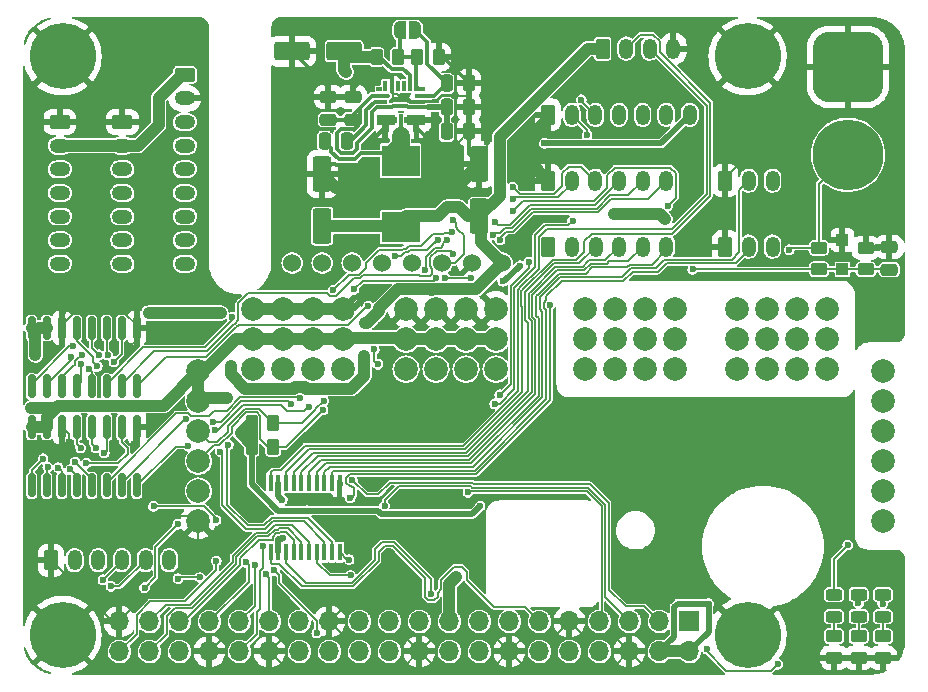
<source format=gbr>
G04 #@! TF.GenerationSoftware,KiCad,Pcbnew,(6.0.1)*
G04 #@! TF.CreationDate,2022-11-23T13:30:13-08:00*
G04 #@! TF.ProjectId,Prime Mover,5072696d-6520-44d6-9f76-65722e6b6963,rev?*
G04 #@! TF.SameCoordinates,Original*
G04 #@! TF.FileFunction,Copper,L1,Top*
G04 #@! TF.FilePolarity,Positive*
%FSLAX46Y46*%
G04 Gerber Fmt 4.6, Leading zero omitted, Abs format (unit mm)*
G04 Created by KiCad (PCBNEW (6.0.1)) date 2022-11-23 13:30:13*
%MOMM*%
%LPD*%
G01*
G04 APERTURE LIST*
G04 Aperture macros list*
%AMRoundRect*
0 Rectangle with rounded corners*
0 $1 Rounding radius*
0 $2 $3 $4 $5 $6 $7 $8 $9 X,Y pos of 4 corners*
0 Add a 4 corners polygon primitive as box body*
4,1,4,$2,$3,$4,$5,$6,$7,$8,$9,$2,$3,0*
0 Add four circle primitives for the rounded corners*
1,1,$1+$1,$2,$3*
1,1,$1+$1,$4,$5*
1,1,$1+$1,$6,$7*
1,1,$1+$1,$8,$9*
0 Add four rect primitives between the rounded corners*
20,1,$1+$1,$2,$3,$4,$5,0*
20,1,$1+$1,$4,$5,$6,$7,0*
20,1,$1+$1,$6,$7,$8,$9,0*
20,1,$1+$1,$8,$9,$2,$3,0*%
%AMFreePoly0*
4,1,22,0.500000,-0.750000,0.000000,-0.750000,0.000000,-0.745033,-0.079941,-0.743568,-0.215256,-0.701293,-0.333266,-0.622738,-0.424486,-0.514219,-0.481581,-0.384460,-0.499164,-0.250000,-0.500000,-0.250000,-0.500000,0.250000,-0.499164,0.250000,-0.499963,0.256109,-0.478152,0.396186,-0.417904,0.524511,-0.324060,0.630769,-0.204165,0.706417,-0.067858,0.745374,0.000000,0.744959,0.000000,0.750000,
0.500000,0.750000,0.500000,-0.750000,0.500000,-0.750000,$1*%
%AMFreePoly1*
4,1,20,0.000000,0.744959,0.073905,0.744508,0.209726,0.703889,0.328688,0.626782,0.421226,0.519385,0.479903,0.390333,0.500000,0.250000,0.500000,-0.250000,0.499851,-0.262216,0.476331,-0.402017,0.414519,-0.529596,0.319384,-0.634700,0.198574,-0.708877,0.061801,-0.746166,0.000000,-0.745033,0.000000,-0.750000,-0.500000,-0.750000,-0.500000,0.750000,0.000000,0.750000,0.000000,0.744959,
0.000000,0.744959,$1*%
G04 Aperture macros list end*
G04 #@! TA.AperFunction,SMDPad,CuDef*
%ADD10FreePoly0,0.000000*%
G04 #@! TD*
G04 #@! TA.AperFunction,SMDPad,CuDef*
%ADD11FreePoly1,0.000000*%
G04 #@! TD*
G04 #@! TA.AperFunction,SMDPad,CuDef*
%ADD12RoundRect,0.250000X-0.250000X-0.475000X0.250000X-0.475000X0.250000X0.475000X-0.250000X0.475000X0*%
G04 #@! TD*
G04 #@! TA.AperFunction,ComponentPad*
%ADD13RoundRect,0.250000X-0.350000X-0.625000X0.350000X-0.625000X0.350000X0.625000X-0.350000X0.625000X0*%
G04 #@! TD*
G04 #@! TA.AperFunction,ComponentPad*
%ADD14O,1.200000X1.750000*%
G04 #@! TD*
G04 #@! TA.AperFunction,SMDPad,CuDef*
%ADD15RoundRect,0.250000X1.250000X0.550000X-1.250000X0.550000X-1.250000X-0.550000X1.250000X-0.550000X0*%
G04 #@! TD*
G04 #@! TA.AperFunction,SMDPad,CuDef*
%ADD16R,0.450000X1.475000*%
G04 #@! TD*
G04 #@! TA.AperFunction,SMDPad,CuDef*
%ADD17RoundRect,0.250000X0.550000X-1.250000X0.550000X1.250000X-0.550000X1.250000X-0.550000X-1.250000X0*%
G04 #@! TD*
G04 #@! TA.AperFunction,SMDPad,CuDef*
%ADD18RoundRect,0.150000X0.150000X-0.825000X0.150000X0.825000X-0.150000X0.825000X-0.150000X-0.825000X0*%
G04 #@! TD*
G04 #@! TA.AperFunction,ComponentPad*
%ADD19RoundRect,0.250000X-0.625000X0.350000X-0.625000X-0.350000X0.625000X-0.350000X0.625000X0.350000X0*%
G04 #@! TD*
G04 #@! TA.AperFunction,ComponentPad*
%ADD20O,1.750000X1.200000*%
G04 #@! TD*
G04 #@! TA.AperFunction,ComponentPad*
%ADD21C,5.600000*%
G04 #@! TD*
G04 #@! TA.AperFunction,SMDPad,CuDef*
%ADD22RoundRect,0.250000X0.475000X-0.250000X0.475000X0.250000X-0.475000X0.250000X-0.475000X-0.250000X0*%
G04 #@! TD*
G04 #@! TA.AperFunction,SMDPad,CuDef*
%ADD23RoundRect,0.250000X0.450000X-0.262500X0.450000X0.262500X-0.450000X0.262500X-0.450000X-0.262500X0*%
G04 #@! TD*
G04 #@! TA.AperFunction,SMDPad,CuDef*
%ADD24RoundRect,0.243750X0.456250X-0.243750X0.456250X0.243750X-0.456250X0.243750X-0.456250X-0.243750X0*%
G04 #@! TD*
G04 #@! TA.AperFunction,SMDPad,CuDef*
%ADD25RoundRect,0.250000X-0.262500X-0.450000X0.262500X-0.450000X0.262500X0.450000X-0.262500X0.450000X0*%
G04 #@! TD*
G04 #@! TA.AperFunction,SMDPad,CuDef*
%ADD26R,3.200000X2.650000*%
G04 #@! TD*
G04 #@! TA.AperFunction,ComponentPad*
%ADD27C,2.000000*%
G04 #@! TD*
G04 #@! TA.AperFunction,SMDPad,CuDef*
%ADD28RoundRect,0.250000X-0.450000X0.262500X-0.450000X-0.262500X0.450000X-0.262500X0.450000X0.262500X0*%
G04 #@! TD*
G04 #@! TA.AperFunction,SMDPad,CuDef*
%ADD29R,0.875000X0.300000*%
G04 #@! TD*
G04 #@! TA.AperFunction,SMDPad,CuDef*
%ADD30R,1.525000X0.250000*%
G04 #@! TD*
G04 #@! TA.AperFunction,SMDPad,CuDef*
%ADD31R,1.525000X0.950000*%
G04 #@! TD*
G04 #@! TA.AperFunction,SMDPad,CuDef*
%ADD32R,0.450000X0.600000*%
G04 #@! TD*
G04 #@! TA.AperFunction,SMDPad,CuDef*
%ADD33R,0.300000X1.650000*%
G04 #@! TD*
G04 #@! TA.AperFunction,SMDPad,CuDef*
%ADD34R,0.450000X0.875000*%
G04 #@! TD*
G04 #@! TA.AperFunction,SMDPad,CuDef*
%ADD35R,0.300000X0.875000*%
G04 #@! TD*
G04 #@! TA.AperFunction,SMDPad,CuDef*
%ADD36R,0.500000X0.350000*%
G04 #@! TD*
G04 #@! TA.AperFunction,SMDPad,CuDef*
%ADD37R,0.600000X0.250000*%
G04 #@! TD*
G04 #@! TA.AperFunction,SMDPad,CuDef*
%ADD38R,1.000000X1.000000*%
G04 #@! TD*
G04 #@! TA.AperFunction,ComponentPad*
%ADD39RoundRect,1.500000X-1.500000X1.500000X-1.500000X-1.500000X1.500000X-1.500000X1.500000X1.500000X0*%
G04 #@! TD*
G04 #@! TA.AperFunction,ComponentPad*
%ADD40C,6.000000*%
G04 #@! TD*
G04 #@! TA.AperFunction,ComponentPad*
%ADD41R,1.700000X1.700000*%
G04 #@! TD*
G04 #@! TA.AperFunction,ComponentPad*
%ADD42O,1.700000X1.700000*%
G04 #@! TD*
G04 #@! TA.AperFunction,ComponentPad*
%ADD43C,1.524000*%
G04 #@! TD*
G04 #@! TA.AperFunction,ViaPad*
%ADD44C,0.600000*%
G04 #@! TD*
G04 #@! TA.AperFunction,Conductor*
%ADD45C,0.150000*%
G04 #@! TD*
G04 #@! TA.AperFunction,Conductor*
%ADD46C,0.350000*%
G04 #@! TD*
G04 #@! TA.AperFunction,Conductor*
%ADD47C,1.000000*%
G04 #@! TD*
G04 #@! TA.AperFunction,Conductor*
%ADD48C,0.500000*%
G04 #@! TD*
G04 #@! TA.AperFunction,Conductor*
%ADD49C,0.200000*%
G04 #@! TD*
G04 #@! TA.AperFunction,Conductor*
%ADD50C,1.500000*%
G04 #@! TD*
G04 APERTURE END LIST*
D10*
X9570000Y26710000D03*
D11*
X10870000Y26710000D03*
D12*
X13520000Y18140000D03*
X15420000Y18140000D03*
D13*
X22110000Y13970000D03*
D14*
X24110000Y13970000D03*
X26110000Y13970000D03*
X28110000Y13970000D03*
X30110000Y13970000D03*
X32110000Y13970000D03*
D15*
X4840000Y24930000D03*
X440000Y24930000D03*
D16*
X-1375000Y-17478000D03*
X-725000Y-17478000D03*
X-75000Y-17478000D03*
X575000Y-17478000D03*
X1225000Y-17478000D03*
X1875000Y-17478000D03*
X2525000Y-17478000D03*
X3175000Y-17478000D03*
X3825000Y-17478000D03*
X4475000Y-17478000D03*
X4475000Y-11602000D03*
X3825000Y-11602000D03*
X3175000Y-11602000D03*
X2525000Y-11602000D03*
X1875000Y-11602000D03*
X1225000Y-11602000D03*
X575000Y-11602000D03*
X-75000Y-11602000D03*
X-725000Y-11602000D03*
X-1375000Y-11602000D03*
D17*
X16260000Y10950000D03*
X16260000Y15350000D03*
X2980000Y10130000D03*
X2980000Y14530000D03*
D18*
X-21615000Y-3445000D03*
X-20345000Y-3445000D03*
X-19075000Y-3445000D03*
X-17805000Y-3445000D03*
X-16535000Y-3445000D03*
X-15265000Y-3445000D03*
X-13995000Y-3445000D03*
X-12725000Y-3445000D03*
X-12725000Y1505000D03*
X-13995000Y1505000D03*
X-15265000Y1505000D03*
X-16535000Y1505000D03*
X-17805000Y1505000D03*
X-19075000Y1505000D03*
X-20345000Y1505000D03*
X-21615000Y1505000D03*
D19*
X-13940000Y18930000D03*
D20*
X-13940000Y16930000D03*
X-13940000Y14930000D03*
X-13940000Y12930000D03*
X-13940000Y10930000D03*
X-13940000Y8930000D03*
X-13940000Y6930000D03*
D13*
X-19970000Y-18170000D03*
D14*
X-17970000Y-18170000D03*
X-15970000Y-18170000D03*
X-13970000Y-18170000D03*
X-11970000Y-18170000D03*
X-9970000Y-18170000D03*
D19*
X-19230000Y18930000D03*
D20*
X-19230000Y16930000D03*
X-19230000Y14930000D03*
X-19230000Y12930000D03*
X-19230000Y10930000D03*
X-19230000Y8930000D03*
X-19230000Y6930000D03*
D21*
X-19000000Y24500000D03*
D13*
X22110000Y19550000D03*
D14*
X24110000Y19550000D03*
X26110000Y19550000D03*
X28110000Y19550000D03*
X30110000Y19550000D03*
X32110000Y19550000D03*
X34110000Y19550000D03*
D18*
X-21605000Y-11835000D03*
X-20335000Y-11835000D03*
X-19065000Y-11835000D03*
X-17795000Y-11835000D03*
X-16525000Y-11835000D03*
X-15255000Y-11835000D03*
X-13985000Y-11835000D03*
X-12715000Y-11835000D03*
X-12715000Y-6885000D03*
X-13985000Y-6885000D03*
X-15255000Y-6885000D03*
X-16525000Y-6885000D03*
X-17795000Y-6885000D03*
X-19065000Y-6885000D03*
X-20335000Y-6885000D03*
X-21605000Y-6885000D03*
D22*
X5550000Y19140000D03*
X5550000Y21040000D03*
D21*
X39000000Y-24500000D03*
D23*
X46320000Y-26412500D03*
X46320000Y-24587500D03*
D24*
X46320000Y-22947500D03*
X46320000Y-21072500D03*
D25*
X7587500Y24450000D03*
X9412500Y24450000D03*
D26*
X9630000Y15650000D03*
X9630000Y10050000D03*
D13*
X26720000Y25150000D03*
D14*
X28720000Y25150000D03*
X30720000Y25150000D03*
X32720000Y25150000D03*
D25*
X11037500Y24440000D03*
X12862500Y24440000D03*
D22*
X3510000Y19140000D03*
X3510000Y21040000D03*
D21*
X39000000Y24500000D03*
D19*
X-8650000Y22930000D03*
D20*
X-8650000Y20930000D03*
X-8650000Y18930000D03*
X-8650000Y16930000D03*
X-8650000Y14930000D03*
X-8650000Y12930000D03*
X-8650000Y10930000D03*
X-8650000Y8930000D03*
X-8650000Y6930000D03*
D23*
X50470000Y-26422500D03*
X50470000Y-24597500D03*
D27*
X50500000Y-14850000D03*
X50500000Y-12310000D03*
X50500000Y-9770000D03*
X50500000Y-7230000D03*
X50500000Y-4690000D03*
X50500000Y-2150000D03*
X-7500000Y-14850000D03*
X-7500000Y-12310000D03*
X-7500000Y-9770000D03*
X-7500000Y-7230000D03*
X-7500000Y-4690000D03*
X-7500000Y-2150000D03*
X45700000Y-1980000D03*
X45700000Y560000D03*
X45700000Y3100000D03*
X43160000Y-1980000D03*
X43160000Y560000D03*
X43160000Y3100000D03*
X40620000Y-1980000D03*
X40620000Y560000D03*
X40620000Y3100000D03*
X38080000Y-1980000D03*
X38080000Y560000D03*
X38080000Y3100000D03*
X32840000Y-1980000D03*
X32840000Y560000D03*
X32840000Y3100000D03*
X30300000Y-1980000D03*
X30300000Y560000D03*
X30300000Y3100000D03*
X27760000Y-1980000D03*
X27760000Y560000D03*
X27760000Y3100000D03*
X25220000Y-1980000D03*
X25220000Y560000D03*
X25220000Y3100000D03*
X17700000Y-1980000D03*
X17700000Y560000D03*
X17700000Y3100000D03*
X15160000Y-1980000D03*
X15160000Y560000D03*
X15160000Y3100000D03*
X12620000Y-1980000D03*
X12620000Y560000D03*
X12620000Y3100000D03*
X10080000Y-1980000D03*
X10080000Y560000D03*
X10080000Y3100000D03*
X4740000Y-1980000D03*
X4740000Y560000D03*
X4740000Y3100000D03*
X2200000Y-1980000D03*
X2200000Y560000D03*
X2200000Y3100000D03*
X-340000Y-1980000D03*
X-340000Y560000D03*
X-340000Y3100000D03*
X-2880000Y-1980000D03*
X-2880000Y560000D03*
X-2880000Y3100000D03*
D25*
X-2992500Y-8570000D03*
X-1167500Y-8570000D03*
D13*
X22130000Y8390000D03*
D14*
X24130000Y8390000D03*
X26130000Y8390000D03*
X28130000Y8390000D03*
X30130000Y8390000D03*
X32130000Y8390000D03*
D28*
X45060000Y8295000D03*
X45060000Y6470000D03*
D24*
X50470000Y-22947500D03*
X50470000Y-21072500D03*
D25*
X-2982500Y-6570000D03*
X-1157500Y-6570000D03*
D21*
X-19000000Y-24500000D03*
D23*
X48400000Y-26412500D03*
X48400000Y-24587500D03*
D13*
X37110000Y13970000D03*
D14*
X39110000Y13970000D03*
X41110000Y13970000D03*
D29*
X8017000Y21170000D03*
X8017000Y20670000D03*
D30*
X8342000Y20170000D03*
D31*
X8343000Y19120000D03*
D32*
X8305000Y18345000D03*
D33*
X9630000Y18870000D03*
D32*
X10955000Y18345000D03*
D31*
X10917000Y19120000D03*
D30*
X10918000Y20170000D03*
D29*
X11242000Y20670000D03*
X11242000Y21170000D03*
D34*
X10955000Y21957000D03*
D35*
X10380000Y21958000D03*
X9880000Y21958000D03*
X9380000Y21958000D03*
X8880000Y21958000D03*
D34*
X8305000Y21958000D03*
D36*
X7830000Y21695000D03*
D37*
X9630000Y19820000D03*
D36*
X11430000Y21695000D03*
D24*
X48400000Y-22947500D03*
X48400000Y-21072500D03*
D12*
X13520000Y20180000D03*
X15420000Y20180000D03*
D23*
X49000000Y6457500D03*
X49000000Y8282500D03*
D22*
X50990000Y6440000D03*
X50990000Y8340000D03*
D13*
X37110000Y8390000D03*
D14*
X39110000Y8390000D03*
X41110000Y8390000D03*
D38*
X47030000Y6450000D03*
X47030000Y8950000D03*
D12*
X3180000Y17330000D03*
X5080000Y17330000D03*
X13520000Y22200000D03*
X15420000Y22200000D03*
D39*
X47500000Y23600000D03*
D40*
X47500000Y16160000D03*
D41*
X34080000Y-23350000D03*
D42*
X34080000Y-25890000D03*
X31540000Y-23350000D03*
X31540000Y-25890000D03*
X29000000Y-23350000D03*
X29000000Y-25890000D03*
X26460000Y-23350000D03*
X26460000Y-25890000D03*
X23920000Y-23350000D03*
X23920000Y-25890000D03*
X21380000Y-23350000D03*
X21380000Y-25890000D03*
X18840000Y-23350000D03*
X18840000Y-25890000D03*
X16300000Y-23350000D03*
X16300000Y-25890000D03*
X13760000Y-23350000D03*
X13760000Y-25890000D03*
X11220000Y-23350000D03*
X11220000Y-25890000D03*
X8680000Y-23350000D03*
X8680000Y-25890000D03*
X6140000Y-23350000D03*
X6140000Y-25890000D03*
X3600000Y-23350000D03*
X3600000Y-25890000D03*
X1060000Y-23350000D03*
X1060000Y-25890000D03*
X-1480000Y-23350000D03*
X-1480000Y-25890000D03*
X-4020000Y-23350000D03*
X-4020000Y-25890000D03*
X-6560000Y-23350000D03*
X-6560000Y-25890000D03*
X-9100000Y-23350000D03*
X-9100000Y-25890000D03*
X-11640000Y-23350000D03*
X-11640000Y-25890000D03*
X-14180000Y-23350000D03*
X-14180000Y-25890000D03*
D43*
X18225000Y7000000D03*
X15685000Y7000000D03*
X13145000Y7000000D03*
X10605000Y7000000D03*
X8065000Y7000000D03*
X5525000Y7000000D03*
X2985000Y7000000D03*
X445000Y7000000D03*
D44*
X-11550000Y-11500000D03*
X15110000Y-20670000D03*
X12000000Y-17890000D03*
X40240000Y-8920000D03*
X44030000Y13970000D03*
X-14000000Y-8920000D03*
X-18440000Y-8190000D03*
X7600000Y23120000D03*
X810000Y-27370000D03*
X8350000Y27360000D03*
X51290000Y5030000D03*
X33430000Y-15460000D03*
X8450000Y-2850000D03*
X46530000Y-15410000D03*
X21730000Y-6900000D03*
X33760000Y9560000D03*
X11880000Y17580000D03*
X-14030000Y-14860000D03*
X14830000Y23970000D03*
X21260000Y27140000D03*
X42100000Y22010000D03*
X16910000Y17280000D03*
X-12910000Y-8310000D03*
X-680000Y26940000D03*
X22040000Y24310000D03*
X20080000Y13940000D03*
X41020000Y17880000D03*
X7070000Y15370000D03*
X31050000Y-21840000D03*
X30570000Y-17800000D03*
X6959162Y-16955510D03*
X43060000Y7390000D03*
X50350000Y-26520000D03*
X12230000Y15420000D03*
X-18370000Y3240000D03*
X13950000Y-15760000D03*
X1810000Y-7760000D03*
X30560000Y-11480000D03*
X25110000Y-27200000D03*
X30490000Y18060000D03*
X28860000Y20930000D03*
X-4050000Y-13100000D03*
X46160000Y-6050000D03*
X51340000Y-19250000D03*
X35790000Y-27070000D03*
X31910000Y15950000D03*
X16250000Y-19760000D03*
X20380000Y-27260000D03*
X-19540000Y-13930000D03*
X-5366717Y-24834500D03*
X4504310Y-11691394D03*
X8978092Y-1018848D03*
X7700000Y-15830000D03*
X27780000Y-12500000D03*
X23830000Y17850000D03*
X41020000Y10590000D03*
X7740000Y4500989D03*
X26780000Y-8520000D03*
X27700000Y-22850000D03*
X-16860000Y-16650000D03*
X-220000Y16480000D03*
X19396467Y8514989D03*
X35580000Y27080000D03*
X9630000Y20960000D03*
X25790000Y15830000D03*
X20105990Y9410806D03*
X12040000Y12160000D03*
X33920000Y-5054500D03*
X8420000Y-17700000D03*
X34930000Y17540000D03*
X27880000Y-18940000D03*
X-16440000Y15080000D03*
X33310000Y-20900000D03*
X36990000Y17180000D03*
X-13250000Y-60000D03*
X16890000Y21010000D03*
X16100000Y13150000D03*
X7950000Y1720000D03*
X7410000Y17610000D03*
X25250000Y-5100000D03*
X-4240000Y-10160000D03*
X12070000Y27280000D03*
X-250000Y8720000D03*
X6720000Y8180000D03*
X-6610000Y-16700000D03*
X-690000Y21070000D03*
X42190000Y-22250000D03*
X4820000Y-27320000D03*
X4100000Y-6160000D03*
X50680000Y19200000D03*
X45080000Y-27080000D03*
X-2300000Y-10080000D03*
X16360000Y26460000D03*
X6010000Y26900000D03*
X33050000Y20920000D03*
X43800000Y11450000D03*
X-11600000Y-6390000D03*
X50600000Y10560000D03*
X19670000Y17800000D03*
X19660000Y21040000D03*
X34310000Y13730000D03*
X43000000Y26690000D03*
X-4430000Y-15910000D03*
X22139826Y10714011D03*
X-8560000Y-11040000D03*
X16990000Y-3880000D03*
X-4870000Y3700000D03*
X49580000Y1370000D03*
X33190000Y-9100000D03*
X47430000Y-5020000D03*
X-6230000Y-11060000D03*
X1300000Y5180000D03*
X45870000Y11030000D03*
X-6290797Y-6430697D03*
X3910000Y4690000D03*
X13985551Y9591494D03*
X-8568050Y-6250037D03*
X320000Y-4960000D03*
X19140000Y12460000D03*
X1101041Y-4435445D03*
X12658135Y5717809D03*
X19110000Y13430000D03*
X5685500Y4769623D03*
X13545878Y8984500D03*
X17641339Y10493564D03*
X11702726Y6406490D03*
X6864746Y3365503D03*
X17425046Y9365500D03*
X14083052Y7768514D03*
X13420000Y5710000D03*
X-6052792Y-7148467D03*
X34350158Y6466469D03*
X-8360000Y-8510000D03*
X19120000Y11400000D03*
X32240000Y11840000D03*
X1860000Y-5220000D03*
X15550000Y5720000D03*
X24920000Y20820000D03*
X3100000Y-4670000D03*
X5547612Y-11397026D03*
X7710000Y-1570000D03*
X7390000Y-310000D03*
X14060727Y10640495D03*
X3060878Y-5450878D03*
X8270000Y-13550000D03*
X6610000Y1950000D03*
X48380000Y-21790000D03*
X6540000Y-860000D03*
X32010000Y10690000D03*
X35700000Y-21830000D03*
X-390000Y-13040000D03*
X-30489Y-3629511D03*
X-4780000Y-1700000D03*
X-5600000Y2770000D03*
X-11700000Y2760000D03*
X5010000Y23160000D03*
X27720000Y11140000D03*
X5070000Y10130000D03*
X-12059394Y-20487638D03*
X-9249011Y-15131845D03*
X-9228781Y-19718743D03*
X-7372528Y-19620771D03*
X21800000Y17140000D03*
X-3930000Y-7430000D03*
X41550000Y-26970000D03*
X50440000Y-21830000D03*
X19730000Y6780000D03*
X35540000Y-25670000D03*
X-332763Y-16292194D03*
X-21630000Y-5260000D03*
X14350000Y-19590000D03*
X-5060000Y-4450000D03*
X16350000Y-13600000D03*
X-21310000Y-800000D03*
X1720000Y-13970000D03*
X18270000Y5460000D03*
X-15580000Y-19820000D03*
X47480000Y-16880000D03*
X13520000Y20180000D03*
X42520000Y8120000D03*
X-5641968Y-8963603D03*
X-4962336Y-8407664D03*
X-1800000Y-19330000D03*
X20480275Y7069918D03*
X18020000Y-4160000D03*
X-2070264Y-16953904D03*
X22245500Y3415460D03*
X5347951Y-12873526D03*
X-3470000Y-18350000D03*
X17590000Y-4920000D03*
X25411798Y17850042D03*
X24176304Y10568060D03*
X5260450Y-18109009D03*
X-2682326Y-18603522D03*
X-6000000Y-14790000D03*
X-14640000Y-1360000D03*
X-11300000Y-13600000D03*
X2520000Y-24340000D03*
X-1060000Y-19030000D03*
X-16990000Y-9960000D03*
X-17460000Y-8650000D03*
X-16052777Y-1749563D03*
X-16180000Y-8660000D03*
X-15919472Y-773302D03*
X-15460835Y-9097409D03*
X-15170000Y-790000D03*
X12221401Y-21028960D03*
X15325791Y-12414011D03*
X5387152Y-19457520D03*
X-5990000Y-18220000D03*
X-14900000Y-20380000D03*
X-4650500Y2398119D03*
X18043883Y8942662D03*
X12780000Y8950000D03*
X9140000Y7585500D03*
X-18124122Y-55878D03*
X-18323313Y-954154D03*
X-17363242Y-778512D03*
X-17408461Y-1526649D03*
X-16779256Y-1933903D03*
X-20640000Y-9570000D03*
X-20250000Y-10270000D03*
X-19380000Y-10320000D03*
X-18360000Y-10480000D03*
X-17943193Y-9857084D03*
D45*
X37110000Y13970000D02*
X37110000Y14180000D01*
X18500000Y22200000D02*
X19660000Y21040000D01*
X25110000Y-27200000D02*
X25110000Y-24540000D01*
X0Y-27370000D02*
X810000Y-27370000D01*
X2253731Y-24815489D02*
X-405489Y-24815489D01*
D46*
X8834522Y22740000D02*
X6590000Y22740000D01*
D47*
X2200000Y3100000D02*
X4740000Y3100000D01*
D46*
X15420000Y22200000D02*
X15420000Y20180000D01*
X15420000Y20180000D02*
X15420000Y18140000D01*
D48*
X7589011Y4350000D02*
X7740000Y4500989D01*
D45*
X-11410000Y-14450000D02*
X-12190000Y-13670000D01*
X35684511Y-26964511D02*
X35790000Y-27070000D01*
D46*
X8880000Y22694522D02*
X8454522Y23120000D01*
D45*
X2302743Y-24864501D02*
X2253731Y-24815489D01*
X-11550000Y-12610000D02*
X-11550000Y-11500000D01*
D48*
X4740000Y3100000D02*
X5610000Y3100000D01*
D45*
X20380000Y-27260000D02*
X25050000Y-27260000D01*
D46*
X3820000Y15370000D02*
X4089677Y15370000D01*
D45*
X27925489Y-24815489D02*
X29000000Y-25890000D01*
X23710411Y-27200000D02*
X25110000Y-27200000D01*
X-405489Y-24815489D02*
X-1480000Y-25890000D01*
X20080000Y14880000D02*
X20640000Y15440000D01*
D49*
X14445480Y17165480D02*
X12294520Y17165480D01*
X11242000Y20670000D02*
X12578573Y20670000D01*
D45*
X4820000Y-27320000D02*
X9790000Y-27320000D01*
D49*
X-6610000Y-16700000D02*
X-5220000Y-16700000D01*
X12578573Y20670000D02*
X13068573Y21160000D01*
D46*
X8343000Y18543000D02*
X7410000Y17610000D01*
D45*
X29000000Y-25890000D02*
X30074511Y-26964511D01*
D46*
X5981783Y15281458D02*
X6070324Y15370000D01*
D45*
X12294511Y-24815489D02*
X17765489Y-24815489D01*
D46*
X12862500Y24440000D02*
X13180000Y24440000D01*
D48*
X22139826Y10714011D02*
X21409195Y10714011D01*
D45*
X-19075000Y1505000D02*
X-19075000Y2535000D01*
X16260000Y13310000D02*
X16100000Y13150000D01*
D46*
X6070324Y15370000D02*
X7070000Y15370000D01*
D45*
X-14180000Y-23350000D02*
X-14790000Y-23350000D01*
X19660000Y21930000D02*
X19660000Y21040000D01*
X-19075000Y5643953D02*
X-16440000Y8278953D01*
D46*
X10917000Y18543000D02*
X11880000Y17580000D01*
D45*
X19670000Y17800000D02*
X20590000Y17800000D01*
D46*
X2980000Y14530000D02*
X3820000Y15370000D01*
D45*
X4770000Y-27370000D02*
X4820000Y-27320000D01*
D46*
X8880000Y22694522D02*
X8834522Y22740000D01*
D45*
X-19075000Y1739651D02*
X-19075000Y1505000D01*
D49*
X-4240000Y-12910000D02*
X-4240000Y-10160000D01*
D45*
X-16440000Y8278953D02*
X-16440000Y15080000D01*
D49*
X8880000Y21958000D02*
X8980489Y21857511D01*
D45*
X-19075000Y1505000D02*
X-19075000Y5643953D01*
X-18440000Y-7510000D02*
X-19065000Y-6885000D01*
D49*
X8980489Y21857511D02*
X8980489Y21319511D01*
D45*
X18840000Y-25890000D02*
X20305489Y-24424511D01*
D47*
X4124511Y13385489D02*
X2980000Y14530000D01*
D45*
X18840000Y-25890000D02*
X17470000Y-27260000D01*
D49*
X13068573Y21160000D02*
X15420000Y21160000D01*
D45*
X-4870000Y3700000D02*
X-12040000Y3700000D01*
X8884062Y-17280490D02*
X8840000Y-17280490D01*
X20380000Y-27260000D02*
X20210000Y-27260000D01*
D46*
X10154500Y20970000D02*
X9640000Y20970000D01*
D45*
X25110000Y-24540000D02*
X23920000Y-23350000D01*
X8840000Y-17280490D02*
X8840000Y-17240000D01*
X-5504500Y-24834500D02*
X-5366717Y-24834500D01*
X16260000Y15350000D02*
X16910000Y16000000D01*
X20305489Y-24424511D02*
X22845489Y-24424511D01*
D46*
X15420000Y18140000D02*
X15420000Y16190000D01*
D45*
X4504310Y-11631310D02*
X4504310Y-11691394D01*
X4475000Y-11602000D02*
X4504310Y-11631310D01*
X-12725000Y465000D02*
X-12725000Y1505000D01*
X-19075000Y2535000D02*
X-18370000Y3240000D01*
D46*
X6590000Y22740000D02*
X5540000Y21690000D01*
D45*
X-18110131Y2704520D02*
X-19075000Y1739651D01*
X20210000Y-27260000D02*
X18840000Y-25890000D01*
X3600000Y-23350000D02*
X3600000Y-24350000D01*
X-11740000Y-12800000D02*
X-11550000Y-12610000D01*
X-12910000Y-7080000D02*
X-12715000Y-6885000D01*
D47*
X22110000Y13970000D02*
X20640000Y15440000D01*
D46*
X3510000Y21860000D02*
X440000Y24930000D01*
D48*
X21409195Y10714011D02*
X20105990Y9410806D01*
X1760000Y5640000D02*
X1760000Y7327626D01*
D45*
X9059510Y-17714062D02*
X9059510Y-17455938D01*
D49*
X9319011Y21270989D02*
X9029011Y21270989D01*
D45*
X17290000Y-27260000D02*
X20380000Y-27260000D01*
D46*
X10454500Y20670000D02*
X10154500Y20970000D01*
X10917000Y19120000D02*
X10917000Y18543000D01*
D45*
X-15640000Y-9660000D02*
X-14740000Y-9660000D01*
X-12040000Y3700000D02*
X-12790000Y2950000D01*
X810000Y-27370000D02*
X4770000Y-27370000D01*
D47*
X16260000Y15350000D02*
X14295489Y13385489D01*
D46*
X13180000Y24440000D02*
X15420000Y22200000D01*
X3510000Y21040000D02*
X3510000Y21860000D01*
X4089677Y15370000D02*
X4178219Y15281458D01*
D48*
X1300000Y5180000D02*
X1760000Y5640000D01*
D49*
X9630000Y20960000D02*
X9319011Y21270989D01*
D45*
X-12725000Y1739651D02*
X-13689869Y2704520D01*
X12590000Y-27260000D02*
X17290000Y-27260000D01*
X16260000Y15350000D02*
X16260000Y13310000D01*
D46*
X8343000Y19120000D02*
X8343000Y18543000D01*
D45*
X-10099520Y-19269520D02*
X-9499520Y-19269520D01*
X4674511Y-22275489D02*
X7794511Y-22275489D01*
X-14790000Y-23350000D02*
X-19970000Y-18170000D01*
X10145489Y-24815489D02*
X11220000Y-25890000D01*
X22845489Y-26335078D02*
X23710411Y-27200000D01*
D46*
X8880000Y21958000D02*
X8880000Y22694522D01*
D45*
X8700000Y1720000D02*
X7950000Y1720000D01*
X-1480000Y-25890000D02*
X0Y-27370000D01*
X25110000Y-27200000D02*
X27690000Y-27200000D01*
X17470000Y-27260000D02*
X17290000Y-27260000D01*
X23920000Y-23350000D02*
X25385489Y-24815489D01*
D46*
X9640000Y20970000D02*
X9630000Y20960000D01*
X15420000Y16190000D02*
X16260000Y15350000D01*
D48*
X1760000Y7327626D02*
X367626Y8720000D01*
D45*
X-18440000Y-8190000D02*
X-18440000Y-7510000D01*
X20080000Y13940000D02*
X20080000Y14880000D01*
X8840000Y-21230000D02*
X8840000Y-17933572D01*
X-13689869Y2704520D02*
X-18110131Y2704520D01*
X-12725000Y1505000D02*
X-12725000Y1739651D01*
D48*
X5610000Y3100000D02*
X6860000Y4350000D01*
D45*
X-14180000Y-23350000D02*
X-10099520Y-19269520D01*
X-12715000Y-6885000D02*
X-12095000Y-6885000D01*
X-12790000Y2950000D02*
X-12790000Y1570000D01*
D46*
X8454522Y23120000D02*
X7600000Y23120000D01*
D45*
X27690000Y-27200000D02*
X29000000Y-25890000D01*
X9059510Y-17455938D02*
X8884062Y-17280490D01*
X37110000Y14180000D02*
X40810000Y17880000D01*
D47*
X20640000Y17750000D02*
X22110000Y19220000D01*
D45*
X-2140000Y-10240000D02*
X-2300000Y-10080000D01*
X3600000Y-23350000D02*
X4674511Y-22275489D01*
D47*
X22110000Y19220000D02*
X22110000Y19550000D01*
D45*
X-12190000Y-13250000D02*
X-11740000Y-12800000D01*
X-670000Y-10240000D02*
X-980000Y-10240000D01*
X25050000Y-27260000D02*
X25110000Y-27200000D01*
D49*
X9029011Y21270989D02*
X8980489Y21319511D01*
D45*
X3600000Y-24350000D02*
X3085499Y-24864501D01*
X3600000Y-23350000D02*
X5065489Y-24815489D01*
D49*
X-4050000Y-13100000D02*
X-4240000Y-12910000D01*
D45*
X7794511Y-22275489D02*
X8840000Y-21230000D01*
X11220000Y-25890000D02*
X12294511Y-24815489D01*
X23920000Y-23350000D02*
X22845489Y-24424511D01*
D47*
X14295489Y13385489D02*
X4124511Y13385489D01*
D45*
X20590000Y17800000D02*
X20640000Y17750000D01*
D46*
X4592028Y15281459D02*
X5981783Y15281458D01*
D45*
X11220000Y-25890000D02*
X12590000Y-27260000D01*
X-12910000Y-8310000D02*
X-12910000Y-7080000D01*
X-6560000Y-25890000D02*
X-5504500Y-24834500D01*
D48*
X367626Y8720000D02*
X-250000Y8720000D01*
D46*
X11242000Y20670000D02*
X10454500Y20670000D01*
D49*
X15420000Y18140000D02*
X14445480Y17165480D01*
D45*
X22040000Y24310000D02*
X19660000Y21930000D01*
X-12190000Y-13670000D02*
X-12190000Y-13250000D01*
X8840000Y-17933572D02*
X9059510Y-17714062D01*
X3085499Y-24864501D02*
X2302743Y-24864501D01*
D47*
X20640000Y15440000D02*
X20640000Y17750000D01*
D45*
X-980000Y-10240000D02*
X-2140000Y-10240000D01*
X25385489Y-24815489D02*
X27925489Y-24815489D01*
X15420000Y22200000D02*
X18500000Y22200000D01*
X-7900000Y-14450000D02*
X-11410000Y-14450000D01*
X22845489Y-24424511D02*
X22845489Y-26335078D01*
X-9499520Y-19269520D02*
X-7500000Y-17270000D01*
X-7500000Y-14850000D02*
X-7900000Y-14450000D01*
D49*
X-5220000Y-16700000D02*
X-4430000Y-15910000D01*
D45*
X-13250000Y-60000D02*
X-12725000Y465000D01*
X20105990Y9224512D02*
X19396467Y8514989D01*
X30074511Y-26964511D02*
X35684511Y-26964511D01*
X-12095000Y-6885000D02*
X-11600000Y-6390000D01*
D46*
X4178219Y15281458D02*
X4592028Y15281459D01*
D45*
X16910000Y16000000D02*
X16910000Y17280000D01*
X5065489Y-24815489D02*
X10145489Y-24815489D01*
X9790000Y-27320000D02*
X11220000Y-25890000D01*
X10080000Y3100000D02*
X8700000Y1720000D01*
X17765489Y-24815489D02*
X18840000Y-25890000D01*
X-19065000Y-6885000D02*
X-19065000Y-7965000D01*
X20105990Y9410806D02*
X20105990Y9224512D01*
D47*
X-340000Y3100000D02*
X2200000Y3100000D01*
D45*
X-17720000Y-9310000D02*
X-15990000Y-9310000D01*
X40810000Y17880000D02*
X41020000Y17880000D01*
X-15990000Y-9310000D02*
X-15640000Y-9660000D01*
X-19065000Y-7965000D02*
X-17720000Y-9310000D01*
D47*
X-2880000Y3100000D02*
X-340000Y3100000D01*
D45*
X-14740000Y-9660000D02*
X-14000000Y-8920000D01*
X-7500000Y-17270000D02*
X-7500000Y-14850000D01*
X-12790000Y1570000D02*
X-12725000Y1505000D01*
D46*
X3510000Y21040000D02*
X5550000Y21040000D01*
D45*
X1810000Y-7760000D02*
X-670000Y-10240000D01*
X8434062Y-17714062D02*
X8420000Y-17700000D01*
D48*
X6860000Y4350000D02*
X7589011Y4350000D01*
D49*
X12294520Y17165480D02*
X11880000Y17580000D01*
D45*
X9059510Y-17714062D02*
X8434062Y-17714062D01*
X12528242Y9430000D02*
X12572743Y9474501D01*
X-5564269Y-6430697D02*
X-3854061Y-4720489D01*
X5233489Y6013489D02*
X6063489Y6013489D01*
X6660000Y6610000D02*
X6660000Y6990138D01*
X6660000Y6990138D02*
X7779862Y8110000D01*
X-13985000Y-11600349D02*
X-8634688Y-6250037D01*
X-3854061Y-4720489D02*
X80489Y-4720489D01*
X-6290797Y-6430697D02*
X-5564269Y-6430697D01*
X-8634688Y-6250037D02*
X-8568050Y-6250037D01*
X13767446Y9504690D02*
X13854250Y9591494D01*
X80489Y-4720489D02*
X320000Y-4960000D01*
X12350000Y9430000D02*
X12528242Y9430000D01*
X-13985000Y-11835000D02*
X-13985000Y-11600349D01*
X13763135Y9509001D02*
X13767446Y9504690D01*
X13007257Y9474501D02*
X13051758Y9430000D01*
X24110000Y13970000D02*
X24110000Y13695000D01*
X10300000Y8410000D02*
X11330000Y8410000D01*
X12572743Y9474501D02*
X13007257Y9474501D01*
X3910000Y4690000D02*
X5233489Y6013489D01*
X13051758Y9430000D02*
X13249620Y9430000D01*
X13854250Y9591494D02*
X13985551Y9591494D01*
X6063489Y6013489D02*
X6660000Y6610000D01*
X13249620Y9430000D02*
X13328621Y9509001D01*
X10100489Y8210489D02*
X10300000Y8410000D01*
X19230489Y12550489D02*
X19140000Y12460000D01*
X24110000Y13695000D02*
X22965489Y12550489D01*
X9880489Y8210489D02*
X10100489Y8210489D01*
X9780000Y8110000D02*
X9880489Y8210489D01*
X22965489Y12550489D02*
X19230489Y12550489D01*
X13328621Y9509001D02*
X13763135Y9509001D01*
X11330000Y8410000D02*
X12350000Y9430000D01*
X7779862Y8110000D02*
X9780000Y8110000D01*
X19690000Y12850000D02*
X22636072Y12850000D01*
X23850000Y15170000D02*
X24910000Y15170000D01*
X12658135Y5717809D02*
X12421306Y5480980D01*
X-15255000Y-11835000D02*
X-15255000Y-11600349D01*
X-6615979Y-5970000D02*
X-6166469Y-5520490D01*
X23285480Y13499408D02*
X23285480Y14605480D01*
X19110000Y13430000D02*
X19690000Y12850000D01*
X-9380187Y-5725536D02*
X-8350793Y-5725536D01*
X-3940000Y-4360000D02*
X1025596Y-4360000D01*
X-15255000Y-11600349D02*
X-9380187Y-5725536D01*
X6396857Y5480980D02*
X5685500Y4769623D01*
X23285480Y14605480D02*
X23850000Y15170000D01*
X-8106329Y-5970000D02*
X-6615979Y-5970000D01*
X-8350793Y-5725536D02*
X-8106329Y-5970000D01*
X24910000Y15170000D02*
X26110000Y13970000D01*
X12421306Y5480980D02*
X6396857Y5480980D01*
X-5100490Y-5520490D02*
X-3940000Y-4360000D01*
X-6166469Y-5520490D02*
X-5100490Y-5520490D01*
X1025596Y-4360000D02*
X1101041Y-4435445D01*
X22636072Y12850000D02*
X23285480Y13499408D01*
X12540000Y8290000D02*
X13030000Y8290000D01*
X20540000Y11890000D02*
X18893522Y10243522D01*
X11702726Y6406490D02*
X11790000Y6493764D01*
X6737224Y3365503D02*
X6864746Y3365503D01*
X11790000Y7540000D02*
X12540000Y8290000D01*
X11790000Y6493764D02*
X11790000Y7540000D01*
X-10205489Y-925489D02*
X-6821917Y-925489D01*
X-4322321Y1574107D02*
X-4309182Y1574108D01*
X13240000Y8678622D02*
X13545878Y8984500D01*
X-4309182Y1574108D02*
X-4098779Y1784511D01*
X17891381Y10243522D02*
X17641339Y10493564D01*
X-12725000Y-3445000D02*
X-10205489Y-925489D01*
X18893522Y10243522D02*
X17891381Y10243522D01*
X13240000Y8500000D02*
X13240000Y8678622D01*
X26073572Y11890000D02*
X20540000Y11890000D01*
X-4098779Y1784511D02*
X5156232Y1784511D01*
X13030000Y8290000D02*
X13240000Y8500000D01*
X28110000Y13926428D02*
X26073572Y11890000D01*
X5156232Y1784511D02*
X6737224Y3365503D01*
X28110000Y13970000D02*
X28110000Y13926428D01*
X-6821917Y-925489D02*
X-4322321Y1574107D01*
X-4126000Y2615376D02*
X-4126000Y2180862D01*
X-11274651Y-490000D02*
X-13995000Y-3210349D01*
X5677551Y5713979D02*
X4129071Y4165499D01*
X18448681Y9944011D02*
X18063691Y9559021D01*
X18063691Y9559021D02*
X17618567Y9559021D01*
X12139510Y6710248D02*
X12227227Y6622531D01*
X20663572Y11590000D02*
X19017583Y9944011D01*
X27361654Y12744510D02*
X26207144Y11590000D01*
X3348242Y4450000D02*
X-3261721Y4450000D01*
X11170490Y6013489D02*
X8271731Y6013489D01*
X8252743Y5994501D02*
X6468073Y5994501D01*
X6187551Y5713979D02*
X5677551Y5713979D01*
X14083052Y7768514D02*
X13861077Y7990489D01*
X8271731Y6013489D02*
X8252743Y5994501D01*
X12254501Y6531996D02*
X12254501Y6052743D01*
X12083748Y5881990D02*
X12254501Y6052743D01*
X13861077Y7990489D02*
X12664061Y7990489D01*
X-6811499Y-490000D02*
X-11274651Y-490000D01*
X12664061Y7990489D02*
X12139510Y7465938D01*
X28884510Y12744510D02*
X27361654Y12744510D01*
X12139510Y7465938D02*
X12139510Y6710248D01*
X-4126000Y2180862D02*
X-4433244Y1873618D01*
X-4139746Y3571975D02*
X-4139746Y2629122D01*
X6468073Y5994501D02*
X6187551Y5713979D01*
X30110000Y13970000D02*
X28884510Y12744510D01*
X11301990Y5881990D02*
X12083748Y5881990D01*
X19017583Y9944011D02*
X18448681Y9944011D01*
X11301990Y5881990D02*
X11170490Y6013489D01*
X-13995000Y-3210349D02*
X-13995000Y-3445000D01*
X-4139746Y2629122D02*
X-4126000Y2615376D01*
X4129071Y4165499D02*
X3632743Y4165499D01*
X12227227Y6622531D02*
X12227227Y6559270D01*
X-3261721Y4450000D02*
X-4139746Y3571975D01*
X26207144Y11590000D02*
X20663572Y11590000D01*
X12227227Y6559270D02*
X12254501Y6531996D01*
X3632743Y4165499D02*
X3348242Y4450000D01*
X-4447881Y1873618D02*
X-6811499Y-490000D01*
X-4433244Y1873618D02*
X-4447881Y1873618D01*
X17618567Y9559021D02*
X17425046Y9365500D01*
D49*
X49000000Y6457500D02*
X50972500Y6457500D01*
D45*
X15540000Y5710000D02*
X15550000Y5720000D01*
X-5858467Y-7148467D02*
X-3730000Y-5020000D01*
X-3730000Y-5020000D02*
X-500000Y-5020000D01*
X45060000Y6470000D02*
X34353689Y6470000D01*
X-10000Y-5510000D02*
X1480000Y-5510000D01*
X27768953Y15070000D02*
X32451047Y15070000D01*
X34353689Y6470000D02*
X34350158Y6466469D01*
X32934520Y12534520D02*
X32240000Y11840000D01*
D49*
X45060000Y6470000D02*
X47010000Y6470000D01*
D45*
X19960000Y12240000D02*
X26000000Y12240000D01*
X1800000Y-5190000D02*
X1830000Y-5220000D01*
X32934520Y14586527D02*
X32934520Y12534520D01*
X1830000Y-5220000D02*
X1860000Y-5220000D01*
X-6052792Y-7148467D02*
X-5858467Y-7148467D01*
X-500000Y-5020000D02*
X-10000Y-5510000D01*
X13420000Y5710000D02*
X15540000Y5710000D01*
X-8395489Y-8545489D02*
X-8360000Y-8510000D01*
X27110000Y14411047D02*
X27768953Y15070000D01*
X32451047Y15070000D02*
X32934520Y14586527D01*
D49*
X50972500Y6457500D02*
X50990000Y6440000D01*
D45*
X27110000Y13350000D02*
X27110000Y14411047D01*
X26000000Y12240000D02*
X27110000Y13350000D01*
D49*
X48992500Y6450000D02*
X49000000Y6457500D01*
D45*
X-12715000Y-11835000D02*
X-9425489Y-8545489D01*
D49*
X47030000Y6450000D02*
X48992500Y6450000D01*
X47010000Y6470000D02*
X47030000Y6450000D01*
D45*
X19120000Y11400000D02*
X19960000Y12240000D01*
X1480000Y-5510000D02*
X1800000Y-5190000D01*
X-9425489Y-8545489D02*
X-8395489Y-8545489D01*
X30270000Y-22080000D02*
X28670000Y-22080000D01*
X2384501Y-5385499D02*
X2384501Y-5437257D01*
X8740000Y-11590000D02*
X7740000Y-12590000D01*
X2384501Y-5437257D02*
X1251758Y-6570000D01*
X7390000Y-1320000D02*
X7640000Y-1570000D01*
X1251758Y-6570000D02*
X-1157500Y-6570000D01*
X-5910000Y-8150000D02*
X-5033214Y-7273214D01*
X27240000Y-20650000D02*
X27240000Y-13330000D01*
X28670000Y-22080000D02*
X27240000Y-20650000D01*
X-6580000Y-8150000D02*
X-5910000Y-8150000D01*
X-5033214Y-6806786D02*
X-3572398Y-5345970D01*
X24920000Y20740000D02*
X26110000Y19550000D01*
X6740586Y-12590000D02*
X5547612Y-11397026D01*
X3100000Y-4670000D02*
X2384501Y-5385499D01*
X-7500000Y-7230000D02*
X-6580000Y-8150000D01*
X15670000Y-11590000D02*
X8740000Y-11590000D01*
X-5033214Y-7273214D02*
X-5033214Y-6806786D01*
X27240000Y-13330000D02*
X25630000Y-11720000D01*
X24920000Y20820000D02*
X24920000Y20740000D01*
X-2381530Y-5345970D02*
X-1157500Y-6570000D01*
X7640000Y-1570000D02*
X7710000Y-1570000D01*
X7740000Y-12590000D02*
X6740586Y-12590000D01*
X7390000Y-310000D02*
X7390000Y-1320000D01*
X-3572398Y-5345970D02*
X-2381530Y-5345970D01*
X31540000Y-23350000D02*
X30270000Y-22080000D01*
X15800000Y-11720000D02*
X15670000Y-11590000D01*
X25630000Y-11720000D02*
X15800000Y-11720000D01*
X-3441552Y-5645480D02*
X-4690490Y-6894418D01*
X-2257980Y-7920948D02*
X-2257980Y-7229052D01*
X-4690490Y-7394062D02*
X-5745939Y-8449511D01*
X14510052Y9808751D02*
X14299182Y10019621D01*
X-1167500Y-8570000D02*
X-1608928Y-8570000D01*
X-1608928Y-8570000D02*
X-2257980Y-7920948D01*
X14960000Y7737370D02*
X14960000Y9333944D01*
X14222630Y7000000D02*
X14960000Y7737370D01*
X26940489Y-13454061D02*
X25505939Y-12019511D01*
X-5745939Y-8449511D02*
X-6179511Y-8449511D01*
X-2523448Y-5645480D02*
X-3441552Y-5645480D01*
X26940489Y-21290489D02*
X26940489Y-13454061D01*
X14299182Y10019621D02*
X14299182Y10402040D01*
X15675938Y-12019510D02*
X15545939Y-11889511D01*
X-2245480Y-5923448D02*
X-2523448Y-5645480D01*
X14299182Y10402040D02*
X14060727Y10640495D01*
X15545939Y-11889511D02*
X9469511Y-11889511D01*
X-1167500Y-8570000D02*
X-58244Y-8570000D01*
X14510052Y9783892D02*
X14510052Y9808751D01*
X-58244Y-8570000D02*
X3060878Y-5450878D01*
X14960000Y9333944D02*
X14510052Y9783892D01*
X-6179511Y-8449511D02*
X-7500000Y-9770000D01*
X-4690490Y-6894418D02*
X-4690490Y-7394062D01*
X29000000Y-23350000D02*
X26940489Y-21290489D01*
X-2257980Y-7229052D02*
X-2245480Y-7216552D01*
X13145000Y7000000D02*
X14222630Y7000000D01*
X8270000Y-13089022D02*
X8270000Y-13550000D01*
X25505939Y-12019511D02*
X15675938Y-12019510D01*
X-2245480Y-7216552D02*
X-2245480Y-5923448D01*
X9469511Y-11889511D02*
X8270000Y-13089022D01*
D47*
X7587500Y24450000D02*
X5320000Y24450000D01*
X31560000Y11140000D02*
X32010000Y10690000D01*
X-10870000Y20980000D02*
X-8920000Y22930000D01*
X27720000Y11140000D02*
X31560000Y11140000D01*
X-10870000Y18675000D02*
X-10870000Y20980000D01*
X2980000Y10130000D02*
X5070000Y10130000D01*
X-4780000Y-1700000D02*
X-4780000Y-2412762D01*
X16260000Y10950000D02*
X18010000Y12700000D01*
X16260000Y10950000D02*
X16239637Y10970363D01*
X564177Y-3629511D02*
X707744Y-3485944D01*
X4840000Y24930000D02*
X4840000Y23330000D01*
X18010000Y12700000D02*
X18010000Y17697113D01*
X707744Y-3485944D02*
X1494338Y-3485944D01*
X-5660000Y2760000D02*
X-5610000Y2760000D01*
X-11700000Y2760000D02*
X-5660000Y2760000D01*
D48*
X33100978Y-21830000D02*
X35700000Y-21830000D01*
D47*
X10090363Y10970363D02*
X9250000Y10130000D01*
D46*
X7830938Y24450000D02*
X8855458Y23425480D01*
D47*
X15981469Y4756469D02*
X18225000Y7000000D01*
X-19230000Y16930000D02*
X-13940000Y16930000D01*
D48*
X-725000Y-11602000D02*
X-725000Y-12705000D01*
D47*
X25462887Y25150000D02*
X26720000Y25150000D01*
X1494338Y-3485944D02*
X1637905Y-3629511D01*
D48*
X32789511Y-24640489D02*
X32789511Y-22141467D01*
D47*
X14591551Y11728666D02*
X13556832Y11728666D01*
D48*
X35700000Y-24270000D02*
X35700000Y-21830000D01*
D47*
X-3563251Y-3629511D02*
X-30489Y-3629511D01*
D45*
X48380000Y-21092500D02*
X48400000Y-21072500D01*
D47*
X1637905Y-3629511D02*
X5450489Y-3629511D01*
X16239637Y10970363D02*
X15323204Y10970363D01*
X-4780000Y-2412762D02*
X-3563251Y-3629511D01*
X16409511Y8815489D02*
X18225000Y7000000D01*
X12825180Y10970363D02*
X10090363Y10970363D01*
X9250000Y10130000D02*
X5070000Y10130000D01*
X5320000Y24450000D02*
X4840000Y24930000D01*
D45*
X48380000Y-21790000D02*
X48380000Y-21092500D01*
D47*
X18010000Y17697113D02*
X25462887Y25150000D01*
D48*
X32789511Y-22141467D02*
X33100978Y-21830000D01*
D47*
X-5610000Y2760000D02*
X-5600000Y2770000D01*
D48*
X-725000Y-12705000D02*
X-390000Y-13040000D01*
D46*
X7587500Y24450000D02*
X7830938Y24450000D01*
D47*
X12118229Y4756469D02*
X12158228Y4716470D01*
X31540000Y-25890000D02*
X34080000Y-25890000D01*
X12328229Y4756469D02*
X15981469Y4756469D01*
X4840000Y23330000D02*
X5010000Y23160000D01*
X12158228Y4716470D02*
X12288227Y4716469D01*
X12825180Y10997013D02*
X12825180Y10970363D01*
X5450489Y-3629511D02*
X6540000Y-2540000D01*
X-13940000Y16930000D02*
X-12615000Y16930000D01*
X6610000Y1950000D02*
X6792041Y1950000D01*
X-8920000Y22930000D02*
X-8650000Y22930000D01*
X13556832Y11728666D02*
X12825180Y10997013D01*
X16260000Y10950000D02*
X16409511Y10800489D01*
X7814247Y3167009D02*
X9403707Y4756469D01*
D48*
X34080000Y-25890000D02*
X35700000Y-24270000D01*
D46*
X10380000Y22890000D02*
X10380000Y21958000D01*
D47*
X15323204Y10997014D02*
X14591551Y11728666D01*
X15323204Y10970363D02*
X15323204Y10997014D01*
X12288227Y4716469D02*
X12328229Y4756469D01*
X-12615000Y16930000D02*
X-10870000Y18675000D01*
D46*
X8855458Y23425480D02*
X9844520Y23425480D01*
D47*
X16409511Y10800489D02*
X16409511Y8815489D01*
X-30489Y-3629511D02*
X564177Y-3629511D01*
X6540000Y-2540000D02*
X6540000Y-860000D01*
X7814247Y2972206D02*
X7814247Y3167009D01*
X9403707Y4756469D02*
X12118229Y4756469D01*
D48*
X31540000Y-25890000D02*
X32789511Y-24640489D01*
D46*
X9844520Y23425480D02*
X10380000Y22890000D01*
D47*
X6792041Y1950000D02*
X7814247Y2972206D01*
D45*
X-11145480Y-19573724D02*
X-12059394Y-20487638D01*
X-11145480Y-17028314D02*
X-11145480Y-19573724D01*
X-9249011Y-15131845D02*
X-11145480Y-17028314D01*
X-7372528Y-19620771D02*
X-9130809Y-19620771D01*
X-9130809Y-19620771D02*
X-9228781Y-19718743D01*
D47*
X-2982500Y-6570000D02*
X-3070000Y-6570000D01*
X-7021815Y-2150000D02*
X-7500000Y-2150000D01*
X15160000Y560000D02*
X12620000Y560000D01*
X-19355212Y-5069520D02*
X-20335000Y-6049308D01*
D48*
X-725000Y-17478000D02*
X-725000Y-16366478D01*
X-2999501Y-8577001D02*
X-2992500Y-8570000D01*
X7700755Y-13970000D02*
X7980256Y-14249501D01*
D47*
X-3070000Y-6570000D02*
X-3930000Y-7430000D01*
D45*
X-725000Y-17478000D02*
X-725000Y-16684431D01*
X37174511Y-27524511D02*
X35540000Y-25890000D01*
D47*
X-19545692Y-5260000D02*
X-21630000Y-5260000D01*
D48*
X-381558Y-16340989D02*
X-332763Y-16292194D01*
D47*
X-2992500Y-8367500D02*
X-3930000Y-7430000D01*
D48*
X18410000Y5460000D02*
X19730000Y6780000D01*
X18270000Y5460000D02*
X18410000Y5460000D01*
D47*
X4740000Y560000D02*
X2200000Y560000D01*
D48*
X15700499Y-14249501D02*
X16350000Y-13600000D01*
D47*
X-21310000Y-800000D02*
X-21310000Y1200000D01*
X-2992500Y-8570000D02*
X-2992500Y-8367500D01*
D45*
X41550000Y-26970000D02*
X40995489Y-27524511D01*
D47*
X10080000Y560000D02*
X10000499Y639501D01*
X13760000Y-20180000D02*
X14350000Y-19590000D01*
X-7260000Y-4450000D02*
X-7500000Y-4690000D01*
D45*
X40995489Y-27524511D02*
X37174511Y-27524511D01*
D47*
X-20335000Y-6049308D02*
X-20335000Y-6885000D01*
D48*
X-2999501Y-11739021D02*
X-2999501Y-8577001D01*
D47*
X12620000Y560000D02*
X10080000Y560000D01*
D48*
X1720000Y-13970000D02*
X-768522Y-13970000D01*
D47*
X4819501Y639501D02*
X4740000Y560000D01*
D48*
X-725000Y-16366478D02*
X-699511Y-16340989D01*
X-768522Y-13970000D02*
X-2999501Y-11739021D01*
D47*
X-7500000Y-2150000D02*
X-7500000Y-4690000D01*
X-7500000Y-2150000D02*
X-10419520Y-5069520D01*
X-5060000Y-4450000D02*
X-7260000Y-4450000D01*
D45*
X50470000Y-21072500D02*
X50470000Y-21800000D01*
D47*
X17700000Y560000D02*
X15160000Y560000D01*
D48*
X-699511Y-16340989D02*
X-381558Y-16340989D01*
D47*
X-20345000Y1505000D02*
X-21005000Y1505000D01*
X-2880000Y560000D02*
X-4311815Y560000D01*
X-10419520Y-5069520D02*
X-19355212Y-5069520D01*
X-2982500Y-6570000D02*
X-2982500Y-8560000D01*
X-340000Y560000D02*
X-2880000Y560000D01*
D45*
X35540000Y-25890000D02*
X35540000Y-25670000D01*
D47*
X13760000Y-23350000D02*
X13760000Y-20180000D01*
X-21005000Y1505000D02*
X-21310000Y1200000D01*
X-19355212Y-5069520D02*
X-19545692Y-5260000D01*
D48*
X31700000Y17140000D02*
X34110000Y19550000D01*
X21800000Y17140000D02*
X31700000Y17140000D01*
D47*
X-2982500Y-8560000D02*
X-2992500Y-8570000D01*
D48*
X7980256Y-14249501D02*
X15700499Y-14249501D01*
D47*
X-4311815Y560000D02*
X-7021815Y-2150000D01*
D45*
X50470000Y-21800000D02*
X50440000Y-21830000D01*
D47*
X10000499Y639501D02*
X4819501Y639501D01*
X-20335000Y-6885000D02*
X-21605000Y-6885000D01*
D48*
X1720000Y-13970000D02*
X7700755Y-13970000D01*
D47*
X2200000Y560000D02*
X-340000Y560000D01*
X-21310000Y1200000D02*
X-21615000Y1505000D01*
D45*
X-725000Y-16684431D02*
X-332763Y-16292194D01*
X-13970000Y-18210000D02*
X-15580000Y-19820000D01*
X-13970000Y-18170000D02*
X-13970000Y-18210000D01*
D46*
X3180000Y17330000D02*
X3755969Y16754031D01*
D50*
X9620000Y15360000D02*
X9620000Y17745489D01*
D46*
X9630000Y17755489D02*
X9620000Y17745489D01*
X8154991Y16280480D02*
X9620000Y17745489D01*
X3755969Y16410122D02*
X4385123Y15780969D01*
X6274389Y16280480D02*
X8154991Y16280480D01*
X9630000Y18870000D02*
X9630000Y17755489D01*
X3755969Y16754031D02*
X3755969Y16410122D01*
X4385123Y15780969D02*
X5774878Y15780969D01*
X5774878Y15780969D02*
X6274389Y16280480D01*
X6710000Y19956091D02*
X6710000Y18660000D01*
X8017000Y20670000D02*
X7423909Y20670000D01*
X7423909Y20670000D02*
X6710000Y19956091D01*
X5380000Y17330000D02*
X5080000Y17330000D01*
X6710000Y18660000D02*
X5380000Y17330000D01*
D49*
X45060000Y8295000D02*
X45060000Y13720000D01*
D46*
X4255480Y18042973D02*
X4255480Y16617027D01*
X8555978Y21144511D02*
X8248916Y21144511D01*
X7217000Y21169519D02*
X6924389Y20876907D01*
D45*
X45060000Y8295000D02*
X42695000Y8295000D01*
D46*
X10918000Y20170000D02*
X11900000Y20170000D01*
X10155000Y20269511D02*
X10254511Y20170000D01*
D45*
X47480000Y-16880000D02*
X46320000Y-18040000D01*
D46*
X9005489Y20269511D02*
X10155000Y20269511D01*
X10254511Y20170000D02*
X10918000Y20170000D01*
X8223907Y20170480D02*
X8248916Y20195489D01*
X6210480Y20162998D02*
X6210481Y19749182D01*
X8905978Y20170000D02*
X9005489Y20269511D01*
D48*
X13520000Y18150000D02*
X13520000Y20170000D01*
D46*
X5567973Y16280480D02*
X5904520Y16617027D01*
X7630817Y20170480D02*
X8223907Y20170480D01*
X5904520Y17148092D02*
X7209520Y18453093D01*
X8017000Y21170000D02*
X8555978Y21170000D01*
X7209520Y18453093D02*
X7209520Y19749183D01*
X8779011Y20195489D02*
X8753522Y20170000D01*
X7209520Y19749183D02*
X7630817Y20170480D01*
X8248916Y21144511D02*
X8223907Y21169520D01*
X8555978Y21170000D02*
X8555978Y21144511D01*
X8342000Y20170000D02*
X8905978Y20170000D01*
X5550000Y19140000D02*
X5550000Y19502507D01*
X5645532Y18301960D02*
X5567973Y18379520D01*
X8753522Y20170000D02*
X8342000Y20170000D01*
X5550000Y19140000D02*
X3510000Y19140000D01*
X4592027Y18379520D02*
X4255480Y18042973D01*
X6210480Y18866908D02*
X5645532Y18301960D01*
X6924389Y20876907D02*
X6210480Y20162998D01*
D45*
X42695000Y8295000D02*
X42520000Y8120000D01*
X46320000Y-18040000D02*
X46320000Y-21072500D01*
D46*
X5550000Y19502507D02*
X7217493Y21170000D01*
X8223907Y21169520D02*
X7217000Y21169519D01*
X4592027Y16280480D02*
X5567973Y16280480D01*
X7217493Y21170000D02*
X8017000Y21170000D01*
X6210481Y19749182D02*
X6210480Y18866908D01*
X5904520Y16617027D02*
X5904520Y17148092D01*
X5567973Y18379520D02*
X4592027Y18379520D01*
D48*
X13520000Y20170000D02*
X11900000Y20170000D01*
D46*
X4255480Y16617027D02*
X4592027Y16280480D01*
X8248916Y20195489D02*
X8779011Y20195489D01*
D49*
X45060000Y13720000D02*
X47500000Y16160000D01*
D45*
X-1200011Y-10539511D02*
X-545939Y-10539511D01*
X19551959Y4759818D02*
X19621959Y4829818D01*
X-1375000Y-10714500D02*
X-1200011Y-10539511D01*
X19621959Y4846255D02*
X21305480Y6529776D01*
X35540000Y12870000D02*
X35540000Y20330000D01*
X1540149Y-8453423D02*
X14936577Y-8453423D01*
X21305480Y9211552D02*
X21983928Y9890000D01*
X-545939Y-10539511D02*
X1540149Y-8453423D01*
X14936577Y-8453423D02*
X19561957Y-3828043D01*
X19621959Y4829818D02*
X19621959Y4846255D01*
X35540000Y20330000D02*
X30720000Y25150000D01*
X19551959Y3263753D02*
X19551959Y4759818D01*
X21983928Y9890000D02*
X32560000Y9890000D01*
X21305480Y6529776D02*
X21305480Y9211552D01*
X32560000Y9890000D02*
X35540000Y12870000D01*
X19561957Y-3828043D02*
X19561957Y3253755D01*
X-1375000Y-11602000D02*
X-1375000Y-10714500D01*
X19561957Y3253755D02*
X19551959Y3263753D01*
X19921470Y4705757D02*
X19851470Y4635757D01*
X25789442Y9490489D02*
X25140000Y8841047D01*
X31544520Y24884433D02*
X35849510Y20579443D01*
X19851470Y4635757D02*
X19851470Y3387814D01*
X25140000Y7958953D02*
X24471527Y7290480D01*
X35849510Y20579443D02*
X35849511Y12705939D01*
X1886567Y-8752933D02*
X-75000Y-10714500D01*
X15060638Y-8752934D02*
X1886567Y-8752933D01*
X31544520Y25766527D02*
X31544520Y24884433D01*
X32634061Y9490489D02*
X25789442Y9490489D01*
X-75000Y-10714500D02*
X-75000Y-11602000D01*
X24471527Y7290480D02*
X22489764Y7290480D01*
X28720000Y25150000D02*
X29880000Y26310000D01*
X31001047Y26310000D02*
X31544520Y25766527D01*
X35849511Y12705939D02*
X32634061Y9490489D01*
X25140000Y8841047D02*
X25140000Y7958953D01*
X22489764Y7290480D02*
X19921470Y4722186D01*
X19861468Y-3952104D02*
X15060638Y-8752934D01*
X29880000Y26310000D02*
X31001047Y26310000D01*
X19921470Y4722186D02*
X19921470Y4705757D01*
X19861468Y3377816D02*
X19861468Y-3952104D01*
X19851470Y3387814D02*
X19861468Y3377816D01*
X-3460000Y-15530000D02*
X-5470000Y-13520000D01*
X3175000Y-16590500D02*
X1452466Y-14867966D01*
X-1830297Y-15530000D02*
X-3460000Y-15530000D01*
X-5470000Y-9135571D02*
X-5641968Y-8963603D01*
X3175000Y-17478000D02*
X3175000Y-16590500D01*
X-1168263Y-14867966D02*
X-1830297Y-15530000D01*
X-5470000Y-13520000D02*
X-5470000Y-9135571D01*
X1452466Y-14867966D02*
X-1168263Y-14867966D01*
X3825000Y-16590500D02*
X1802956Y-14568456D01*
X3825000Y-17478000D02*
X3825000Y-16590500D01*
X1802956Y-14568456D02*
X-1292325Y-14568456D01*
X-5057336Y-13492664D02*
X-5057336Y-8502664D01*
X-1292325Y-14568456D02*
X-1943869Y-15220000D01*
X-3330000Y-15220000D02*
X-5057336Y-13492664D01*
X-5057336Y-8502664D02*
X-4962336Y-8407664D01*
X-1943869Y-15220000D02*
X-3330000Y-15220000D01*
D46*
X11874520Y23845480D02*
X13520000Y22200000D01*
X11874520Y25705480D02*
X11874520Y23845480D01*
X13508223Y22200000D02*
X12478223Y21170000D01*
X10870000Y26710000D02*
X11874520Y25705480D01*
X12478223Y21170000D02*
X11242000Y21170000D01*
X13520000Y22200000D02*
X13508223Y22200000D01*
D45*
X20480275Y6585283D02*
X18952886Y5057894D01*
X20480275Y7069918D02*
X20480275Y6585283D01*
X-1480000Y-19650000D02*
X-1480000Y-23350000D01*
X18952886Y-3227114D02*
X18020000Y-4160000D01*
X18952886Y5057894D02*
X18952886Y-3227114D01*
X-1800000Y-19330000D02*
X-1480000Y-19650000D01*
X-2314501Y-22334501D02*
X-2314501Y-19557257D01*
X-2324501Y-19112743D02*
X-2049502Y-18837744D01*
X5388082Y-10869725D02*
X5388243Y-10869564D01*
X5478243Y-11923915D02*
X5476097Y-11921769D01*
X5823054Y-10869861D02*
X16010139Y-10869861D01*
X-2049502Y-18648625D02*
X-2014639Y-18613762D01*
X5367989Y-10869996D02*
X5368260Y-10869725D01*
X5661519Y-11934505D02*
X5608243Y-11934505D01*
X5330355Y-11921527D02*
X5023111Y-11614283D01*
X-2554511Y-22574511D02*
X-2314501Y-22334501D01*
X5548184Y-11931783D02*
X5528243Y-11931783D01*
X-2070264Y-18123623D02*
X-2070264Y-16953904D01*
X5476097Y-11921769D02*
X5458243Y-11921769D01*
X5355914Y-10872525D02*
X5358443Y-10869996D01*
X16010139Y-10869861D02*
X22257751Y-4622249D01*
X5358443Y-10869996D02*
X5367989Y-10869996D01*
X5368260Y-10869725D02*
X5388082Y-10869725D01*
X5023111Y-11179769D02*
X5330355Y-10872525D01*
X5605580Y-11931842D02*
X5548243Y-11931842D01*
X-2324501Y-19547257D02*
X-2324501Y-19112743D01*
X5458243Y-11921769D02*
X5458001Y-11921527D01*
X5330355Y-10872525D02*
X5355914Y-10872525D01*
X5458001Y-11921527D02*
X5330355Y-11921527D01*
X-4020000Y-25890000D02*
X-2554511Y-24424511D01*
X-2049502Y-18837744D02*
X-2049502Y-18648625D01*
X5023111Y-11614283D02*
X5023111Y-11179769D01*
X5548243Y-11931842D02*
X5548184Y-11931783D01*
X5690999Y-12649001D02*
X5690999Y-11963985D01*
X5822757Y-10869564D02*
X5823054Y-10869861D01*
X-2014639Y-18613762D02*
X-2014639Y-18179248D01*
X5690999Y-11963985D02*
X5661519Y-11934505D01*
X-2554511Y-24424511D02*
X-2554511Y-22574511D01*
X-2014639Y-18179248D02*
X-2070264Y-18123623D01*
X22257751Y-4622249D02*
X22257751Y3403209D01*
X5466474Y-12873526D02*
X5690999Y-12649001D01*
X22257751Y3403209D02*
X22245500Y3415460D01*
X5528243Y-11931783D02*
X5520375Y-11923915D01*
X5608243Y-11934505D02*
X5605580Y-11931842D01*
X5388243Y-10869564D02*
X5822757Y-10869564D01*
X-2314501Y-19557257D02*
X-2324501Y-19547257D01*
X5520375Y-11923915D02*
X5478243Y-11923915D01*
X-3208511Y-18611489D02*
X-3470000Y-18350000D01*
X21004776Y9334420D02*
X21859867Y10189511D01*
X19252422Y4900299D02*
X21004776Y6652653D01*
X19262446Y3129694D02*
X19252448Y3139692D01*
X19252422Y4224121D02*
X19252422Y4900299D01*
X19252448Y3139692D02*
X19252448Y4224095D01*
X21859867Y10189511D02*
X23797755Y10189511D01*
X-3208511Y-19131489D02*
X-3208511Y-18611489D01*
X21004776Y6652653D02*
X21004776Y9334420D01*
X19262446Y-3659312D02*
X19262446Y3129694D01*
X-6560000Y-23350000D02*
X-3208511Y-19998511D01*
X17590000Y-4920000D02*
X18001758Y-4920000D01*
X-3208511Y-19998511D02*
X-3208511Y-19598511D01*
X25411798Y18248202D02*
X25411798Y17850042D01*
X-3208511Y-19598511D02*
X-3208511Y-19131489D01*
X19252448Y4224095D02*
X19252422Y4224121D01*
X23797755Y10189511D02*
X24176304Y10568060D01*
X18001758Y-4920000D02*
X19262446Y-3659312D01*
X24110000Y19550000D02*
X25411798Y18248202D01*
X4475000Y-17478000D02*
X5106009Y-18109009D01*
X-2682326Y-18650366D02*
X-2682326Y-18603522D01*
X5106009Y-18109009D02*
X5260450Y-18109009D01*
X-4020000Y-23350000D02*
X-2684012Y-22014012D01*
X-2684011Y-18828681D02*
X-2614012Y-18758682D01*
X-2614011Y-18718681D02*
X-2682326Y-18650366D01*
X-2614012Y-18758682D02*
X-2614011Y-18718681D01*
X-2684012Y-22014012D02*
X-2684011Y-18828681D01*
X2520000Y-23290411D02*
X-660000Y-20110411D01*
X-13995000Y-715000D02*
X-14640000Y-1360000D01*
X-11300000Y-13600000D02*
X-7018279Y-13600000D01*
X2520000Y-24340000D02*
X2520000Y-23290411D01*
X-660000Y-19430000D02*
X-1060000Y-19030000D01*
X-13995000Y1505000D02*
X-13995000Y-715000D01*
X-660000Y-20110411D02*
X-660000Y-19430000D01*
X-6000000Y-14618279D02*
X-6000000Y-14790000D01*
X-7018279Y-13600000D02*
X-6000000Y-14618279D01*
X-13985000Y-8193242D02*
X-13985000Y-6885000D01*
X-13475499Y-8702743D02*
X-13985000Y-8193242D01*
X-14298242Y-9960000D02*
X-13475499Y-9137257D01*
X-16990000Y-9960000D02*
X-14298242Y-9960000D01*
X-13475499Y-9137257D02*
X-13475499Y-8702743D01*
X-17805000Y1505000D02*
X-17805000Y405004D01*
X-16413976Y-986020D02*
X-16413976Y-1388364D01*
X-17795000Y-6885000D02*
X-17795000Y-8315000D01*
X-17795000Y-8315000D02*
X-17460000Y-8650000D01*
X-17805000Y405004D02*
X-16413976Y-986020D01*
X-16413976Y-1388364D02*
X-16052777Y-1749563D01*
X-16525000Y-6885000D02*
X-16525000Y-8315000D01*
X-16525000Y-8315000D02*
X-16180000Y-8660000D01*
X-16535000Y1505000D02*
X-16535000Y-157774D01*
X-16535000Y-157774D02*
X-15919472Y-773302D01*
X-15255000Y-8891574D02*
X-15460835Y-9097409D01*
X-15265000Y-695000D02*
X-15170000Y-790000D01*
X-15255000Y-6885000D02*
X-15255000Y-8891574D01*
X-15265000Y1505000D02*
X-15265000Y-695000D01*
X-2629284Y-15830382D02*
X-4593523Y-17794621D01*
X1875000Y-16590500D02*
X451976Y-15167476D01*
X-4593523Y-17794621D02*
X-4593522Y-18337094D01*
X-1044201Y-15167476D02*
X-1707107Y-15830382D01*
X-8195939Y-21939511D02*
X-10229511Y-21939511D01*
X-10229511Y-21939511D02*
X-11640000Y-23350000D01*
X1875000Y-17478000D02*
X1875000Y-16590500D01*
X451976Y-15167476D02*
X-1044201Y-15167476D01*
X-1707107Y-15830382D02*
X-2629284Y-15830382D01*
X-4593522Y-18337094D02*
X-8195939Y-21939511D01*
X1648203Y-20088703D02*
X5497725Y-20088703D01*
X-75000Y-18365500D02*
X1648203Y-20088703D01*
X7450489Y-17215939D02*
X8025450Y-16640978D01*
X7450489Y-18135939D02*
X7450489Y-17215939D01*
X12221401Y-19770685D02*
X12221401Y-21028960D01*
X9091694Y-16640978D02*
X12221401Y-19770685D01*
X5497725Y-20088703D02*
X7450489Y-18135939D01*
X8025450Y-16640978D02*
X9091694Y-16640978D01*
X-75000Y-17478000D02*
X-75000Y-18365500D01*
X21380000Y-23350000D02*
X20155489Y-22125489D01*
X17530103Y-22125489D02*
X15214511Y-19809897D01*
X12438658Y-21553461D02*
X11973461Y-21553461D01*
X7750000Y-17450000D02*
X7750000Y-18260000D01*
X-1375000Y-18365500D02*
X-1375000Y-17478000D01*
X13035489Y-20637898D02*
X12745902Y-20927485D01*
X14790103Y-18735489D02*
X14179897Y-18735489D01*
X11973461Y-21553461D02*
X11696901Y-21276901D01*
X7750000Y-18260000D02*
X5621786Y-20388214D01*
X12745902Y-21246217D02*
X12438658Y-21553461D01*
X8259511Y-16940489D02*
X7750000Y-17450000D01*
X8964061Y-16940489D02*
X8259511Y-16940489D01*
X1241786Y-20388214D02*
X-701158Y-18445270D01*
X-1295230Y-18445270D02*
X-1375000Y-18365500D01*
X15214511Y-19809897D02*
X15214511Y-19159897D01*
X11696901Y-21276901D02*
X11696901Y-19669757D01*
X11696901Y-19669757D02*
X9008124Y-16980980D01*
X15214511Y-19159897D02*
X14790103Y-18735489D01*
X13035489Y-19879897D02*
X13035489Y-20637898D01*
X5621786Y-20388214D02*
X1241786Y-20388214D01*
X14179897Y-18735489D02*
X13035489Y-19879897D01*
X20155489Y-22125489D02*
X17530103Y-22125489D01*
X9008124Y-16980980D02*
X9004551Y-16980979D01*
X-701158Y-18445270D02*
X-1295230Y-18445270D01*
X9004551Y-16980979D02*
X8964061Y-16940489D01*
X12745902Y-20927485D02*
X12745902Y-21246217D01*
X26640979Y-13578123D02*
X25381878Y-12319022D01*
X15420780Y-12319022D02*
X15325791Y-12414011D01*
X26640979Y-23169021D02*
X26640979Y-13578123D01*
X25381878Y-12319022D02*
X15420780Y-12319022D01*
X26460000Y-23350000D02*
X26640979Y-23169021D01*
X2525000Y-18365500D02*
X3617020Y-19457520D01*
X3617020Y-19457520D02*
X5387152Y-19457520D01*
X2525000Y-17478000D02*
X2525000Y-18365500D01*
X39110000Y13970000D02*
X38285480Y13145480D01*
X21421489Y4083629D02*
X21421489Y3074141D01*
X21626087Y2869543D02*
X21626085Y-4363915D01*
X23710306Y5782446D02*
X23120306Y5782446D01*
X23720784Y5792924D02*
X23710306Y5782446D01*
X38285480Y7919408D02*
X37656552Y7290480D01*
X21626085Y-4363915D02*
X15719456Y-10270544D01*
X21421489Y3074141D02*
X21626087Y2869543D01*
X3175000Y-10714500D02*
X3175000Y-11602000D01*
X38285480Y13145480D02*
X38285480Y7919408D01*
X15719456Y-10270544D02*
X3618956Y-10270544D01*
X24189690Y5772450D02*
X24169216Y5792924D01*
X23120306Y5782446D02*
X21421489Y4083629D01*
X31954052Y7290480D02*
X31224062Y6560490D01*
X37656552Y7290480D02*
X31954052Y7290480D01*
X3618956Y-10270544D02*
X3175000Y-10714500D01*
X28359594Y5772450D02*
X24189690Y5772450D01*
X29147634Y6560490D02*
X28359594Y5772450D01*
X31224062Y6560490D02*
X29147634Y6560490D01*
X24169216Y5792924D02*
X23720784Y5792924D01*
X23244368Y5482936D02*
X21925599Y4164167D01*
X39110000Y8390000D02*
X39110000Y8115000D01*
X21925599Y4164167D02*
X21925599Y3837317D01*
X29262183Y6251467D02*
X28483655Y5472939D01*
X21925599Y3837317D02*
X21720999Y3632717D01*
X21720999Y3198203D02*
X21925599Y2993603D01*
X21925599Y-4524401D02*
X15879946Y-10570054D01*
X24045153Y5493414D02*
X23844846Y5493414D01*
X37985970Y6990970D02*
X32148114Y6990970D01*
X24065629Y5472939D02*
X24045153Y5493414D01*
X31408611Y6251467D02*
X29262183Y6251467D01*
X23844846Y5493414D02*
X23834367Y5482935D01*
X28483655Y5472939D02*
X24065629Y5472939D01*
X15879946Y-10570054D02*
X3969446Y-10570054D01*
X39110000Y8115000D02*
X37985970Y6990970D01*
X21720999Y3632717D02*
X21720999Y3198203D01*
X32148114Y6990970D02*
X31408611Y6251467D01*
X3969446Y-10570054D02*
X3825000Y-10714500D01*
X21925599Y2993603D02*
X21925599Y-4524401D01*
X3825000Y-10714500D02*
X3825000Y-11602000D01*
X23834367Y5482935D02*
X23244368Y5482936D01*
X-12714511Y-24424511D02*
X-12714511Y-22774511D01*
X-6000000Y-18230000D02*
X-5990000Y-18220000D01*
X-12714511Y-22774511D02*
X-11580000Y-21640000D01*
X-11580000Y-21640000D02*
X-8650000Y-21640000D01*
X-14180000Y-25890000D02*
X-12714511Y-24424511D01*
X-6000000Y-18990000D02*
X-6000000Y-18230000D01*
X-8650000Y-21640000D02*
X-6000000Y-18990000D01*
X101487Y-15466987D02*
X1225000Y-16590500D01*
X-672885Y-15466986D02*
X101487Y-15466987D01*
X1225000Y-16590500D02*
X1225000Y-17478000D01*
X-10174511Y-24424511D02*
X-10174511Y-22904922D01*
X-1020120Y-15566967D02*
X-772867Y-15566968D01*
X-8061877Y-22239021D02*
X-4294012Y-18471156D01*
X-11640000Y-25890000D02*
X-10174511Y-24424511D01*
X-4294012Y-17918682D02*
X-2505222Y-16129892D01*
X-10174511Y-22904922D02*
X-9508610Y-22239021D01*
X-2505222Y-16129892D02*
X-1583045Y-16129892D01*
X-772867Y-15566968D02*
X-672885Y-15466986D01*
X-4294012Y-18471156D02*
X-4294012Y-17918682D01*
X-9508610Y-22239021D02*
X-8061877Y-22239021D01*
X-1583045Y-16129892D02*
X-1020120Y-15566967D01*
X-8749284Y-23350000D02*
X-3994501Y-18595217D01*
X-896059Y-15866478D02*
X-648805Y-15866478D01*
X-3964501Y-18102743D02*
X-3964501Y-18062743D01*
X-1199510Y-16169928D02*
X-896059Y-15866478D01*
X-648805Y-15866478D02*
X-548824Y-15766497D01*
X575000Y-16424240D02*
X575000Y-17478000D01*
X-1211730Y-16429403D02*
X-1199511Y-16417184D01*
X-3944501Y-17992743D02*
X-2381161Y-16429403D01*
X-3994501Y-18595217D02*
X-3994501Y-18132743D01*
X-548824Y-15766497D02*
X-82743Y-15766497D01*
X-1199511Y-16417184D02*
X-1199510Y-16169928D01*
X-3944501Y-18042743D02*
X-3944501Y-17992743D01*
X-3994501Y-18132743D02*
X-3964501Y-18102743D01*
X-2381161Y-16429403D02*
X-1211730Y-16429403D01*
X-3964501Y-18062743D02*
X-3944501Y-18042743D01*
X-82743Y-15766497D02*
X575000Y-16424240D01*
X-9100000Y-23350000D02*
X-8749284Y-23350000D01*
X-11970000Y-18170000D02*
X-14180000Y-20380000D01*
X-14180000Y-20380000D02*
X-14900000Y-20380000D01*
X27468530Y12427814D02*
X26331205Y11290489D01*
X12780000Y8950000D02*
X12729022Y8950000D01*
X32110000Y13970000D02*
X30567814Y12427814D01*
X9140000Y7585500D02*
X9679072Y7585500D01*
X20805041Y11290489D02*
X19159053Y9644501D01*
X18572743Y9644501D02*
X18043883Y9115641D01*
X-15265000Y-3210349D02*
X-12194651Y-140000D01*
X-15265000Y-3445000D02*
X-15265000Y-3210349D01*
X10004550Y7910978D02*
X10224550Y7910978D01*
X19159053Y9644501D02*
X18572743Y9644501D01*
X-4650500Y2149500D02*
X-4650500Y2398119D01*
X26331205Y11290489D02*
X20805041Y11290489D01*
X9679072Y7585500D02*
X10004550Y7910978D01*
X-12194651Y-140000D02*
X-6940000Y-140000D01*
X10224550Y7910978D02*
X10424061Y8110489D01*
X12729022Y8950000D02*
X12369511Y8590489D01*
X30567814Y12427814D02*
X27468530Y12427814D01*
X12369511Y8590489D02*
X12471472Y8692450D01*
X12471472Y8692450D02*
X12523645Y8692450D01*
X-6940000Y-140000D02*
X-4650500Y2149500D01*
X11889511Y8110489D02*
X12369511Y8590489D01*
X10424061Y8110489D02*
X11889511Y8110489D01*
X18043883Y9115641D02*
X18043883Y8942662D01*
D46*
X9570000Y26710000D02*
X9570000Y24607500D01*
X9570000Y24607500D02*
X9412500Y24450000D01*
X11027500Y24450000D02*
X11037500Y24440000D01*
X10955000Y24357500D02*
X11037500Y24440000D01*
X11430000Y21695000D02*
X11217000Y21695000D01*
X9412500Y24450000D02*
X11027500Y24450000D01*
X10955000Y21957000D02*
X10955000Y24357500D01*
X11217000Y21695000D02*
X10955000Y21957000D01*
D45*
X25855267Y6620979D02*
X25306243Y6071957D01*
X25306243Y6071957D02*
X24313753Y6071959D01*
X28784551Y6620979D02*
X25855267Y6620979D01*
X21080000Y2553152D02*
X21326576Y2306576D01*
X21326575Y-4233425D02*
X15592446Y-9967554D01*
X30875000Y6860000D02*
X29023572Y6860000D01*
X32130000Y8115000D02*
X30875000Y6860000D01*
X3271946Y-9967554D02*
X2525000Y-10714500D01*
X24313753Y6071959D02*
X24293276Y6092436D01*
X15592446Y-9967554D02*
X3271946Y-9967554D01*
X29023572Y6860000D02*
X28784551Y6620979D01*
X2525000Y-10714500D02*
X2525000Y-11602000D01*
X21326576Y2306576D02*
X21326575Y-4233425D01*
X21326576Y4412288D02*
X21322288Y4412288D01*
X21080000Y4170000D02*
X21080000Y2553152D01*
X21322288Y4412288D02*
X21080000Y4170000D01*
X24293276Y6092436D02*
X23596724Y6092436D01*
X23586245Y6081957D02*
X22996246Y6081958D01*
X22996246Y6081958D02*
X21326576Y4412288D01*
X23596724Y6092436D02*
X23586245Y6081957D01*
X32130000Y8390000D02*
X32130000Y8115000D01*
X23472664Y6391948D02*
X23462184Y6381468D01*
X15431957Y-9668043D02*
X2921457Y-9668043D01*
X25708530Y6897814D02*
X25182184Y6371468D01*
X27303572Y7140000D02*
X27084061Y6920489D01*
X20760000Y4110000D02*
X20760000Y2444130D01*
X27084061Y6920489D02*
X25708531Y6920489D01*
X28880000Y7140000D02*
X27303572Y7140000D01*
X2921457Y-9668043D02*
X1875000Y-10714500D01*
X21198226Y4711798D02*
X20780490Y4294062D01*
X21202515Y4711799D02*
X21198226Y4711798D01*
X20780490Y4130490D02*
X20760000Y4110000D01*
X24040873Y6391948D02*
X23472664Y6391948D01*
X20780490Y4294062D02*
X20780490Y4130490D01*
X25708531Y6920489D02*
X25708530Y6897814D01*
X1875000Y-10714500D02*
X1875000Y-11602000D01*
X23462184Y6381468D02*
X22872185Y6381469D01*
X30130000Y8390000D02*
X28880000Y7140000D01*
X20760000Y2444130D02*
X21027065Y2177065D01*
X21027065Y2177065D02*
X21027062Y-4072938D01*
X24437815Y6371469D02*
X24417337Y6391947D01*
X24417337Y6391947D02*
X24040873Y6391948D01*
X25182184Y6371468D02*
X24437815Y6371469D01*
X21027062Y-4072938D02*
X15431957Y-9668043D01*
X22872185Y6381469D02*
X21202515Y4711799D01*
X20480979Y4418123D02*
X20480980Y4264552D01*
X20727552Y-3946020D02*
X15321612Y-9351960D01*
X28130000Y8390000D02*
X26960005Y7220005D01*
X20620490Y4557634D02*
X20480979Y4418123D01*
X23348602Y6691458D02*
X23338123Y6680979D01*
X26960005Y7220005D02*
X25584483Y7220005D01*
X25409020Y7044550D02*
X25409020Y7044542D01*
X20460490Y2320068D02*
X20727552Y2053006D01*
X25496754Y7132284D02*
X25409025Y7044563D01*
X25584470Y7220000D02*
X25496754Y7132284D01*
X15321612Y-9351960D02*
X2587540Y-9351960D01*
X1225000Y-10714500D02*
X1225000Y-11602000D01*
X25055936Y6691458D02*
X23348602Y6691458D01*
X25409020Y7044542D02*
X25055936Y6691458D01*
X25409025Y7044563D02*
X25409025Y7044555D01*
X20727552Y2053006D02*
X20727552Y-3946020D01*
X20460490Y4244062D02*
X20460490Y2320068D01*
X25409025Y7044555D02*
X25409020Y7044550D01*
X25584483Y7220005D02*
X25584478Y7220000D01*
X20480980Y4264552D02*
X20460490Y4244062D01*
X20620490Y4574062D02*
X20620490Y4557634D01*
X25584478Y7220000D02*
X25584470Y7220000D01*
X23338123Y6680979D02*
X22727407Y6680979D01*
X22727407Y6680979D02*
X20620490Y4574062D01*
X2587540Y-9351960D02*
X1225000Y-10714500D01*
X20428041Y1928945D02*
X20428041Y-3809103D01*
X20160980Y2196006D02*
X20428041Y1928945D01*
X575000Y-10714500D02*
X575000Y-11602000D01*
X20181467Y4542182D02*
X20181467Y4388611D01*
X24730970Y6990970D02*
X22613826Y6990970D01*
X2237050Y-9052450D02*
X575000Y-10714500D01*
X20320979Y4698123D02*
X20320979Y4681695D01*
X20160979Y4368123D02*
X20160980Y4358124D01*
X20181467Y4388611D02*
X20160979Y4368123D01*
X20150979Y4348123D02*
X20150980Y3511876D01*
X20428041Y-3809103D02*
X15184694Y-9052450D01*
X20150980Y3511876D02*
X20160978Y3501878D01*
X20160978Y3501878D02*
X20160980Y2196006D01*
X20320979Y4681695D02*
X20181467Y4542182D01*
X22613826Y6990970D02*
X20320979Y4698123D01*
X15184694Y-9052450D02*
X2237050Y-9052450D01*
X20160980Y4358124D02*
X20150979Y4348123D01*
X26130000Y8390000D02*
X24730970Y6990970D01*
X-21615000Y-3445000D02*
X-21615000Y-3210349D01*
X-18460529Y-55878D02*
X-18124122Y-55878D01*
X-21615000Y-3210349D02*
X-18460529Y-55878D01*
X-20345000Y-3445000D02*
X-20345000Y-3210349D01*
X-20345000Y-3210349D02*
X-18323313Y-1188662D01*
X-18323313Y-1188662D02*
X-18323313Y-954154D01*
X-17932644Y-1304123D02*
X-17625400Y-996879D01*
X-19075000Y-3445000D02*
X-19075000Y-2666758D01*
X-17932962Y-1624501D02*
X-17932962Y-1309392D01*
X-17625400Y-996879D02*
X-17581609Y-996879D01*
X-19075000Y-2666758D02*
X-18032743Y-1624501D01*
X-17932644Y-1309074D02*
X-17932644Y-1304123D01*
X-17581609Y-996879D02*
X-17363242Y-778512D01*
X-18032743Y-1624501D02*
X-17932962Y-1624501D01*
X-17932962Y-1309392D02*
X-17932644Y-1309074D01*
X-17408461Y-3048461D02*
X-17408461Y-1526649D01*
X-17805000Y-3445000D02*
X-17408461Y-3048461D01*
X-16535000Y-2178159D02*
X-16779256Y-1933903D01*
X-16535000Y-3445000D02*
X-16535000Y-2178159D01*
X-21605000Y-11835000D02*
X-21605000Y-10535000D01*
X-21605000Y-10535000D02*
X-20640000Y-9570000D01*
X-20335000Y-10355000D02*
X-20250000Y-10270000D01*
X-20335000Y-11835000D02*
X-20335000Y-10355000D01*
X-19065000Y-10635000D02*
X-19380000Y-10320000D01*
X-19065000Y-11835000D02*
X-19065000Y-10635000D01*
X-17795000Y-11045000D02*
X-18360000Y-10480000D01*
X-17795000Y-11835000D02*
X-17795000Y-11045000D01*
X-16525000Y-11275277D02*
X-17943193Y-9857084D01*
X-16525000Y-11835000D02*
X-16525000Y-11275277D01*
X46320000Y-22947500D02*
X46320000Y-24587500D01*
X48400000Y-22947500D02*
X48400000Y-24587500D01*
X50470000Y-22947500D02*
X50470000Y-24597500D01*
G04 #@! TA.AperFunction,Conductor*
G36*
X-16891130Y-5737333D02*
G01*
X-16865820Y-5781170D01*
X-16874610Y-5831020D01*
X-16886320Y-5846295D01*
X-16927241Y-5887287D01*
X-16930003Y-5893535D01*
X-16930004Y-5893536D01*
X-16970035Y-5984083D01*
X-16972506Y-5989673D01*
X-16973150Y-5995201D01*
X-16973151Y-5995203D01*
X-16975131Y-6012186D01*
X-16975500Y-6015354D01*
X-16975500Y-7754646D01*
X-16972382Y-7780846D01*
X-16926939Y-7883153D01*
X-16847713Y-7962241D01*
X-16841465Y-7965003D01*
X-16841464Y-7965004D01*
X-16794578Y-7985732D01*
X-16758074Y-8020800D01*
X-16750500Y-8053413D01*
X-16750500Y-8307139D01*
X-16750601Y-8311012D01*
X-16751125Y-8321020D01*
X-16752700Y-8351064D01*
X-16749913Y-8358324D01*
X-16749913Y-8358325D01*
X-16743969Y-8373809D01*
X-16740671Y-8384942D01*
X-16735607Y-8408768D01*
X-16730611Y-8415644D01*
X-16721394Y-8432621D01*
X-16718346Y-8440560D01*
X-16701116Y-8457790D01*
X-16693576Y-8466619D01*
X-16679260Y-8486323D01*
X-16672527Y-8490210D01*
X-16672524Y-8490213D01*
X-16671898Y-8490574D01*
X-16656573Y-8502333D01*
X-16644075Y-8514831D01*
X-16622683Y-8560707D01*
X-16623282Y-8578541D01*
X-16625013Y-8589657D01*
X-16635099Y-8654440D01*
X-16634416Y-8659663D01*
X-16634416Y-8659666D01*
X-16619858Y-8770989D01*
X-16618367Y-8782394D01*
X-16616244Y-8787219D01*
X-16572255Y-8887191D01*
X-16566395Y-8900510D01*
X-16483361Y-8999291D01*
X-16375940Y-9070796D01*
X-16370908Y-9072368D01*
X-16370906Y-9072369D01*
X-16344015Y-9080770D01*
X-16252767Y-9109278D01*
X-16247499Y-9109375D01*
X-16247496Y-9109375D01*
X-16193448Y-9110365D01*
X-16123745Y-9111643D01*
X-16118662Y-9110257D01*
X-16118660Y-9110257D01*
X-16017801Y-9082759D01*
X-16002429Y-9078568D01*
X-15951983Y-9082759D01*
X-15916034Y-9118396D01*
X-15909590Y-9140364D01*
X-15899202Y-9219803D01*
X-15897079Y-9224628D01*
X-15861356Y-9305814D01*
X-15847230Y-9337919D01*
X-15764196Y-9436700D01*
X-15656775Y-9508205D01*
X-15651743Y-9509777D01*
X-15651741Y-9509778D01*
X-15616121Y-9520906D01*
X-15533602Y-9546687D01*
X-15528334Y-9546784D01*
X-15528331Y-9546784D01*
X-15474283Y-9547774D01*
X-15404580Y-9549052D01*
X-15399497Y-9547666D01*
X-15399495Y-9547666D01*
X-15305276Y-9521978D01*
X-15280080Y-9515109D01*
X-15170111Y-9447588D01*
X-15083513Y-9351916D01*
X-15027247Y-9235784D01*
X-15008044Y-9121640D01*
X-15006313Y-9111353D01*
X-15006313Y-9111352D01*
X-15005838Y-9108529D01*
X-15005702Y-9097409D01*
X-15008400Y-9078568D01*
X-15023249Y-8974881D01*
X-15023250Y-8974878D01*
X-15023996Y-8969668D01*
X-15026176Y-8964874D01*
X-15026944Y-8962247D01*
X-15027798Y-8939506D01*
X-15029500Y-8939506D01*
X-15029500Y-8915146D01*
X-15028589Y-8903570D01*
X-15025995Y-8887191D01*
X-15024778Y-8879508D01*
X-15026791Y-8871996D01*
X-15026791Y-8871992D01*
X-15026978Y-8871295D01*
X-15029500Y-8852142D01*
X-15029500Y-8053418D01*
X-15012187Y-8005852D01*
X-14985540Y-7985790D01*
X-14938096Y-7964716D01*
X-14938091Y-7964712D01*
X-14931847Y-7961939D01*
X-14852759Y-7882713D01*
X-14844198Y-7863350D01*
X-14809744Y-7785417D01*
X-14809744Y-7785415D01*
X-14807494Y-7780327D01*
X-14804500Y-7754646D01*
X-14804500Y-6015354D01*
X-14806898Y-5995203D01*
X-14806962Y-5994666D01*
X-14807618Y-5989154D01*
X-14853061Y-5886847D01*
X-14893589Y-5846389D01*
X-14915021Y-5800534D01*
X-14901962Y-5751629D01*
X-14860523Y-5722558D01*
X-14841308Y-5720020D01*
X-14398696Y-5720020D01*
X-14351130Y-5737333D01*
X-14325820Y-5781170D01*
X-14334610Y-5831020D01*
X-14346320Y-5846295D01*
X-14387241Y-5887287D01*
X-14390003Y-5893535D01*
X-14390004Y-5893536D01*
X-14430035Y-5984083D01*
X-14432506Y-5989673D01*
X-14433150Y-5995201D01*
X-14433151Y-5995203D01*
X-14435131Y-6012186D01*
X-14435500Y-6015354D01*
X-14435500Y-7754646D01*
X-14432382Y-7780846D01*
X-14386939Y-7883153D01*
X-14307713Y-7962241D01*
X-14301465Y-7965003D01*
X-14301464Y-7965004D01*
X-14254578Y-7985732D01*
X-14218074Y-8020800D01*
X-14210500Y-8053413D01*
X-14210500Y-8185381D01*
X-14210601Y-8189254D01*
X-14212700Y-8229306D01*
X-14209913Y-8236566D01*
X-14209913Y-8236567D01*
X-14203969Y-8252051D01*
X-14200671Y-8263184D01*
X-14195607Y-8287010D01*
X-14190611Y-8293886D01*
X-14181394Y-8310863D01*
X-14178346Y-8318802D01*
X-14161116Y-8336032D01*
X-14153576Y-8344861D01*
X-14139260Y-8364565D01*
X-14132527Y-8368452D01*
X-14132524Y-8368455D01*
X-14131898Y-8368816D01*
X-14116573Y-8380575D01*
X-13912703Y-8584444D01*
X-13722673Y-8774474D01*
X-13701281Y-8820350D01*
X-13700999Y-8826800D01*
X-13700999Y-9013200D01*
X-13718312Y-9060766D01*
X-13722673Y-9065526D01*
X-14369973Y-9712826D01*
X-14415849Y-9734218D01*
X-14422299Y-9734500D01*
X-16555668Y-9734500D01*
X-16603234Y-9717187D01*
X-16611728Y-9708804D01*
X-16687367Y-9621020D01*
X-16687368Y-9621019D01*
X-16690807Y-9617028D01*
X-16695226Y-9614164D01*
X-16695228Y-9614162D01*
X-16794671Y-9549708D01*
X-16794670Y-9549708D01*
X-16799094Y-9546841D01*
X-16804143Y-9545331D01*
X-16804145Y-9545330D01*
X-16917674Y-9511377D01*
X-16917675Y-9511377D01*
X-16922727Y-9509866D01*
X-16988229Y-9509466D01*
X-17046499Y-9509110D01*
X-17046500Y-9509110D01*
X-17051769Y-9509078D01*
X-17175845Y-9544539D01*
X-17284981Y-9613399D01*
X-17288469Y-9617348D01*
X-17288471Y-9617350D01*
X-17291712Y-9621020D01*
X-17370404Y-9710122D01*
X-17372644Y-9714893D01*
X-17375845Y-9721712D01*
X-17411731Y-9757412D01*
X-17462169Y-9761694D01*
X-17503558Y-9732553D01*
X-17510195Y-9720894D01*
X-17557583Y-9616670D01*
X-17557585Y-9616667D01*
X-17559765Y-9611872D01*
X-17567190Y-9603254D01*
X-17640560Y-9518104D01*
X-17640561Y-9518103D01*
X-17644000Y-9514112D01*
X-17648419Y-9511248D01*
X-17648421Y-9511246D01*
X-17719262Y-9465331D01*
X-17752287Y-9443925D01*
X-17757336Y-9442415D01*
X-17757338Y-9442414D01*
X-17870867Y-9408461D01*
X-17870868Y-9408461D01*
X-17875920Y-9406950D01*
X-17941422Y-9406550D01*
X-17999692Y-9406194D01*
X-17999693Y-9406194D01*
X-18004962Y-9406162D01*
X-18129038Y-9441623D01*
X-18238174Y-9510483D01*
X-18241662Y-9514432D01*
X-18241664Y-9514434D01*
X-18268251Y-9544539D01*
X-18323597Y-9607206D01*
X-18325836Y-9611975D01*
X-18325838Y-9611978D01*
X-18328360Y-9617350D01*
X-18378439Y-9724016D01*
X-18398292Y-9851524D01*
X-18397609Y-9856747D01*
X-18397609Y-9856750D01*
X-18385024Y-9952989D01*
X-18396023Y-10002399D01*
X-18438064Y-10033735D01*
X-18459040Y-10039730D01*
X-18545845Y-10064539D01*
X-18654981Y-10133399D01*
X-18658469Y-10137348D01*
X-18658471Y-10137350D01*
X-18678373Y-10159885D01*
X-18740404Y-10230122D01*
X-18742643Y-10234891D01*
X-18742645Y-10234894D01*
X-18786455Y-10328208D01*
X-18822342Y-10363907D01*
X-18872780Y-10368187D01*
X-18914168Y-10339045D01*
X-18926693Y-10307250D01*
X-18942414Y-10197472D01*
X-18942415Y-10197469D01*
X-18943161Y-10192259D01*
X-18946234Y-10185500D01*
X-18994390Y-10079586D01*
X-18994392Y-10079583D01*
X-18996572Y-10074788D01*
X-19006650Y-10063091D01*
X-19077367Y-9981020D01*
X-19077368Y-9981019D01*
X-19080807Y-9977028D01*
X-19085226Y-9974164D01*
X-19085228Y-9974162D01*
X-19184671Y-9909708D01*
X-19184670Y-9909708D01*
X-19189094Y-9906841D01*
X-19194143Y-9905331D01*
X-19194145Y-9905330D01*
X-19307674Y-9871377D01*
X-19307675Y-9871377D01*
X-19312727Y-9869866D01*
X-19378229Y-9869466D01*
X-19436499Y-9869110D01*
X-19436500Y-9869110D01*
X-19441769Y-9869078D01*
X-19565845Y-9904539D01*
X-19674981Y-9973399D01*
X-19678470Y-9977350D01*
X-19678474Y-9977353D01*
X-19741308Y-10048499D01*
X-19785771Y-10072692D01*
X-19835383Y-10062643D01*
X-19861007Y-10033682D01*
X-19861549Y-10034029D01*
X-19863764Y-10030565D01*
X-19864136Y-10030145D01*
X-19864389Y-10029588D01*
X-19864391Y-10029585D01*
X-19866572Y-10024788D01*
X-19870023Y-10020782D01*
X-19947367Y-9931020D01*
X-19947368Y-9931019D01*
X-19950807Y-9927028D01*
X-19955226Y-9924164D01*
X-19955228Y-9924162D01*
X-20054671Y-9859708D01*
X-20054670Y-9859708D01*
X-20059094Y-9856841D01*
X-20064143Y-9855331D01*
X-20064145Y-9855330D01*
X-20167292Y-9824482D01*
X-20207904Y-9794266D01*
X-20219591Y-9745015D01*
X-20212685Y-9721322D01*
X-20206412Y-9708375D01*
X-20190562Y-9614162D01*
X-20185478Y-9583944D01*
X-20185478Y-9583943D01*
X-20185003Y-9581120D01*
X-20184867Y-9570000D01*
X-20192299Y-9518104D01*
X-20202414Y-9447472D01*
X-20202415Y-9447469D01*
X-20203161Y-9442259D01*
X-20205583Y-9436932D01*
X-20254390Y-9329586D01*
X-20254392Y-9329583D01*
X-20256572Y-9324788D01*
X-20263997Y-9316170D01*
X-20337367Y-9231020D01*
X-20337368Y-9231019D01*
X-20340807Y-9227028D01*
X-20345226Y-9224164D01*
X-20345228Y-9224162D01*
X-20416069Y-9178247D01*
X-20449094Y-9156841D01*
X-20454143Y-9155331D01*
X-20454145Y-9155330D01*
X-20567674Y-9121377D01*
X-20567675Y-9121377D01*
X-20572727Y-9119866D01*
X-20638229Y-9119466D01*
X-20696499Y-9119110D01*
X-20696500Y-9119110D01*
X-20701769Y-9119078D01*
X-20825845Y-9154539D01*
X-20934981Y-9223399D01*
X-20938469Y-9227348D01*
X-20938471Y-9227350D01*
X-20974155Y-9267755D01*
X-21020404Y-9320122D01*
X-21022643Y-9324891D01*
X-21022645Y-9324894D01*
X-21061155Y-9406918D01*
X-21075246Y-9436932D01*
X-21095099Y-9564440D01*
X-21094416Y-9569663D01*
X-21094416Y-9569666D01*
X-21083433Y-9653655D01*
X-21094432Y-9703065D01*
X-21104482Y-9715576D01*
X-21758898Y-10369993D01*
X-21761708Y-10372660D01*
X-21791509Y-10399493D01*
X-21794672Y-10406597D01*
X-21794674Y-10406600D01*
X-21801417Y-10421747D01*
X-21806960Y-10431954D01*
X-21820226Y-10452382D01*
X-21821443Y-10460064D01*
X-21821443Y-10460065D01*
X-21821556Y-10460780D01*
X-21827042Y-10479301D01*
X-21830500Y-10487068D01*
X-21830500Y-10511427D01*
X-21831411Y-10523003D01*
X-21835222Y-10547065D01*
X-21833209Y-10554577D01*
X-21833209Y-10554581D01*
X-21833022Y-10555278D01*
X-21830500Y-10574431D01*
X-21830500Y-10666582D01*
X-21847813Y-10714148D01*
X-21874460Y-10734210D01*
X-21921904Y-10755284D01*
X-21921908Y-10755287D01*
X-21928153Y-10758061D01*
X-21932982Y-10762898D01*
X-21932983Y-10762899D01*
X-21956792Y-10786750D01*
X-22007241Y-10837287D01*
X-22010003Y-10843535D01*
X-22010004Y-10843536D01*
X-22048956Y-10931643D01*
X-22052506Y-10939673D01*
X-22053150Y-10945201D01*
X-22053151Y-10945203D01*
X-22055246Y-10963172D01*
X-22055500Y-10965354D01*
X-22055500Y-12704646D01*
X-22052382Y-12730846D01*
X-22006939Y-12833153D01*
X-21927713Y-12912241D01*
X-21921465Y-12915003D01*
X-21921464Y-12915004D01*
X-21830417Y-12955256D01*
X-21830415Y-12955256D01*
X-21825327Y-12957506D01*
X-21819799Y-12958150D01*
X-21819797Y-12958151D01*
X-21801775Y-12960252D01*
X-21801771Y-12960252D01*
X-21799646Y-12960500D01*
X-21410354Y-12960500D01*
X-21384154Y-12957382D01*
X-21281847Y-12911939D01*
X-21202759Y-12832713D01*
X-21199263Y-12824807D01*
X-21159744Y-12735417D01*
X-21159744Y-12735415D01*
X-21157494Y-12730327D01*
X-21154500Y-12704646D01*
X-21154500Y-10965354D01*
X-21157618Y-10939154D01*
X-21203061Y-10836847D01*
X-21282287Y-10757759D01*
X-21288535Y-10754997D01*
X-21288536Y-10754996D01*
X-21335422Y-10734268D01*
X-21371926Y-10699200D01*
X-21379500Y-10666587D01*
X-21379500Y-10659058D01*
X-21362187Y-10611492D01*
X-21357826Y-10606732D01*
X-21082214Y-10331120D01*
X-20804691Y-10053596D01*
X-20758815Y-10032204D01*
X-20709920Y-10045305D01*
X-20680887Y-10086769D01*
X-20681598Y-10127558D01*
X-20683004Y-10132157D01*
X-20685246Y-10136932D01*
X-20686057Y-10142143D01*
X-20686058Y-10142145D01*
X-20687655Y-10152405D01*
X-20705099Y-10264440D01*
X-20704416Y-10269663D01*
X-20704416Y-10269666D01*
X-20689301Y-10385251D01*
X-20688367Y-10392394D01*
X-20686244Y-10397219D01*
X-20646256Y-10488098D01*
X-20636395Y-10510510D01*
X-20601248Y-10552322D01*
X-20577854Y-10580153D01*
X-20560500Y-10627769D01*
X-20560500Y-10666582D01*
X-20577813Y-10714148D01*
X-20604460Y-10734210D01*
X-20651904Y-10755284D01*
X-20651908Y-10755287D01*
X-20658153Y-10758061D01*
X-20662982Y-10762898D01*
X-20662983Y-10762899D01*
X-20686792Y-10786750D01*
X-20737241Y-10837287D01*
X-20740003Y-10843535D01*
X-20740004Y-10843536D01*
X-20778956Y-10931643D01*
X-20782506Y-10939673D01*
X-20783150Y-10945201D01*
X-20783151Y-10945203D01*
X-20785246Y-10963172D01*
X-20785500Y-10965354D01*
X-20785500Y-12704646D01*
X-20782382Y-12730846D01*
X-20736939Y-12833153D01*
X-20657713Y-12912241D01*
X-20651465Y-12915003D01*
X-20651464Y-12915004D01*
X-20560417Y-12955256D01*
X-20560415Y-12955256D01*
X-20555327Y-12957506D01*
X-20549799Y-12958150D01*
X-20549797Y-12958151D01*
X-20531775Y-12960252D01*
X-20531771Y-12960252D01*
X-20529646Y-12960500D01*
X-20140354Y-12960500D01*
X-20114154Y-12957382D01*
X-20011847Y-12911939D01*
X-19932759Y-12832713D01*
X-19929263Y-12824807D01*
X-19889744Y-12735417D01*
X-19889744Y-12735415D01*
X-19887494Y-12730327D01*
X-19884500Y-12704646D01*
X-19884500Y-10965354D01*
X-19887618Y-10939154D01*
X-19933061Y-10836847D01*
X-20011000Y-10759044D01*
X-20032432Y-10713186D01*
X-20019373Y-10664281D01*
X-19997439Y-10643611D01*
X-19992014Y-10640280D01*
X-19959276Y-10620179D01*
X-19888298Y-10541763D01*
X-19843543Y-10518117D01*
X-19794058Y-10528771D01*
X-19770610Y-10552322D01*
X-19768521Y-10555679D01*
X-19766395Y-10560510D01*
X-19763002Y-10564547D01*
X-19763001Y-10564548D01*
X-19750687Y-10579197D01*
X-19683361Y-10659291D01*
X-19575940Y-10730796D01*
X-19570907Y-10732368D01*
X-19570908Y-10732368D01*
X-19518204Y-10748834D01*
X-19477965Y-10779544D01*
X-19466880Y-10828934D01*
X-19472591Y-10849389D01*
X-19507910Y-10929278D01*
X-19512506Y-10939673D01*
X-19513150Y-10945201D01*
X-19513151Y-10945203D01*
X-19515246Y-10963172D01*
X-19515500Y-10965354D01*
X-19515500Y-12704646D01*
X-19512382Y-12730846D01*
X-19466939Y-12833153D01*
X-19387713Y-12912241D01*
X-19381465Y-12915003D01*
X-19381464Y-12915004D01*
X-19290417Y-12955256D01*
X-19290415Y-12955256D01*
X-19285327Y-12957506D01*
X-19279799Y-12958150D01*
X-19279797Y-12958151D01*
X-19261775Y-12960252D01*
X-19261771Y-12960252D01*
X-19259646Y-12960500D01*
X-18870354Y-12960500D01*
X-18844154Y-12957382D01*
X-18741847Y-12911939D01*
X-18662759Y-12832713D01*
X-18659263Y-12824807D01*
X-18619744Y-12735417D01*
X-18619744Y-12735415D01*
X-18617494Y-12730327D01*
X-18614500Y-12704646D01*
X-18614500Y-10973147D01*
X-18597187Y-10925581D01*
X-18553350Y-10900271D01*
X-18518433Y-10902514D01*
X-18432767Y-10929278D01*
X-18427499Y-10929375D01*
X-18427496Y-10929375D01*
X-18333716Y-10931094D01*
X-18318144Y-10931379D01*
X-18270903Y-10949561D01*
X-18246401Y-10993855D01*
X-18245500Y-11005367D01*
X-18245500Y-12704646D01*
X-18242382Y-12730846D01*
X-18196939Y-12833153D01*
X-18117713Y-12912241D01*
X-18111465Y-12915003D01*
X-18111464Y-12915004D01*
X-18020417Y-12955256D01*
X-18020415Y-12955256D01*
X-18015327Y-12957506D01*
X-18009799Y-12958150D01*
X-18009797Y-12958151D01*
X-17991775Y-12960252D01*
X-17991771Y-12960252D01*
X-17989646Y-12960500D01*
X-17600354Y-12960500D01*
X-17574154Y-12957382D01*
X-17471847Y-12911939D01*
X-17392759Y-12832713D01*
X-17389263Y-12824807D01*
X-17349744Y-12735417D01*
X-17349744Y-12735415D01*
X-17347494Y-12730327D01*
X-17344500Y-12704646D01*
X-17344500Y-10965354D01*
X-17345013Y-10961043D01*
X-17333439Y-10911765D01*
X-17292898Y-10881456D01*
X-17242358Y-10884297D01*
X-17219205Y-10899978D01*
X-16997174Y-11122009D01*
X-16975782Y-11167885D01*
X-16975500Y-11174335D01*
X-16975500Y-12704646D01*
X-16972382Y-12730846D01*
X-16926939Y-12833153D01*
X-16847713Y-12912241D01*
X-16841465Y-12915003D01*
X-16841464Y-12915004D01*
X-16750417Y-12955256D01*
X-16750415Y-12955256D01*
X-16745327Y-12957506D01*
X-16739799Y-12958150D01*
X-16739797Y-12958151D01*
X-16721775Y-12960252D01*
X-16721771Y-12960252D01*
X-16719646Y-12960500D01*
X-16330354Y-12960500D01*
X-16304154Y-12957382D01*
X-16201847Y-12911939D01*
X-16122759Y-12832713D01*
X-16119263Y-12824807D01*
X-16079744Y-12735417D01*
X-16079744Y-12735415D01*
X-16077494Y-12730327D01*
X-16074500Y-12704646D01*
X-16074500Y-10965354D01*
X-16077618Y-10939154D01*
X-16123061Y-10836847D01*
X-16202287Y-10757759D01*
X-16208535Y-10754997D01*
X-16208536Y-10754996D01*
X-16299583Y-10714744D01*
X-16299585Y-10714744D01*
X-16304673Y-10712494D01*
X-16310201Y-10711850D01*
X-16310203Y-10711849D01*
X-16328225Y-10709748D01*
X-16328229Y-10709748D01*
X-16330354Y-10709500D01*
X-16719646Y-10709500D01*
X-16730650Y-10710810D01*
X-16779927Y-10699238D01*
X-16791718Y-10689654D01*
X-16950421Y-10530951D01*
X-16971813Y-10485075D01*
X-16958712Y-10436180D01*
X-16917560Y-10407231D01*
X-16825833Y-10382222D01*
X-16809245Y-10377700D01*
X-16699276Y-10310179D01*
X-16612678Y-10214507D01*
X-16611950Y-10215166D01*
X-16575068Y-10188367D01*
X-16554668Y-10185500D01*
X-14337708Y-10185500D01*
X-14290142Y-10202813D01*
X-14264832Y-10246650D01*
X-14273622Y-10296500D01*
X-14285382Y-10311826D01*
X-14779433Y-10805877D01*
X-14825309Y-10827269D01*
X-14874204Y-10814168D01*
X-14884039Y-10805923D01*
X-14894426Y-10795554D01*
X-14932287Y-10757759D01*
X-14938535Y-10754997D01*
X-14938536Y-10754996D01*
X-15029583Y-10714744D01*
X-15029585Y-10714744D01*
X-15034673Y-10712494D01*
X-15040201Y-10711850D01*
X-15040203Y-10711849D01*
X-15058225Y-10709748D01*
X-15058229Y-10709748D01*
X-15060354Y-10709500D01*
X-15449646Y-10709500D01*
X-15475846Y-10712618D01*
X-15578153Y-10758061D01*
X-15657241Y-10837287D01*
X-15660003Y-10843535D01*
X-15660004Y-10843536D01*
X-15698956Y-10931643D01*
X-15702506Y-10939673D01*
X-15703150Y-10945201D01*
X-15703151Y-10945203D01*
X-15705246Y-10963172D01*
X-15705500Y-10965354D01*
X-15705500Y-12704646D01*
X-15702382Y-12730846D01*
X-15656939Y-12833153D01*
X-15577713Y-12912241D01*
X-15571465Y-12915003D01*
X-15571464Y-12915004D01*
X-15480417Y-12955256D01*
X-15480415Y-12955256D01*
X-15475327Y-12957506D01*
X-15469799Y-12958150D01*
X-15469797Y-12958151D01*
X-15451775Y-12960252D01*
X-15451771Y-12960252D01*
X-15449646Y-12960500D01*
X-15060354Y-12960500D01*
X-15034154Y-12957382D01*
X-14931847Y-12911939D01*
X-14852759Y-12832713D01*
X-14849263Y-12824807D01*
X-14809744Y-12735417D01*
X-14809744Y-12735415D01*
X-14807494Y-12730327D01*
X-14804500Y-12704646D01*
X-14804500Y-11499407D01*
X-14787187Y-11451841D01*
X-14782826Y-11447081D01*
X-14561826Y-11226081D01*
X-14515950Y-11204689D01*
X-14467055Y-11217790D01*
X-14438021Y-11259254D01*
X-14435500Y-11278407D01*
X-14435500Y-12704646D01*
X-14432382Y-12730846D01*
X-14386939Y-12833153D01*
X-14307713Y-12912241D01*
X-14301465Y-12915003D01*
X-14301464Y-12915004D01*
X-14210417Y-12955256D01*
X-14210415Y-12955256D01*
X-14205327Y-12957506D01*
X-14199799Y-12958150D01*
X-14199797Y-12958151D01*
X-14181775Y-12960252D01*
X-14181771Y-12960252D01*
X-14179646Y-12960500D01*
X-13790354Y-12960500D01*
X-13764154Y-12957382D01*
X-13661847Y-12911939D01*
X-13582759Y-12832713D01*
X-13579263Y-12824807D01*
X-13539744Y-12735417D01*
X-13539744Y-12735415D01*
X-13537494Y-12730327D01*
X-13534500Y-12704646D01*
X-13534500Y-11499407D01*
X-13517187Y-11451841D01*
X-13512826Y-11447081D01*
X-13291826Y-11226081D01*
X-13245950Y-11204689D01*
X-13197055Y-11217790D01*
X-13168021Y-11259254D01*
X-13165500Y-11278407D01*
X-13165500Y-12704646D01*
X-13162382Y-12730846D01*
X-13116939Y-12833153D01*
X-13037713Y-12912241D01*
X-13031465Y-12915003D01*
X-13031464Y-12915004D01*
X-12940417Y-12955256D01*
X-12940415Y-12955256D01*
X-12935327Y-12957506D01*
X-12929799Y-12958150D01*
X-12929797Y-12958151D01*
X-12911775Y-12960252D01*
X-12911771Y-12960252D01*
X-12909646Y-12960500D01*
X-12520354Y-12960500D01*
X-12494154Y-12957382D01*
X-12391847Y-12911939D01*
X-12312759Y-12832713D01*
X-12309263Y-12824807D01*
X-12269744Y-12735417D01*
X-12269744Y-12735415D01*
X-12267494Y-12730327D01*
X-12264500Y-12704646D01*
X-12264500Y-11734058D01*
X-12247187Y-11686492D01*
X-12242826Y-11681732D01*
X-9353758Y-8792663D01*
X-9307882Y-8771271D01*
X-9301432Y-8770989D01*
X-8763649Y-8770989D01*
X-8716083Y-8788302D01*
X-8707003Y-8797373D01*
X-8682105Y-8826992D01*
X-8663361Y-8849291D01*
X-8555940Y-8920796D01*
X-8550908Y-8922368D01*
X-8550906Y-8922369D01*
X-8449677Y-8953995D01*
X-8409437Y-8984705D01*
X-8398352Y-9034095D01*
X-8413631Y-9070441D01*
X-8466924Y-9138043D01*
X-8466928Y-9138050D01*
X-8469024Y-9140708D01*
X-8567477Y-9327836D01*
X-8568483Y-9331075D01*
X-8568484Y-9331078D01*
X-8603447Y-9443678D01*
X-8630180Y-9529773D01*
X-8640078Y-9613399D01*
X-8652605Y-9719243D01*
X-8655033Y-9739754D01*
X-8641204Y-9950749D01*
X-8640368Y-9954040D01*
X-8640368Y-9954041D01*
X-8634530Y-9977028D01*
X-8589155Y-10155690D01*
X-8587739Y-10158762D01*
X-8587737Y-10158767D01*
X-8502631Y-10343376D01*
X-8500631Y-10347714D01*
X-8458569Y-10407231D01*
X-8380554Y-10517620D01*
X-8380550Y-10517624D01*
X-8378595Y-10520391D01*
X-8376170Y-10522753D01*
X-8376166Y-10522758D01*
X-8318229Y-10579197D01*
X-8227135Y-10667937D01*
X-8224317Y-10669820D01*
X-8224312Y-10669824D01*
X-8096842Y-10754996D01*
X-8051323Y-10785411D01*
X-8048209Y-10786749D01*
X-8048207Y-10786750D01*
X-7862850Y-10866385D01*
X-7857047Y-10868878D01*
X-7650814Y-10915544D01*
X-7545172Y-10919695D01*
X-7442925Y-10923713D01*
X-7442921Y-10923713D01*
X-7439530Y-10923846D01*
X-7373925Y-10914333D01*
X-7233632Y-10893992D01*
X-7233627Y-10893991D01*
X-7230270Y-10893504D01*
X-7030045Y-10825537D01*
X-7027092Y-10823883D01*
X-7027087Y-10823881D01*
X-6848520Y-10723878D01*
X-6848518Y-10723877D01*
X-6845558Y-10722219D01*
X-6682988Y-10587012D01*
X-6547781Y-10424442D01*
X-6529604Y-10391985D01*
X-6446119Y-10242913D01*
X-6446117Y-10242908D01*
X-6444463Y-10239955D01*
X-6376496Y-10039730D01*
X-6376009Y-10036373D01*
X-6376008Y-10036368D01*
X-6346467Y-9832629D01*
X-6346467Y-9832628D01*
X-6346154Y-9830470D01*
X-6344571Y-9770000D01*
X-6345334Y-9761694D01*
X-6363608Y-9562819D01*
X-6363609Y-9562814D01*
X-6363919Y-9559440D01*
X-6366663Y-9549708D01*
X-6396567Y-9443678D01*
X-6421314Y-9355931D01*
X-6512040Y-9171957D01*
X-6517550Y-9121640D01*
X-6497997Y-9086903D01*
X-6207221Y-8796127D01*
X-6161345Y-8774735D01*
X-6112450Y-8787836D01*
X-6083416Y-8829300D01*
X-6081776Y-8859836D01*
X-6097067Y-8958043D01*
X-6096384Y-8963266D01*
X-6096384Y-8963269D01*
X-6081306Y-9078568D01*
X-6080335Y-9085997D01*
X-6078212Y-9090822D01*
X-6054943Y-9143704D01*
X-6028363Y-9204113D01*
X-5945329Y-9302894D01*
X-5837908Y-9374399D01*
X-5832876Y-9375971D01*
X-5832874Y-9375972D01*
X-5799441Y-9386417D01*
X-5747432Y-9402666D01*
X-5707194Y-9433374D01*
X-5695500Y-9473298D01*
X-5695500Y-13512139D01*
X-5695601Y-13516012D01*
X-5697700Y-13556064D01*
X-5694913Y-13563324D01*
X-5694913Y-13563325D01*
X-5688969Y-13578809D01*
X-5685671Y-13589942D01*
X-5680607Y-13613768D01*
X-5675611Y-13620644D01*
X-5666394Y-13637621D01*
X-5663346Y-13645560D01*
X-5646116Y-13662790D01*
X-5638576Y-13671619D01*
X-5624260Y-13691323D01*
X-5617527Y-13695210D01*
X-5617524Y-13695213D01*
X-5616898Y-13695574D01*
X-5601573Y-13707333D01*
X-3625007Y-15683898D01*
X-3622340Y-15686708D01*
X-3595507Y-15716509D01*
X-3588401Y-15719673D01*
X-3573251Y-15726419D01*
X-3563051Y-15731957D01*
X-3549142Y-15740989D01*
X-3549140Y-15740990D01*
X-3542618Y-15745225D01*
X-3534939Y-15746441D01*
X-3534937Y-15746442D01*
X-3534222Y-15746555D01*
X-3515700Y-15752042D01*
X-3507932Y-15755500D01*
X-3483572Y-15755500D01*
X-3471996Y-15756411D01*
X-3447935Y-15760222D01*
X-3440423Y-15758209D01*
X-3440419Y-15758209D01*
X-3439722Y-15758022D01*
X-3420569Y-15755500D01*
X-3051959Y-15755500D01*
X-3004393Y-15772813D01*
X-2979083Y-15816650D01*
X-2987873Y-15866500D01*
X-2999633Y-15881826D01*
X-4747421Y-17629614D01*
X-4750231Y-17632281D01*
X-4780032Y-17659114D01*
X-4783195Y-17666218D01*
X-4783197Y-17666221D01*
X-4789940Y-17681368D01*
X-4795483Y-17691575D01*
X-4808749Y-17712003D01*
X-4809966Y-17719685D01*
X-4809966Y-17719686D01*
X-4810079Y-17720401D01*
X-4815565Y-17738922D01*
X-4819023Y-17746689D01*
X-4819023Y-17771048D01*
X-4819934Y-17782624D01*
X-4823745Y-17806686D01*
X-4821732Y-17814198D01*
X-4821732Y-17814202D01*
X-4821545Y-17814899D01*
X-4819023Y-17834052D01*
X-4819022Y-18032346D01*
X-4819022Y-18213036D01*
X-4836335Y-18260602D01*
X-4840696Y-18265362D01*
X-5648174Y-19072840D01*
X-5694050Y-19094232D01*
X-5742945Y-19081131D01*
X-5771979Y-19039667D01*
X-5774500Y-19020514D01*
X-5774500Y-19013573D01*
X-5773589Y-19001997D01*
X-5772246Y-18993520D01*
X-5769778Y-18977935D01*
X-5771791Y-18970423D01*
X-5771791Y-18970419D01*
X-5771978Y-18969722D01*
X-5774500Y-18950569D01*
X-5774500Y-18657766D01*
X-5757187Y-18610200D01*
X-5739220Y-18594705D01*
X-5728240Y-18587963D01*
X-5699276Y-18570179D01*
X-5612678Y-18474507D01*
X-5556412Y-18358375D01*
X-5539124Y-18255618D01*
X-5535478Y-18233944D01*
X-5535478Y-18233943D01*
X-5535003Y-18231120D01*
X-5534867Y-18220000D01*
X-5539441Y-18188061D01*
X-5552414Y-18097472D01*
X-5552415Y-18097469D01*
X-5553161Y-18092259D01*
X-5557753Y-18082159D01*
X-5604390Y-17979586D01*
X-5604392Y-17979583D01*
X-5606572Y-17974788D01*
X-5613997Y-17966170D01*
X-5687367Y-17881020D01*
X-5687368Y-17881019D01*
X-5690807Y-17877028D01*
X-5695226Y-17874164D01*
X-5695228Y-17874162D01*
X-5772144Y-17824309D01*
X-5799094Y-17806841D01*
X-5804143Y-17805331D01*
X-5804145Y-17805330D01*
X-5917674Y-17771377D01*
X-5917675Y-17771377D01*
X-5922727Y-17769866D01*
X-5988229Y-17769466D01*
X-6046499Y-17769110D01*
X-6046500Y-17769110D01*
X-6051769Y-17769078D01*
X-6175845Y-17804539D01*
X-6284981Y-17873399D01*
X-6288469Y-17877348D01*
X-6288471Y-17877350D01*
X-6313308Y-17905473D01*
X-6370404Y-17970122D01*
X-6372643Y-17974891D01*
X-6372645Y-17974894D01*
X-6412342Y-18059448D01*
X-6425246Y-18086932D01*
X-6445099Y-18214440D01*
X-6444416Y-18219663D01*
X-6444416Y-18219666D01*
X-6429243Y-18335694D01*
X-6428367Y-18342394D01*
X-6426244Y-18347219D01*
X-6381767Y-18448300D01*
X-6376395Y-18460510D01*
X-6368617Y-18469763D01*
X-6296751Y-18555259D01*
X-6296748Y-18555262D01*
X-6293361Y-18559291D01*
X-6277004Y-18570179D01*
X-6258495Y-18582500D01*
X-6228492Y-18623269D01*
X-6225500Y-18644100D01*
X-6225500Y-18865943D01*
X-6242813Y-18913509D01*
X-6247174Y-18918269D01*
X-6824636Y-19495731D01*
X-6870512Y-19517123D01*
X-6919407Y-19504022D01*
X-6944326Y-19474034D01*
X-6944506Y-19473637D01*
X-6959438Y-19440796D01*
X-6986918Y-19380357D01*
X-6986920Y-19380354D01*
X-6989100Y-19375559D01*
X-6993435Y-19370527D01*
X-7069895Y-19281791D01*
X-7069896Y-19281790D01*
X-7073335Y-19277799D01*
X-7077754Y-19274935D01*
X-7077756Y-19274933D01*
X-7148597Y-19229018D01*
X-7181622Y-19207612D01*
X-7186671Y-19206102D01*
X-7186673Y-19206101D01*
X-7300202Y-19172148D01*
X-7300203Y-19172148D01*
X-7305255Y-19170637D01*
X-7370757Y-19170237D01*
X-7429027Y-19169881D01*
X-7429028Y-19169881D01*
X-7434297Y-19169849D01*
X-7558373Y-19205310D01*
X-7667509Y-19274170D01*
X-7751996Y-19369834D01*
X-7752369Y-19370256D01*
X-7796833Y-19394449D01*
X-7807835Y-19395271D01*
X-8880631Y-19395271D01*
X-8928129Y-19377464D01*
X-8929588Y-19375771D01*
X-9037875Y-19305584D01*
X-9042924Y-19304074D01*
X-9042926Y-19304073D01*
X-9156455Y-19270120D01*
X-9156456Y-19270120D01*
X-9161508Y-19268609D01*
X-9227010Y-19268209D01*
X-9285280Y-19267853D01*
X-9285281Y-19267853D01*
X-9290550Y-19267821D01*
X-9414626Y-19303282D01*
X-9523762Y-19372142D01*
X-9527250Y-19376091D01*
X-9527252Y-19376093D01*
X-9543010Y-19393936D01*
X-9609185Y-19468865D01*
X-9611424Y-19473634D01*
X-9611426Y-19473637D01*
X-9649222Y-19554142D01*
X-9664027Y-19585675D01*
X-9683880Y-19713183D01*
X-9683197Y-19718406D01*
X-9683197Y-19718409D01*
X-9668347Y-19831965D01*
X-9667148Y-19841137D01*
X-9665025Y-19845961D01*
X-9665025Y-19845962D01*
X-9625646Y-19935457D01*
X-9615176Y-19959253D01*
X-9532142Y-20058034D01*
X-9424721Y-20129539D01*
X-9419689Y-20131111D01*
X-9419687Y-20131112D01*
X-9396919Y-20138225D01*
X-9301548Y-20168021D01*
X-9296280Y-20168118D01*
X-9296277Y-20168118D01*
X-9242229Y-20169108D01*
X-9172526Y-20170386D01*
X-9167443Y-20169000D01*
X-9167441Y-20169000D01*
X-9073222Y-20143312D01*
X-9048026Y-20136443D01*
X-8938057Y-20068922D01*
X-8851459Y-19973250D01*
X-8810158Y-19888005D01*
X-8773838Y-19852747D01*
X-8743563Y-19846271D01*
X-7806008Y-19846271D01*
X-7758442Y-19863584D01*
X-7749363Y-19872654D01*
X-7675889Y-19960062D01*
X-7568468Y-20031567D01*
X-7526729Y-20044607D01*
X-7486490Y-20075317D01*
X-7475405Y-20124707D01*
X-7496471Y-20167566D01*
X-8721731Y-21392826D01*
X-8767607Y-21414218D01*
X-8774057Y-21414500D01*
X-11572139Y-21414500D01*
X-11576012Y-21414399D01*
X-11608298Y-21412707D01*
X-11616064Y-21412300D01*
X-11623327Y-21415088D01*
X-11638810Y-21421031D01*
X-11649943Y-21424329D01*
X-11666161Y-21427776D01*
X-11666162Y-21427776D01*
X-11673768Y-21429393D01*
X-11680647Y-21434391D01*
X-11697620Y-21443606D01*
X-11698295Y-21443865D01*
X-11698297Y-21443866D01*
X-11705559Y-21446654D01*
X-11722786Y-21463881D01*
X-11731616Y-21471422D01*
X-11751323Y-21485740D01*
X-11755210Y-21492473D01*
X-11755211Y-21492474D01*
X-11755574Y-21493103D01*
X-11767334Y-21508429D01*
X-12868409Y-22609504D01*
X-12871219Y-22612171D01*
X-12901020Y-22639004D01*
X-12902727Y-22642837D01*
X-12942886Y-22669927D01*
X-12993228Y-22664636D01*
X-13022922Y-22638320D01*
X-13098735Y-22521131D01*
X-13102425Y-22516339D01*
X-13248630Y-22355663D01*
X-13253055Y-22351536D01*
X-13423540Y-22216896D01*
X-13428575Y-22213551D01*
X-13618755Y-22108565D01*
X-13624283Y-22106081D01*
X-13829046Y-22033570D01*
X-13834913Y-22032020D01*
X-13913153Y-22018083D01*
X-13923632Y-22019912D01*
X-13926000Y-22022724D01*
X-13926000Y-24673584D01*
X-13922362Y-24683580D01*
X-13918696Y-24685696D01*
X-13899696Y-24683262D01*
X-13893786Y-24682006D01*
X-13685704Y-24619579D01*
X-13680075Y-24617372D01*
X-13484990Y-24521801D01*
X-13479792Y-24518702D01*
X-13302927Y-24392547D01*
X-13298320Y-24388654D01*
X-13144440Y-24235309D01*
X-13140511Y-24230692D01*
X-13074105Y-24138278D01*
X-13032289Y-24109753D01*
X-12981920Y-24114780D01*
X-12946567Y-24151008D01*
X-12940011Y-24181460D01*
X-12940011Y-24300454D01*
X-12957324Y-24348020D01*
X-12961685Y-24352780D01*
X-13609726Y-25000821D01*
X-13655602Y-25022213D01*
X-13697245Y-25013590D01*
X-13790415Y-24963213D01*
X-13793865Y-24962145D01*
X-13793870Y-24962143D01*
X-13948483Y-24914283D01*
X-13977848Y-24905193D01*
X-14172981Y-24884683D01*
X-14368382Y-24902466D01*
X-14371855Y-24903488D01*
X-14371854Y-24903488D01*
X-14553136Y-24956842D01*
X-14553140Y-24956844D01*
X-14556607Y-24957864D01*
X-14638776Y-25000821D01*
X-14727281Y-25047090D01*
X-14727284Y-25047092D01*
X-14730488Y-25048767D01*
X-14733306Y-25051033D01*
X-14733308Y-25051034D01*
X-14880581Y-25169444D01*
X-14880582Y-25169445D01*
X-14883400Y-25171711D01*
X-15009520Y-25322016D01*
X-15011262Y-25325184D01*
X-15011263Y-25325186D01*
X-15013754Y-25329717D01*
X-15104044Y-25493954D01*
X-15105136Y-25497397D01*
X-15105137Y-25497399D01*
X-15161146Y-25673962D01*
X-15163372Y-25680978D01*
X-15163775Y-25684574D01*
X-15163776Y-25684577D01*
X-15172689Y-25764039D01*
X-15185243Y-25875963D01*
X-15184940Y-25879572D01*
X-15184940Y-25879574D01*
X-15174889Y-25999263D01*
X-15168825Y-26071483D01*
X-15147299Y-26146551D01*
X-15125013Y-26224271D01*
X-15114742Y-26260091D01*
X-15113089Y-26263307D01*
X-15026712Y-26431380D01*
X-15026709Y-26431385D01*
X-15025056Y-26434601D01*
X-14903182Y-26588369D01*
X-14753762Y-26715535D01*
X-14716058Y-26736607D01*
X-14585646Y-26809492D01*
X-14585642Y-26809494D01*
X-14582487Y-26811257D01*
X-14579051Y-26812374D01*
X-14579045Y-26812376D01*
X-14460533Y-26850882D01*
X-14395882Y-26871889D01*
X-14335459Y-26879094D01*
X-14204654Y-26894692D01*
X-14204651Y-26894692D01*
X-14201054Y-26895121D01*
X-14136635Y-26890164D01*
X-14009035Y-26880346D01*
X-14009034Y-26880346D01*
X-14005424Y-26880068D01*
X-13888680Y-26847472D01*
X-13819925Y-26828275D01*
X-13819924Y-26828275D01*
X-13816444Y-26827303D01*
X-13813217Y-26825673D01*
X-13644545Y-26740471D01*
X-13644542Y-26740469D01*
X-13641311Y-26738837D01*
X-13486697Y-26618040D01*
X-13358491Y-26469511D01*
X-13356708Y-26466372D01*
X-13356705Y-26466368D01*
X-13310033Y-26384210D01*
X-13261575Y-26298909D01*
X-13256275Y-26282979D01*
X-13200785Y-26116168D01*
X-13199642Y-26112732D01*
X-13199011Y-26107741D01*
X-13175309Y-25920115D01*
X-13175309Y-25920111D01*
X-13175051Y-25918071D01*
X-13174659Y-25890000D01*
X-13181148Y-25823816D01*
X-13193453Y-25698331D01*
X-13193806Y-25694728D01*
X-13250516Y-25506894D01*
X-13303773Y-25406732D01*
X-13310818Y-25356607D01*
X-13290761Y-25319666D01*
X-12560613Y-24589518D01*
X-12557803Y-24586851D01*
X-12547257Y-24577355D01*
X-12528002Y-24560018D01*
X-12524838Y-24552912D01*
X-12518092Y-24537762D01*
X-12512554Y-24527562D01*
X-12503522Y-24513653D01*
X-12503521Y-24513651D01*
X-12499286Y-24507129D01*
X-12497956Y-24498733D01*
X-12492469Y-24480211D01*
X-12489011Y-24472443D01*
X-12489011Y-24448083D01*
X-12488100Y-24436506D01*
X-12485506Y-24420129D01*
X-12484289Y-24412446D01*
X-12486302Y-24404934D01*
X-12486302Y-24404930D01*
X-12486489Y-24404233D01*
X-12489011Y-24385080D01*
X-12489011Y-24100718D01*
X-12471698Y-24053152D01*
X-12427861Y-24027842D01*
X-12378011Y-24036632D01*
X-12363498Y-24047970D01*
X-12363182Y-24048369D01*
X-12213762Y-24175535D01*
X-12210600Y-24177302D01*
X-12045646Y-24269492D01*
X-12045642Y-24269494D01*
X-12042487Y-24271257D01*
X-12039051Y-24272374D01*
X-12039045Y-24272376D01*
X-11927853Y-24308504D01*
X-11855882Y-24331889D01*
X-11787862Y-24340000D01*
X-11664654Y-24354692D01*
X-11664651Y-24354692D01*
X-11661054Y-24355121D01*
X-11596635Y-24350164D01*
X-11469035Y-24340346D01*
X-11469034Y-24340346D01*
X-11465424Y-24340068D01*
X-11276444Y-24287303D01*
X-11273217Y-24285673D01*
X-11104545Y-24200471D01*
X-11104542Y-24200469D01*
X-11101311Y-24198837D01*
X-10946697Y-24078040D01*
X-10818491Y-23929511D01*
X-10816708Y-23926372D01*
X-10816705Y-23926368D01*
X-10737357Y-23786690D01*
X-10721575Y-23758909D01*
X-10709731Y-23723307D01*
X-10660785Y-23576168D01*
X-10659642Y-23572732D01*
X-10659073Y-23568233D01*
X-10635309Y-23380115D01*
X-10635309Y-23380111D01*
X-10635051Y-23378071D01*
X-10634659Y-23350000D01*
X-10635726Y-23339112D01*
X-10643043Y-23264498D01*
X-10653806Y-23154728D01*
X-10710516Y-22966894D01*
X-10756001Y-22881349D01*
X-10763772Y-22866733D01*
X-10770817Y-22816606D01*
X-10750760Y-22779666D01*
X-10157779Y-22186685D01*
X-10111903Y-22165293D01*
X-10105453Y-22165011D01*
X-9932157Y-22165011D01*
X-9884591Y-22182324D01*
X-9859281Y-22226161D01*
X-9868071Y-22276011D01*
X-9879831Y-22291337D01*
X-10328409Y-22739915D01*
X-10331219Y-22742582D01*
X-10361020Y-22769415D01*
X-10364183Y-22776519D01*
X-10364185Y-22776522D01*
X-10370928Y-22791669D01*
X-10376471Y-22801876D01*
X-10389737Y-22822304D01*
X-10390954Y-22829986D01*
X-10390954Y-22829987D01*
X-10391067Y-22830702D01*
X-10396553Y-22849223D01*
X-10400011Y-22856990D01*
X-10400011Y-22881349D01*
X-10400922Y-22892925D01*
X-10404733Y-22916987D01*
X-10402720Y-22924499D01*
X-10402720Y-22924503D01*
X-10402533Y-22925200D01*
X-10400011Y-22944353D01*
X-10400011Y-24300454D01*
X-10417324Y-24348020D01*
X-10421685Y-24352780D01*
X-11069726Y-25000821D01*
X-11115602Y-25022213D01*
X-11157245Y-25013590D01*
X-11250415Y-24963213D01*
X-11253865Y-24962145D01*
X-11253870Y-24962143D01*
X-11408483Y-24914283D01*
X-11437848Y-24905193D01*
X-11632981Y-24884683D01*
X-11828382Y-24902466D01*
X-11831855Y-24903488D01*
X-11831854Y-24903488D01*
X-12013136Y-24956842D01*
X-12013140Y-24956844D01*
X-12016607Y-24957864D01*
X-12098776Y-25000821D01*
X-12187281Y-25047090D01*
X-12187284Y-25047092D01*
X-12190488Y-25048767D01*
X-12193306Y-25051033D01*
X-12193308Y-25051034D01*
X-12340581Y-25169444D01*
X-12340582Y-25169445D01*
X-12343400Y-25171711D01*
X-12469520Y-25322016D01*
X-12471262Y-25325184D01*
X-12471263Y-25325186D01*
X-12473754Y-25329717D01*
X-12564044Y-25493954D01*
X-12565136Y-25497397D01*
X-12565137Y-25497399D01*
X-12621146Y-25673962D01*
X-12623372Y-25680978D01*
X-12623775Y-25684574D01*
X-12623776Y-25684577D01*
X-12632689Y-25764039D01*
X-12645243Y-25875963D01*
X-12644940Y-25879572D01*
X-12644940Y-25879574D01*
X-12634889Y-25999263D01*
X-12628825Y-26071483D01*
X-12607299Y-26146551D01*
X-12585013Y-26224271D01*
X-12574742Y-26260091D01*
X-12573089Y-26263307D01*
X-12486712Y-26431380D01*
X-12486709Y-26431385D01*
X-12485056Y-26434601D01*
X-12363182Y-26588369D01*
X-12213762Y-26715535D01*
X-12176058Y-26736607D01*
X-12045646Y-26809492D01*
X-12045642Y-26809494D01*
X-12042487Y-26811257D01*
X-12039051Y-26812374D01*
X-12039045Y-26812376D01*
X-11920533Y-26850882D01*
X-11855882Y-26871889D01*
X-11795459Y-26879094D01*
X-11664654Y-26894692D01*
X-11664651Y-26894692D01*
X-11661054Y-26895121D01*
X-11596635Y-26890164D01*
X-11469035Y-26880346D01*
X-11469034Y-26880346D01*
X-11465424Y-26880068D01*
X-11348680Y-26847472D01*
X-11279925Y-26828275D01*
X-11279924Y-26828275D01*
X-11276444Y-26827303D01*
X-11273217Y-26825673D01*
X-11104545Y-26740471D01*
X-11104542Y-26740469D01*
X-11101311Y-26738837D01*
X-10946697Y-26618040D01*
X-10818491Y-26469511D01*
X-10816708Y-26466372D01*
X-10816705Y-26466368D01*
X-10770033Y-26384210D01*
X-10721575Y-26298909D01*
X-10716275Y-26282979D01*
X-10660785Y-26116168D01*
X-10659642Y-26112732D01*
X-10659011Y-26107741D01*
X-10635309Y-25920115D01*
X-10635309Y-25920111D01*
X-10635051Y-25918071D01*
X-10634659Y-25890000D01*
X-10636035Y-25875963D01*
X-10105243Y-25875963D01*
X-10104940Y-25879572D01*
X-10104940Y-25879574D01*
X-10094889Y-25999263D01*
X-10088825Y-26071483D01*
X-10067299Y-26146551D01*
X-10045013Y-26224271D01*
X-10034742Y-26260091D01*
X-10033089Y-26263307D01*
X-9946712Y-26431380D01*
X-9946709Y-26431385D01*
X-9945056Y-26434601D01*
X-9823182Y-26588369D01*
X-9673762Y-26715535D01*
X-9636058Y-26736607D01*
X-9505646Y-26809492D01*
X-9505642Y-26809494D01*
X-9502487Y-26811257D01*
X-9499051Y-26812374D01*
X-9499045Y-26812376D01*
X-9380533Y-26850882D01*
X-9315882Y-26871889D01*
X-9255459Y-26879094D01*
X-9124654Y-26894692D01*
X-9124651Y-26894692D01*
X-9121054Y-26895121D01*
X-9056635Y-26890164D01*
X-8929035Y-26880346D01*
X-8929034Y-26880346D01*
X-8925424Y-26880068D01*
X-8808680Y-26847472D01*
X-8739925Y-26828275D01*
X-8739924Y-26828275D01*
X-8736444Y-26827303D01*
X-8733217Y-26825673D01*
X-8564545Y-26740471D01*
X-8564542Y-26740469D01*
X-8561311Y-26738837D01*
X-8406697Y-26618040D01*
X-8278491Y-26469511D01*
X-8276708Y-26466372D01*
X-8276705Y-26466368D01*
X-8230033Y-26384210D01*
X-8181575Y-26298909D01*
X-8176275Y-26282979D01*
X-8132095Y-26150166D01*
X-7893297Y-26150166D01*
X-7893273Y-26151173D01*
X-7860967Y-26294523D01*
X-7859155Y-26300305D01*
X-7777431Y-26501571D01*
X-7774696Y-26506984D01*
X-7661198Y-26692197D01*
X-7657617Y-26697090D01*
X-7515386Y-26861285D01*
X-7511066Y-26865516D01*
X-7343921Y-27004282D01*
X-7338962Y-27007755D01*
X-7151409Y-27117352D01*
X-7145944Y-27119970D01*
X-6943013Y-27197462D01*
X-6937181Y-27199156D01*
X-6826787Y-27221615D01*
X-6816266Y-27220043D01*
X-6814054Y-27217543D01*
X-6814000Y-27217256D01*
X-6814000Y-27213584D01*
X-6306000Y-27213584D01*
X-6302362Y-27223580D01*
X-6298696Y-27225696D01*
X-6279696Y-27223262D01*
X-6273786Y-27222006D01*
X-6065704Y-27159579D01*
X-6060075Y-27157372D01*
X-5864990Y-27061801D01*
X-5859792Y-27058702D01*
X-5682927Y-26932547D01*
X-5678320Y-26928654D01*
X-5524440Y-26775309D01*
X-5520511Y-26770692D01*
X-5393750Y-26594285D01*
X-5390633Y-26589097D01*
X-5294384Y-26394354D01*
X-5292151Y-26388714D01*
X-5229004Y-26180873D01*
X-5227723Y-26174948D01*
X-5225352Y-26156937D01*
X-5227654Y-26146551D01*
X-5230979Y-26144000D01*
X-6292952Y-26144000D01*
X-6302948Y-26147638D01*
X-6306000Y-26152925D01*
X-6306000Y-27213584D01*
X-6814000Y-27213584D01*
X-6814000Y-26157048D01*
X-6817638Y-26147052D01*
X-6822925Y-26144000D01*
X-7881842Y-26144000D01*
X-7891838Y-26147638D01*
X-7893297Y-26150166D01*
X-8132095Y-26150166D01*
X-8120785Y-26116168D01*
X-8119642Y-26112732D01*
X-8119011Y-26107741D01*
X-8095309Y-25920115D01*
X-8095309Y-25920111D01*
X-8095051Y-25918071D01*
X-8094659Y-25890000D01*
X-8101148Y-25823816D01*
X-8113453Y-25698331D01*
X-8113806Y-25694728D01*
X-8134313Y-25626804D01*
X-7896338Y-25626804D01*
X-7894719Y-25633352D01*
X-7891089Y-25636000D01*
X-6827048Y-25636000D01*
X-6817052Y-25632362D01*
X-6814000Y-25627075D01*
X-6814000Y-25622952D01*
X-6306000Y-25622952D01*
X-6302362Y-25632948D01*
X-6297075Y-25636000D01*
X-5236589Y-25636000D01*
X-5226593Y-25632362D01*
X-5225379Y-25630258D01*
X-5225445Y-25628422D01*
X-5269306Y-25453803D01*
X-5271252Y-25448087D01*
X-5357880Y-25248856D01*
X-5360734Y-25243532D01*
X-5478735Y-25061131D01*
X-5482425Y-25056339D01*
X-5628630Y-24895663D01*
X-5633055Y-24891536D01*
X-5803540Y-24756896D01*
X-5808575Y-24753551D01*
X-5998755Y-24648565D01*
X-6004283Y-24646081D01*
X-6209046Y-24573570D01*
X-6214913Y-24572020D01*
X-6293153Y-24558083D01*
X-6303632Y-24559912D01*
X-6306000Y-24562724D01*
X-6306000Y-25622952D01*
X-6814000Y-25622952D01*
X-6814000Y-24568035D01*
X-6817638Y-24558039D01*
X-6821055Y-24556067D01*
X-6872783Y-24563983D01*
X-6878684Y-24565388D01*
X-7085166Y-24632876D01*
X-7090740Y-24635220D01*
X-7283437Y-24735531D01*
X-7288549Y-24738750D01*
X-7462272Y-24869186D01*
X-7466801Y-24873207D01*
X-7616885Y-25030260D01*
X-7620692Y-25034962D01*
X-7743105Y-25214413D01*
X-7746104Y-25219691D01*
X-7837560Y-25416717D01*
X-7839653Y-25422406D01*
X-7896338Y-25626804D01*
X-8134313Y-25626804D01*
X-8170516Y-25506894D01*
X-8242745Y-25371051D01*
X-8260931Y-25336848D01*
X-8260932Y-25336847D01*
X-8262630Y-25333653D01*
X-8327153Y-25254539D01*
X-8384352Y-25184406D01*
X-8384353Y-25184405D01*
X-8386639Y-25181602D01*
X-8537820Y-25056535D01*
X-8552186Y-25048767D01*
X-8707232Y-24964934D01*
X-8710415Y-24963213D01*
X-8713865Y-24962145D01*
X-8713870Y-24962143D01*
X-8868483Y-24914283D01*
X-8897848Y-24905193D01*
X-9092981Y-24884683D01*
X-9288382Y-24902466D01*
X-9291855Y-24903488D01*
X-9291854Y-24903488D01*
X-9473136Y-24956842D01*
X-9473140Y-24956844D01*
X-9476607Y-24957864D01*
X-9558776Y-25000821D01*
X-9647281Y-25047090D01*
X-9647284Y-25047092D01*
X-9650488Y-25048767D01*
X-9653306Y-25051033D01*
X-9653308Y-25051034D01*
X-9800581Y-25169444D01*
X-9800582Y-25169445D01*
X-9803400Y-25171711D01*
X-9929520Y-25322016D01*
X-9931262Y-25325184D01*
X-9931263Y-25325186D01*
X-9933754Y-25329717D01*
X-10024044Y-25493954D01*
X-10025136Y-25497397D01*
X-10025137Y-25497399D01*
X-10081146Y-25673962D01*
X-10083372Y-25680978D01*
X-10083775Y-25684574D01*
X-10083776Y-25684577D01*
X-10092689Y-25764039D01*
X-10105243Y-25875963D01*
X-10636035Y-25875963D01*
X-10641148Y-25823816D01*
X-10653453Y-25698331D01*
X-10653806Y-25694728D01*
X-10710516Y-25506894D01*
X-10763773Y-25406732D01*
X-10770818Y-25356607D01*
X-10750761Y-25319666D01*
X-10020613Y-24589518D01*
X-10017803Y-24586851D01*
X-10007257Y-24577355D01*
X-9988002Y-24560018D01*
X-9984838Y-24552912D01*
X-9978092Y-24537762D01*
X-9972554Y-24527562D01*
X-9963522Y-24513653D01*
X-9963521Y-24513651D01*
X-9959286Y-24507129D01*
X-9957956Y-24498733D01*
X-9952469Y-24480211D01*
X-9949011Y-24472443D01*
X-9949011Y-24448083D01*
X-9948100Y-24436506D01*
X-9945506Y-24420129D01*
X-9944289Y-24412446D01*
X-9946302Y-24404934D01*
X-9946302Y-24404930D01*
X-9946489Y-24404233D01*
X-9949011Y-24385080D01*
X-9949011Y-24100718D01*
X-9931698Y-24053152D01*
X-9887861Y-24027842D01*
X-9838011Y-24036632D01*
X-9823498Y-24047970D01*
X-9823182Y-24048369D01*
X-9673762Y-24175535D01*
X-9670600Y-24177302D01*
X-9505646Y-24269492D01*
X-9505642Y-24269494D01*
X-9502487Y-24271257D01*
X-9499051Y-24272374D01*
X-9499045Y-24272376D01*
X-9387853Y-24308504D01*
X-9315882Y-24331889D01*
X-9247862Y-24340000D01*
X-9124654Y-24354692D01*
X-9124651Y-24354692D01*
X-9121054Y-24355121D01*
X-9056635Y-24350164D01*
X-8929035Y-24340346D01*
X-8929034Y-24340346D01*
X-8925424Y-24340068D01*
X-8736444Y-24287303D01*
X-8733217Y-24285673D01*
X-8564545Y-24200471D01*
X-8564542Y-24200469D01*
X-8561311Y-24198837D01*
X-8406697Y-24078040D01*
X-8278491Y-23929511D01*
X-8276708Y-23926372D01*
X-8276705Y-23926368D01*
X-8197357Y-23786690D01*
X-8181575Y-23758909D01*
X-8169731Y-23723307D01*
X-8120785Y-23576168D01*
X-8119642Y-23572732D01*
X-8119073Y-23568233D01*
X-8095309Y-23380115D01*
X-8095309Y-23380111D01*
X-8095051Y-23378071D01*
X-8094659Y-23350000D01*
X-8095726Y-23339112D01*
X-8113453Y-23158328D01*
X-8113806Y-23154728D01*
X-8119000Y-23137525D01*
X-8129135Y-23103955D01*
X-8126309Y-23053415D01*
X-8110619Y-23030241D01*
X-3840603Y-18760224D01*
X-3837793Y-18757558D01*
X-3809511Y-18732092D01*
X-3762579Y-18713129D01*
X-3718990Y-18725484D01*
X-3670333Y-18757873D01*
X-3670327Y-18757876D01*
X-3665940Y-18760796D01*
X-3660908Y-18762368D01*
X-3660906Y-18762369D01*
X-3604353Y-18780037D01*
X-3542767Y-18799278D01*
X-3537498Y-18799375D01*
X-3537496Y-18799375D01*
X-3513376Y-18799817D01*
X-3506655Y-18799940D01*
X-3459414Y-18818122D01*
X-3434912Y-18862416D01*
X-3434011Y-18873928D01*
X-3434011Y-19874454D01*
X-3451324Y-19922020D01*
X-3455685Y-19926780D01*
X-5989726Y-22460821D01*
X-6035602Y-22482213D01*
X-6077245Y-22473590D01*
X-6170415Y-22423213D01*
X-6173865Y-22422145D01*
X-6173870Y-22422143D01*
X-6314566Y-22378591D01*
X-6357848Y-22365193D01*
X-6552981Y-22344683D01*
X-6748382Y-22362466D01*
X-6783028Y-22372663D01*
X-6933136Y-22416842D01*
X-6933140Y-22416844D01*
X-6936607Y-22417864D01*
X-7002343Y-22452230D01*
X-7107281Y-22507090D01*
X-7107284Y-22507092D01*
X-7110488Y-22508767D01*
X-7113306Y-22511033D01*
X-7113308Y-22511034D01*
X-7260581Y-22629444D01*
X-7260584Y-22629447D01*
X-7263400Y-22631711D01*
X-7389520Y-22782016D01*
X-7391262Y-22785184D01*
X-7391263Y-22785186D01*
X-7421576Y-22840325D01*
X-7484044Y-22953954D01*
X-7485136Y-22957397D01*
X-7485137Y-22957399D01*
X-7534267Y-23112277D01*
X-7543372Y-23140978D01*
X-7543775Y-23144574D01*
X-7543776Y-23144577D01*
X-7549616Y-23196643D01*
X-7565243Y-23335963D01*
X-7564940Y-23339572D01*
X-7564940Y-23339574D01*
X-7556985Y-23434306D01*
X-7548825Y-23531483D01*
X-7533811Y-23583843D01*
X-7512116Y-23659500D01*
X-7494742Y-23720091D01*
X-7483151Y-23742644D01*
X-7406712Y-23891380D01*
X-7406709Y-23891385D01*
X-7405056Y-23894601D01*
X-7283182Y-24048369D01*
X-7133762Y-24175535D01*
X-7130600Y-24177302D01*
X-6965646Y-24269492D01*
X-6965642Y-24269494D01*
X-6962487Y-24271257D01*
X-6959051Y-24272374D01*
X-6959045Y-24272376D01*
X-6847853Y-24308504D01*
X-6775882Y-24331889D01*
X-6707862Y-24340000D01*
X-6584654Y-24354692D01*
X-6584651Y-24354692D01*
X-6581054Y-24355121D01*
X-6516635Y-24350164D01*
X-6389035Y-24340346D01*
X-6389034Y-24340346D01*
X-6385424Y-24340068D01*
X-6196444Y-24287303D01*
X-6193217Y-24285673D01*
X-6024545Y-24200471D01*
X-6024542Y-24200469D01*
X-6021311Y-24198837D01*
X-5866697Y-24078040D01*
X-5738491Y-23929511D01*
X-5736708Y-23926372D01*
X-5736705Y-23926368D01*
X-5657357Y-23786690D01*
X-5641575Y-23758909D01*
X-5629731Y-23723307D01*
X-5580785Y-23576168D01*
X-5579642Y-23572732D01*
X-5579073Y-23568233D01*
X-5555309Y-23380115D01*
X-5555309Y-23380111D01*
X-5555051Y-23378071D01*
X-5554659Y-23350000D01*
X-5555726Y-23339112D01*
X-5563043Y-23264498D01*
X-5573806Y-23154728D01*
X-5630516Y-22966894D01*
X-5683773Y-22866732D01*
X-5690818Y-22816607D01*
X-5670761Y-22779666D01*
X-3054613Y-20163518D01*
X-3051803Y-20160851D01*
X-3033027Y-20143945D01*
X-2986094Y-20124983D01*
X-2937952Y-20140625D01*
X-2911128Y-20183553D01*
X-2909511Y-20198934D01*
X-2909512Y-21073547D01*
X-2909512Y-21889955D01*
X-2926825Y-21937521D01*
X-2931186Y-21942281D01*
X-3449726Y-22460821D01*
X-3495602Y-22482213D01*
X-3537245Y-22473590D01*
X-3630415Y-22423213D01*
X-3633865Y-22422145D01*
X-3633870Y-22422143D01*
X-3774566Y-22378591D01*
X-3817848Y-22365193D01*
X-4012981Y-22344683D01*
X-4208382Y-22362466D01*
X-4243028Y-22372663D01*
X-4393136Y-22416842D01*
X-4393140Y-22416844D01*
X-4396607Y-22417864D01*
X-4462343Y-22452230D01*
X-4567281Y-22507090D01*
X-4567284Y-22507092D01*
X-4570488Y-22508767D01*
X-4573306Y-22511033D01*
X-4573308Y-22511034D01*
X-4720581Y-22629444D01*
X-4720584Y-22629447D01*
X-4723400Y-22631711D01*
X-4849520Y-22782016D01*
X-4851262Y-22785184D01*
X-4851263Y-22785186D01*
X-4881576Y-22840325D01*
X-4944044Y-22953954D01*
X-4945136Y-22957397D01*
X-4945137Y-22957399D01*
X-4994267Y-23112277D01*
X-5003372Y-23140978D01*
X-5003775Y-23144574D01*
X-5003776Y-23144577D01*
X-5009616Y-23196643D01*
X-5025243Y-23335963D01*
X-5024940Y-23339572D01*
X-5024940Y-23339574D01*
X-5016985Y-23434306D01*
X-5008825Y-23531483D01*
X-4993811Y-23583843D01*
X-4972116Y-23659500D01*
X-4954742Y-23720091D01*
X-4943151Y-23742644D01*
X-4866712Y-23891380D01*
X-4866709Y-23891385D01*
X-4865056Y-23894601D01*
X-4743182Y-24048369D01*
X-4593762Y-24175535D01*
X-4590600Y-24177302D01*
X-4425646Y-24269492D01*
X-4425642Y-24269494D01*
X-4422487Y-24271257D01*
X-4419051Y-24272374D01*
X-4419045Y-24272376D01*
X-4307853Y-24308504D01*
X-4235882Y-24331889D01*
X-4167862Y-24340000D01*
X-4044654Y-24354692D01*
X-4044651Y-24354692D01*
X-4041054Y-24355121D01*
X-3976635Y-24350164D01*
X-3849035Y-24340346D01*
X-3849034Y-24340346D01*
X-3845424Y-24340068D01*
X-3656444Y-24287303D01*
X-3653217Y-24285673D01*
X-3484545Y-24200471D01*
X-3484542Y-24200469D01*
X-3481311Y-24198837D01*
X-3326697Y-24078040D01*
X-3198491Y-23929511D01*
X-3196708Y-23926372D01*
X-3196705Y-23926368D01*
X-3117357Y-23786690D01*
X-3101575Y-23758909D01*
X-3089731Y-23723307D01*
X-3040785Y-23576168D01*
X-3039642Y-23572732D01*
X-3039073Y-23568233D01*
X-3015309Y-23380115D01*
X-3015309Y-23380111D01*
X-3015051Y-23378071D01*
X-3014659Y-23350000D01*
X-3015726Y-23339112D01*
X-3023043Y-23264498D01*
X-3033806Y-23154728D01*
X-3090516Y-22966894D01*
X-3143773Y-22866732D01*
X-3150818Y-22816607D01*
X-3130761Y-22779666D01*
X-2907684Y-22556589D01*
X-2861808Y-22535197D01*
X-2812913Y-22548298D01*
X-2783880Y-22589762D01*
X-2782533Y-22594789D01*
X-2780011Y-22613942D01*
X-2780011Y-24300454D01*
X-2797324Y-24348020D01*
X-2801685Y-24352780D01*
X-3449726Y-25000821D01*
X-3495602Y-25022213D01*
X-3537245Y-25013590D01*
X-3630415Y-24963213D01*
X-3633865Y-24962145D01*
X-3633870Y-24962143D01*
X-3788483Y-24914283D01*
X-3817848Y-24905193D01*
X-4012981Y-24884683D01*
X-4208382Y-24902466D01*
X-4211855Y-24903488D01*
X-4211854Y-24903488D01*
X-4393136Y-24956842D01*
X-4393140Y-24956844D01*
X-4396607Y-24957864D01*
X-4478776Y-25000821D01*
X-4567281Y-25047090D01*
X-4567284Y-25047092D01*
X-4570488Y-25048767D01*
X-4573306Y-25051033D01*
X-4573308Y-25051034D01*
X-4720581Y-25169444D01*
X-4720582Y-25169445D01*
X-4723400Y-25171711D01*
X-4849520Y-25322016D01*
X-4851262Y-25325184D01*
X-4851263Y-25325186D01*
X-4853754Y-25329717D01*
X-4944044Y-25493954D01*
X-4945136Y-25497397D01*
X-4945137Y-25497399D01*
X-5001146Y-25673962D01*
X-5003372Y-25680978D01*
X-5003775Y-25684574D01*
X-5003776Y-25684577D01*
X-5012689Y-25764039D01*
X-5025243Y-25875963D01*
X-5024940Y-25879572D01*
X-5024940Y-25879574D01*
X-5014889Y-25999263D01*
X-5008825Y-26071483D01*
X-4987299Y-26146551D01*
X-4965013Y-26224271D01*
X-4954742Y-26260091D01*
X-4953089Y-26263307D01*
X-4866712Y-26431380D01*
X-4866709Y-26431385D01*
X-4865056Y-26434601D01*
X-4743182Y-26588369D01*
X-4593762Y-26715535D01*
X-4556058Y-26736607D01*
X-4425646Y-26809492D01*
X-4425642Y-26809494D01*
X-4422487Y-26811257D01*
X-4419051Y-26812374D01*
X-4419045Y-26812376D01*
X-4300533Y-26850882D01*
X-4235882Y-26871889D01*
X-4175459Y-26879094D01*
X-4044654Y-26894692D01*
X-4044651Y-26894692D01*
X-4041054Y-26895121D01*
X-3976635Y-26890164D01*
X-3849035Y-26880346D01*
X-3849034Y-26880346D01*
X-3845424Y-26880068D01*
X-3728680Y-26847472D01*
X-3659925Y-26828275D01*
X-3659924Y-26828275D01*
X-3656444Y-26827303D01*
X-3653217Y-26825673D01*
X-3484545Y-26740471D01*
X-3484542Y-26740469D01*
X-3481311Y-26738837D01*
X-3326697Y-26618040D01*
X-3198491Y-26469511D01*
X-3196708Y-26466372D01*
X-3196705Y-26466368D01*
X-3150033Y-26384210D01*
X-3101575Y-26298909D01*
X-3096275Y-26282979D01*
X-3052095Y-26150166D01*
X-2813297Y-26150166D01*
X-2813273Y-26151173D01*
X-2780967Y-26294523D01*
X-2779155Y-26300305D01*
X-2697431Y-26501571D01*
X-2694696Y-26506984D01*
X-2581198Y-26692197D01*
X-2577617Y-26697090D01*
X-2435386Y-26861285D01*
X-2431066Y-26865516D01*
X-2263921Y-27004282D01*
X-2258962Y-27007755D01*
X-2071409Y-27117352D01*
X-2065944Y-27119970D01*
X-1863013Y-27197462D01*
X-1857181Y-27199156D01*
X-1746787Y-27221615D01*
X-1736266Y-27220043D01*
X-1734054Y-27217543D01*
X-1734000Y-27217256D01*
X-1734000Y-27213584D01*
X-1226000Y-27213584D01*
X-1222362Y-27223580D01*
X-1218696Y-27225696D01*
X-1199696Y-27223262D01*
X-1193786Y-27222006D01*
X-985704Y-27159579D01*
X-980075Y-27157372D01*
X-784990Y-27061801D01*
X-779792Y-27058702D01*
X-602927Y-26932547D01*
X-598320Y-26928654D01*
X-444440Y-26775309D01*
X-440511Y-26770692D01*
X-313750Y-26594285D01*
X-310633Y-26589097D01*
X-214384Y-26394354D01*
X-212151Y-26388714D01*
X-149004Y-26180873D01*
X-147723Y-26174948D01*
X-145352Y-26156937D01*
X-147654Y-26146551D01*
X-150979Y-26144000D01*
X-1212952Y-26144000D01*
X-1222948Y-26147638D01*
X-1226000Y-26152925D01*
X-1226000Y-27213584D01*
X-1734000Y-27213584D01*
X-1734000Y-26157048D01*
X-1737638Y-26147052D01*
X-1742925Y-26144000D01*
X-2801842Y-26144000D01*
X-2811838Y-26147638D01*
X-2813297Y-26150166D01*
X-3052095Y-26150166D01*
X-3040785Y-26116168D01*
X-3039642Y-26112732D01*
X-3039011Y-26107741D01*
X-3015309Y-25920115D01*
X-3015309Y-25920111D01*
X-3015051Y-25918071D01*
X-3014659Y-25890000D01*
X-3016035Y-25875963D01*
X54757Y-25875963D01*
X55060Y-25879572D01*
X55060Y-25879574D01*
X65111Y-25999263D01*
X71175Y-26071483D01*
X92701Y-26146551D01*
X114987Y-26224271D01*
X125258Y-26260091D01*
X126911Y-26263307D01*
X213288Y-26431380D01*
X213291Y-26431385D01*
X214944Y-26434601D01*
X336818Y-26588369D01*
X486238Y-26715535D01*
X523942Y-26736607D01*
X654354Y-26809492D01*
X654358Y-26809494D01*
X657513Y-26811257D01*
X660949Y-26812374D01*
X660955Y-26812376D01*
X779467Y-26850882D01*
X844118Y-26871889D01*
X904541Y-26879094D01*
X1035346Y-26894692D01*
X1035349Y-26894692D01*
X1038946Y-26895121D01*
X1103365Y-26890164D01*
X1230965Y-26880346D01*
X1230966Y-26880346D01*
X1234576Y-26880068D01*
X1351320Y-26847472D01*
X1420075Y-26828275D01*
X1420076Y-26828275D01*
X1423556Y-26827303D01*
X1426783Y-26825673D01*
X1595455Y-26740471D01*
X1595458Y-26740469D01*
X1598689Y-26738837D01*
X1753303Y-26618040D01*
X1881509Y-26469511D01*
X1883292Y-26466372D01*
X1883295Y-26466368D01*
X1929967Y-26384210D01*
X1978425Y-26298909D01*
X1983725Y-26282979D01*
X2039215Y-26116168D01*
X2040358Y-26112732D01*
X2040989Y-26107741D01*
X2064691Y-25920115D01*
X2064691Y-25920111D01*
X2064949Y-25918071D01*
X2065341Y-25890000D01*
X2063965Y-25875963D01*
X2594757Y-25875963D01*
X2595060Y-25879572D01*
X2595060Y-25879574D01*
X2605111Y-25999263D01*
X2611175Y-26071483D01*
X2632701Y-26146551D01*
X2654987Y-26224271D01*
X2665258Y-26260091D01*
X2666911Y-26263307D01*
X2753288Y-26431380D01*
X2753291Y-26431385D01*
X2754944Y-26434601D01*
X2876818Y-26588369D01*
X3026238Y-26715535D01*
X3063942Y-26736607D01*
X3194354Y-26809492D01*
X3194358Y-26809494D01*
X3197513Y-26811257D01*
X3200949Y-26812374D01*
X3200955Y-26812376D01*
X3319467Y-26850882D01*
X3384118Y-26871889D01*
X3444541Y-26879094D01*
X3575346Y-26894692D01*
X3575349Y-26894692D01*
X3578946Y-26895121D01*
X3643365Y-26890164D01*
X3770965Y-26880346D01*
X3770966Y-26880346D01*
X3774576Y-26880068D01*
X3891320Y-26847472D01*
X3960075Y-26828275D01*
X3960076Y-26828275D01*
X3963556Y-26827303D01*
X3966783Y-26825673D01*
X4135455Y-26740471D01*
X4135458Y-26740469D01*
X4138689Y-26738837D01*
X4293303Y-26618040D01*
X4421509Y-26469511D01*
X4423292Y-26466372D01*
X4423295Y-26466368D01*
X4469967Y-26384210D01*
X4518425Y-26298909D01*
X4523725Y-26282979D01*
X4579215Y-26116168D01*
X4580358Y-26112732D01*
X4580989Y-26107741D01*
X4604691Y-25920115D01*
X4604691Y-25920111D01*
X4604949Y-25918071D01*
X4605341Y-25890000D01*
X4603965Y-25875963D01*
X5134757Y-25875963D01*
X5135060Y-25879572D01*
X5135060Y-25879574D01*
X5145111Y-25999263D01*
X5151175Y-26071483D01*
X5172701Y-26146551D01*
X5194987Y-26224271D01*
X5205258Y-26260091D01*
X5206911Y-26263307D01*
X5293288Y-26431380D01*
X5293291Y-26431385D01*
X5294944Y-26434601D01*
X5416818Y-26588369D01*
X5566238Y-26715535D01*
X5603942Y-26736607D01*
X5734354Y-26809492D01*
X5734358Y-26809494D01*
X5737513Y-26811257D01*
X5740949Y-26812374D01*
X5740955Y-26812376D01*
X5859467Y-26850882D01*
X5924118Y-26871889D01*
X5984541Y-26879094D01*
X6115346Y-26894692D01*
X6115349Y-26894692D01*
X6118946Y-26895121D01*
X6183365Y-26890164D01*
X6310965Y-26880346D01*
X6310966Y-26880346D01*
X6314576Y-26880068D01*
X6431320Y-26847472D01*
X6500075Y-26828275D01*
X6500076Y-26828275D01*
X6503556Y-26827303D01*
X6506783Y-26825673D01*
X6675455Y-26740471D01*
X6675458Y-26740469D01*
X6678689Y-26738837D01*
X6833303Y-26618040D01*
X6961509Y-26469511D01*
X6963292Y-26466372D01*
X6963295Y-26466368D01*
X7009967Y-26384210D01*
X7058425Y-26298909D01*
X7063725Y-26282979D01*
X7119215Y-26116168D01*
X7120358Y-26112732D01*
X7120989Y-26107741D01*
X7144691Y-25920115D01*
X7144691Y-25920111D01*
X7144949Y-25918071D01*
X7145341Y-25890000D01*
X7143965Y-25875963D01*
X7674757Y-25875963D01*
X7675060Y-25879572D01*
X7675060Y-25879574D01*
X7685111Y-25999263D01*
X7691175Y-26071483D01*
X7712701Y-26146551D01*
X7734987Y-26224271D01*
X7745258Y-26260091D01*
X7746911Y-26263307D01*
X7833288Y-26431380D01*
X7833291Y-26431385D01*
X7834944Y-26434601D01*
X7956818Y-26588369D01*
X8106238Y-26715535D01*
X8143942Y-26736607D01*
X8274354Y-26809492D01*
X8274358Y-26809494D01*
X8277513Y-26811257D01*
X8280949Y-26812374D01*
X8280955Y-26812376D01*
X8399467Y-26850882D01*
X8464118Y-26871889D01*
X8524541Y-26879094D01*
X8655346Y-26894692D01*
X8655349Y-26894692D01*
X8658946Y-26895121D01*
X8723365Y-26890164D01*
X8850965Y-26880346D01*
X8850966Y-26880346D01*
X8854576Y-26880068D01*
X8971320Y-26847472D01*
X9040075Y-26828275D01*
X9040076Y-26828275D01*
X9043556Y-26827303D01*
X9046783Y-26825673D01*
X9215455Y-26740471D01*
X9215458Y-26740469D01*
X9218689Y-26738837D01*
X9373303Y-26618040D01*
X9501509Y-26469511D01*
X9503292Y-26466372D01*
X9503295Y-26466368D01*
X9549967Y-26384210D01*
X9598425Y-26298909D01*
X9603725Y-26282979D01*
X9647905Y-26150166D01*
X9886703Y-26150166D01*
X9886727Y-26151173D01*
X9919033Y-26294523D01*
X9920845Y-26300305D01*
X10002569Y-26501571D01*
X10005304Y-26506984D01*
X10118802Y-26692197D01*
X10122383Y-26697090D01*
X10264614Y-26861285D01*
X10268934Y-26865516D01*
X10436079Y-27004282D01*
X10441038Y-27007755D01*
X10628591Y-27117352D01*
X10634056Y-27119970D01*
X10836987Y-27197462D01*
X10842819Y-27199156D01*
X10953213Y-27221615D01*
X10963734Y-27220043D01*
X10965946Y-27217543D01*
X10966000Y-27217256D01*
X10966000Y-27213584D01*
X11474000Y-27213584D01*
X11477638Y-27223580D01*
X11481304Y-27225696D01*
X11500304Y-27223262D01*
X11506214Y-27222006D01*
X11714296Y-27159579D01*
X11719925Y-27157372D01*
X11915010Y-27061801D01*
X11920208Y-27058702D01*
X12097073Y-26932547D01*
X12101680Y-26928654D01*
X12255560Y-26775309D01*
X12259489Y-26770692D01*
X12386250Y-26594285D01*
X12389367Y-26589097D01*
X12485616Y-26394354D01*
X12487849Y-26388714D01*
X12550996Y-26180873D01*
X12552277Y-26174948D01*
X12554648Y-26156937D01*
X12552346Y-26146551D01*
X12549021Y-26144000D01*
X11487048Y-26144000D01*
X11477052Y-26147638D01*
X11474000Y-26152925D01*
X11474000Y-27213584D01*
X10966000Y-27213584D01*
X10966000Y-26157048D01*
X10962362Y-26147052D01*
X10957075Y-26144000D01*
X9898158Y-26144000D01*
X9888162Y-26147638D01*
X9886703Y-26150166D01*
X9647905Y-26150166D01*
X9659215Y-26116168D01*
X9660358Y-26112732D01*
X9660989Y-26107741D01*
X9684691Y-25920115D01*
X9684691Y-25920111D01*
X9684949Y-25918071D01*
X9685341Y-25890000D01*
X9683965Y-25875963D01*
X12754757Y-25875963D01*
X12755060Y-25879572D01*
X12755060Y-25879574D01*
X12765111Y-25999263D01*
X12771175Y-26071483D01*
X12792701Y-26146551D01*
X12814987Y-26224271D01*
X12825258Y-26260091D01*
X12826911Y-26263307D01*
X12913288Y-26431380D01*
X12913291Y-26431385D01*
X12914944Y-26434601D01*
X13036818Y-26588369D01*
X13186238Y-26715535D01*
X13223942Y-26736607D01*
X13354354Y-26809492D01*
X13354358Y-26809494D01*
X13357513Y-26811257D01*
X13360949Y-26812374D01*
X13360955Y-26812376D01*
X13479467Y-26850882D01*
X13544118Y-26871889D01*
X13604541Y-26879094D01*
X13735346Y-26894692D01*
X13735349Y-26894692D01*
X13738946Y-26895121D01*
X13803365Y-26890164D01*
X13930965Y-26880346D01*
X13930966Y-26880346D01*
X13934576Y-26880068D01*
X14051320Y-26847472D01*
X14120075Y-26828275D01*
X14120076Y-26828275D01*
X14123556Y-26827303D01*
X14126783Y-26825673D01*
X14295455Y-26740471D01*
X14295458Y-26740469D01*
X14298689Y-26738837D01*
X14453303Y-26618040D01*
X14581509Y-26469511D01*
X14583292Y-26466372D01*
X14583295Y-26466368D01*
X14629967Y-26384210D01*
X14678425Y-26298909D01*
X14683725Y-26282979D01*
X14739215Y-26116168D01*
X14740358Y-26112732D01*
X14740989Y-26107741D01*
X14764691Y-25920115D01*
X14764691Y-25920111D01*
X14764949Y-25918071D01*
X14765341Y-25890000D01*
X14763965Y-25875963D01*
X15294757Y-25875963D01*
X15295060Y-25879572D01*
X15295060Y-25879574D01*
X15305111Y-25999263D01*
X15311175Y-26071483D01*
X15332701Y-26146551D01*
X15354987Y-26224271D01*
X15365258Y-26260091D01*
X15366911Y-26263307D01*
X15453288Y-26431380D01*
X15453291Y-26431385D01*
X15454944Y-26434601D01*
X15576818Y-26588369D01*
X15726238Y-26715535D01*
X15763942Y-26736607D01*
X15894354Y-26809492D01*
X15894358Y-26809494D01*
X15897513Y-26811257D01*
X15900949Y-26812374D01*
X15900955Y-26812376D01*
X16019467Y-26850882D01*
X16084118Y-26871889D01*
X16144541Y-26879094D01*
X16275346Y-26894692D01*
X16275349Y-26894692D01*
X16278946Y-26895121D01*
X16343365Y-26890164D01*
X16470965Y-26880346D01*
X16470966Y-26880346D01*
X16474576Y-26880068D01*
X16591320Y-26847472D01*
X16660075Y-26828275D01*
X16660076Y-26828275D01*
X16663556Y-26827303D01*
X16666783Y-26825673D01*
X16835455Y-26740471D01*
X16835458Y-26740469D01*
X16838689Y-26738837D01*
X16993303Y-26618040D01*
X17121509Y-26469511D01*
X17123292Y-26466372D01*
X17123295Y-26466368D01*
X17169967Y-26384210D01*
X17218425Y-26298909D01*
X17223725Y-26282979D01*
X17267905Y-26150166D01*
X17506703Y-26150166D01*
X17506727Y-26151173D01*
X17539033Y-26294523D01*
X17540845Y-26300305D01*
X17622569Y-26501571D01*
X17625304Y-26506984D01*
X17738802Y-26692197D01*
X17742383Y-26697090D01*
X17884614Y-26861285D01*
X17888934Y-26865516D01*
X18056079Y-27004282D01*
X18061038Y-27007755D01*
X18248591Y-27117352D01*
X18254056Y-27119970D01*
X18456987Y-27197462D01*
X18462819Y-27199156D01*
X18573213Y-27221615D01*
X18583734Y-27220043D01*
X18585946Y-27217543D01*
X18586000Y-27217256D01*
X18586000Y-27213584D01*
X19094000Y-27213584D01*
X19097638Y-27223580D01*
X19101304Y-27225696D01*
X19120304Y-27223262D01*
X19126214Y-27222006D01*
X19334296Y-27159579D01*
X19339925Y-27157372D01*
X19535010Y-27061801D01*
X19540208Y-27058702D01*
X19717073Y-26932547D01*
X19721680Y-26928654D01*
X19875560Y-26775309D01*
X19879489Y-26770692D01*
X20006250Y-26594285D01*
X20009367Y-26589097D01*
X20105616Y-26394354D01*
X20107849Y-26388714D01*
X20170996Y-26180873D01*
X20172277Y-26174948D01*
X20174648Y-26156937D01*
X20172346Y-26146551D01*
X20169021Y-26144000D01*
X19107048Y-26144000D01*
X19097052Y-26147638D01*
X19094000Y-26152925D01*
X19094000Y-27213584D01*
X18586000Y-27213584D01*
X18586000Y-26157048D01*
X18582362Y-26147052D01*
X18577075Y-26144000D01*
X17518158Y-26144000D01*
X17508162Y-26147638D01*
X17506703Y-26150166D01*
X17267905Y-26150166D01*
X17279215Y-26116168D01*
X17280358Y-26112732D01*
X17280989Y-26107741D01*
X17304691Y-25920115D01*
X17304691Y-25920111D01*
X17304949Y-25918071D01*
X17305341Y-25890000D01*
X17303965Y-25875963D01*
X20374757Y-25875963D01*
X20375060Y-25879572D01*
X20375060Y-25879574D01*
X20385111Y-25999263D01*
X20391175Y-26071483D01*
X20412701Y-26146551D01*
X20434987Y-26224271D01*
X20445258Y-26260091D01*
X20446911Y-26263307D01*
X20533288Y-26431380D01*
X20533291Y-26431385D01*
X20534944Y-26434601D01*
X20656818Y-26588369D01*
X20806238Y-26715535D01*
X20843942Y-26736607D01*
X20974354Y-26809492D01*
X20974358Y-26809494D01*
X20977513Y-26811257D01*
X20980949Y-26812374D01*
X20980955Y-26812376D01*
X21099467Y-26850882D01*
X21164118Y-26871889D01*
X21224541Y-26879094D01*
X21355346Y-26894692D01*
X21355349Y-26894692D01*
X21358946Y-26895121D01*
X21423365Y-26890164D01*
X21550965Y-26880346D01*
X21550966Y-26880346D01*
X21554576Y-26880068D01*
X21671320Y-26847472D01*
X21740075Y-26828275D01*
X21740076Y-26828275D01*
X21743556Y-26827303D01*
X21746783Y-26825673D01*
X21915455Y-26740471D01*
X21915458Y-26740469D01*
X21918689Y-26738837D01*
X22073303Y-26618040D01*
X22201509Y-26469511D01*
X22203292Y-26466372D01*
X22203295Y-26466368D01*
X22249967Y-26384210D01*
X22298425Y-26298909D01*
X22303725Y-26282979D01*
X22359215Y-26116168D01*
X22360358Y-26112732D01*
X22360989Y-26107741D01*
X22384691Y-25920115D01*
X22384691Y-25920111D01*
X22384949Y-25918071D01*
X22385341Y-25890000D01*
X22383965Y-25875963D01*
X22914757Y-25875963D01*
X22915060Y-25879572D01*
X22915060Y-25879574D01*
X22925111Y-25999263D01*
X22931175Y-26071483D01*
X22952701Y-26146551D01*
X22974987Y-26224271D01*
X22985258Y-26260091D01*
X22986911Y-26263307D01*
X23073288Y-26431380D01*
X23073291Y-26431385D01*
X23074944Y-26434601D01*
X23196818Y-26588369D01*
X23346238Y-26715535D01*
X23383942Y-26736607D01*
X23514354Y-26809492D01*
X23514358Y-26809494D01*
X23517513Y-26811257D01*
X23520949Y-26812374D01*
X23520955Y-26812376D01*
X23639467Y-26850882D01*
X23704118Y-26871889D01*
X23764541Y-26879094D01*
X23895346Y-26894692D01*
X23895349Y-26894692D01*
X23898946Y-26895121D01*
X23963365Y-26890164D01*
X24090965Y-26880346D01*
X24090966Y-26880346D01*
X24094576Y-26880068D01*
X24211320Y-26847472D01*
X24280075Y-26828275D01*
X24280076Y-26828275D01*
X24283556Y-26827303D01*
X24286783Y-26825673D01*
X24455455Y-26740471D01*
X24455458Y-26740469D01*
X24458689Y-26738837D01*
X24613303Y-26618040D01*
X24741509Y-26469511D01*
X24743292Y-26466372D01*
X24743295Y-26466368D01*
X24789967Y-26384210D01*
X24838425Y-26298909D01*
X24843725Y-26282979D01*
X24899215Y-26116168D01*
X24900358Y-26112732D01*
X24900989Y-26107741D01*
X24924691Y-25920115D01*
X24924691Y-25920111D01*
X24924949Y-25918071D01*
X24925341Y-25890000D01*
X24923965Y-25875963D01*
X25454757Y-25875963D01*
X25455060Y-25879572D01*
X25455060Y-25879574D01*
X25465111Y-25999263D01*
X25471175Y-26071483D01*
X25492701Y-26146551D01*
X25514987Y-26224271D01*
X25525258Y-26260091D01*
X25526911Y-26263307D01*
X25613288Y-26431380D01*
X25613291Y-26431385D01*
X25614944Y-26434601D01*
X25736818Y-26588369D01*
X25886238Y-26715535D01*
X25923942Y-26736607D01*
X26054354Y-26809492D01*
X26054358Y-26809494D01*
X26057513Y-26811257D01*
X26060949Y-26812374D01*
X26060955Y-26812376D01*
X26179467Y-26850882D01*
X26244118Y-26871889D01*
X26304541Y-26879094D01*
X26435346Y-26894692D01*
X26435349Y-26894692D01*
X26438946Y-26895121D01*
X26503365Y-26890164D01*
X26630965Y-26880346D01*
X26630966Y-26880346D01*
X26634576Y-26880068D01*
X26751320Y-26847472D01*
X26820075Y-26828275D01*
X26820076Y-26828275D01*
X26823556Y-26827303D01*
X26826783Y-26825673D01*
X26995455Y-26740471D01*
X26995458Y-26740469D01*
X26998689Y-26738837D01*
X27153303Y-26618040D01*
X27281509Y-26469511D01*
X27283292Y-26466372D01*
X27283295Y-26466368D01*
X27329967Y-26384210D01*
X27378425Y-26298909D01*
X27383725Y-26282979D01*
X27427905Y-26150166D01*
X27666703Y-26150166D01*
X27666727Y-26151173D01*
X27699033Y-26294523D01*
X27700845Y-26300305D01*
X27782569Y-26501571D01*
X27785304Y-26506984D01*
X27898802Y-26692197D01*
X27902383Y-26697090D01*
X28044614Y-26861285D01*
X28048934Y-26865516D01*
X28216079Y-27004282D01*
X28221038Y-27007755D01*
X28408591Y-27117352D01*
X28414056Y-27119970D01*
X28616987Y-27197462D01*
X28622819Y-27199156D01*
X28733213Y-27221615D01*
X28743734Y-27220043D01*
X28745946Y-27217543D01*
X28746000Y-27217256D01*
X28746000Y-27213584D01*
X29254000Y-27213584D01*
X29257638Y-27223580D01*
X29261304Y-27225696D01*
X29280304Y-27223262D01*
X29286214Y-27222006D01*
X29494296Y-27159579D01*
X29499925Y-27157372D01*
X29695010Y-27061801D01*
X29700208Y-27058702D01*
X29877073Y-26932547D01*
X29881680Y-26928654D01*
X30035560Y-26775309D01*
X30039489Y-26770692D01*
X30166250Y-26594285D01*
X30169367Y-26589097D01*
X30265616Y-26394354D01*
X30267849Y-26388714D01*
X30330996Y-26180873D01*
X30332277Y-26174948D01*
X30334648Y-26156937D01*
X30332346Y-26146551D01*
X30329021Y-26144000D01*
X29267048Y-26144000D01*
X29257052Y-26147638D01*
X29254000Y-26152925D01*
X29254000Y-27213584D01*
X28746000Y-27213584D01*
X28746000Y-26157048D01*
X28742362Y-26147052D01*
X28737075Y-26144000D01*
X27678158Y-26144000D01*
X27668162Y-26147638D01*
X27666703Y-26150166D01*
X27427905Y-26150166D01*
X27439215Y-26116168D01*
X27440358Y-26112732D01*
X27440989Y-26107741D01*
X27464691Y-25920115D01*
X27464691Y-25920111D01*
X27464949Y-25918071D01*
X27465341Y-25890000D01*
X27458852Y-25823816D01*
X27446547Y-25698331D01*
X27446194Y-25694728D01*
X27425687Y-25626804D01*
X27663662Y-25626804D01*
X27665281Y-25633352D01*
X27668911Y-25636000D01*
X28732952Y-25636000D01*
X28742948Y-25632362D01*
X28746000Y-25627075D01*
X28746000Y-25622952D01*
X29254000Y-25622952D01*
X29257638Y-25632948D01*
X29262925Y-25636000D01*
X30323411Y-25636000D01*
X30333407Y-25632362D01*
X30334621Y-25630258D01*
X30334555Y-25628422D01*
X30290694Y-25453803D01*
X30288748Y-25448087D01*
X30202120Y-25248856D01*
X30199266Y-25243532D01*
X30081265Y-25061131D01*
X30077575Y-25056339D01*
X29931370Y-24895663D01*
X29926945Y-24891536D01*
X29756460Y-24756896D01*
X29751425Y-24753551D01*
X29561245Y-24648565D01*
X29555717Y-24646081D01*
X29350954Y-24573570D01*
X29345087Y-24572020D01*
X29266847Y-24558083D01*
X29256368Y-24559912D01*
X29254000Y-24562724D01*
X29254000Y-25622952D01*
X28746000Y-25622952D01*
X28746000Y-24568035D01*
X28742362Y-24558039D01*
X28738945Y-24556067D01*
X28687217Y-24563983D01*
X28681316Y-24565388D01*
X28474834Y-24632876D01*
X28469260Y-24635220D01*
X28276563Y-24735531D01*
X28271451Y-24738750D01*
X28097728Y-24869186D01*
X28093199Y-24873207D01*
X27943115Y-25030260D01*
X27939308Y-25034962D01*
X27816895Y-25214413D01*
X27813896Y-25219691D01*
X27722440Y-25416717D01*
X27720347Y-25422406D01*
X27663662Y-25626804D01*
X27425687Y-25626804D01*
X27389484Y-25506894D01*
X27317255Y-25371051D01*
X27299069Y-25336848D01*
X27299068Y-25336847D01*
X27297370Y-25333653D01*
X27232847Y-25254539D01*
X27175648Y-25184406D01*
X27175647Y-25184405D01*
X27173361Y-25181602D01*
X27022180Y-25056535D01*
X27007814Y-25048767D01*
X26852768Y-24964934D01*
X26849585Y-24963213D01*
X26846135Y-24962145D01*
X26846130Y-24962143D01*
X26691517Y-24914283D01*
X26662152Y-24905193D01*
X26467019Y-24884683D01*
X26271618Y-24902466D01*
X26268145Y-24903488D01*
X26268146Y-24903488D01*
X26086864Y-24956842D01*
X26086860Y-24956844D01*
X26083393Y-24957864D01*
X26001224Y-25000821D01*
X25912719Y-25047090D01*
X25912716Y-25047092D01*
X25909512Y-25048767D01*
X25906694Y-25051033D01*
X25906692Y-25051034D01*
X25759419Y-25169444D01*
X25759418Y-25169445D01*
X25756600Y-25171711D01*
X25630480Y-25322016D01*
X25628738Y-25325184D01*
X25628737Y-25325186D01*
X25626246Y-25329717D01*
X25535956Y-25493954D01*
X25534864Y-25497397D01*
X25534863Y-25497399D01*
X25478854Y-25673962D01*
X25476628Y-25680978D01*
X25476225Y-25684574D01*
X25476224Y-25684577D01*
X25467311Y-25764039D01*
X25454757Y-25875963D01*
X24923965Y-25875963D01*
X24918852Y-25823816D01*
X24906547Y-25698331D01*
X24906194Y-25694728D01*
X24849484Y-25506894D01*
X24777255Y-25371051D01*
X24759069Y-25336848D01*
X24759068Y-25336847D01*
X24757370Y-25333653D01*
X24692847Y-25254539D01*
X24635648Y-25184406D01*
X24635647Y-25184405D01*
X24633361Y-25181602D01*
X24482180Y-25056535D01*
X24467814Y-25048767D01*
X24312768Y-24964934D01*
X24309585Y-24963213D01*
X24306135Y-24962145D01*
X24306130Y-24962143D01*
X24151517Y-24914283D01*
X24122152Y-24905193D01*
X23927019Y-24884683D01*
X23731618Y-24902466D01*
X23728145Y-24903488D01*
X23728146Y-24903488D01*
X23546864Y-24956842D01*
X23546860Y-24956844D01*
X23543393Y-24957864D01*
X23461224Y-25000821D01*
X23372719Y-25047090D01*
X23372716Y-25047092D01*
X23369512Y-25048767D01*
X23366694Y-25051033D01*
X23366692Y-25051034D01*
X23219419Y-25169444D01*
X23219418Y-25169445D01*
X23216600Y-25171711D01*
X23090480Y-25322016D01*
X23088738Y-25325184D01*
X23088737Y-25325186D01*
X23086246Y-25329717D01*
X22995956Y-25493954D01*
X22994864Y-25497397D01*
X22994863Y-25497399D01*
X22938854Y-25673962D01*
X22936628Y-25680978D01*
X22936225Y-25684574D01*
X22936224Y-25684577D01*
X22927311Y-25764039D01*
X22914757Y-25875963D01*
X22383965Y-25875963D01*
X22378852Y-25823816D01*
X22366547Y-25698331D01*
X22366194Y-25694728D01*
X22309484Y-25506894D01*
X22237255Y-25371051D01*
X22219069Y-25336848D01*
X22219068Y-25336847D01*
X22217370Y-25333653D01*
X22152847Y-25254539D01*
X22095648Y-25184406D01*
X22095647Y-25184405D01*
X22093361Y-25181602D01*
X21942180Y-25056535D01*
X21927814Y-25048767D01*
X21772768Y-24964934D01*
X21769585Y-24963213D01*
X21766135Y-24962145D01*
X21766130Y-24962143D01*
X21611517Y-24914283D01*
X21582152Y-24905193D01*
X21387019Y-24884683D01*
X21191618Y-24902466D01*
X21188145Y-24903488D01*
X21188146Y-24903488D01*
X21006864Y-24956842D01*
X21006860Y-24956844D01*
X21003393Y-24957864D01*
X20921224Y-25000821D01*
X20832719Y-25047090D01*
X20832716Y-25047092D01*
X20829512Y-25048767D01*
X20826694Y-25051033D01*
X20826692Y-25051034D01*
X20679419Y-25169444D01*
X20679418Y-25169445D01*
X20676600Y-25171711D01*
X20550480Y-25322016D01*
X20548738Y-25325184D01*
X20548737Y-25325186D01*
X20546246Y-25329717D01*
X20455956Y-25493954D01*
X20454864Y-25497397D01*
X20454863Y-25497399D01*
X20398854Y-25673962D01*
X20396628Y-25680978D01*
X20396225Y-25684574D01*
X20396224Y-25684577D01*
X20387311Y-25764039D01*
X20374757Y-25875963D01*
X17303965Y-25875963D01*
X17298852Y-25823816D01*
X17286547Y-25698331D01*
X17286194Y-25694728D01*
X17265687Y-25626804D01*
X17503662Y-25626804D01*
X17505281Y-25633352D01*
X17508911Y-25636000D01*
X18572952Y-25636000D01*
X18582948Y-25632362D01*
X18586000Y-25627075D01*
X18586000Y-25622952D01*
X19094000Y-25622952D01*
X19097638Y-25632948D01*
X19102925Y-25636000D01*
X20163411Y-25636000D01*
X20173407Y-25632362D01*
X20174621Y-25630258D01*
X20174555Y-25628422D01*
X20130694Y-25453803D01*
X20128748Y-25448087D01*
X20042120Y-25248856D01*
X20039266Y-25243532D01*
X19921265Y-25061131D01*
X19917575Y-25056339D01*
X19771370Y-24895663D01*
X19766945Y-24891536D01*
X19596460Y-24756896D01*
X19591425Y-24753551D01*
X19401245Y-24648565D01*
X19395717Y-24646081D01*
X19190954Y-24573570D01*
X19185087Y-24572020D01*
X19106847Y-24558083D01*
X19096368Y-24559912D01*
X19094000Y-24562724D01*
X19094000Y-25622952D01*
X18586000Y-25622952D01*
X18586000Y-24568035D01*
X18582362Y-24558039D01*
X18578945Y-24556067D01*
X18527217Y-24563983D01*
X18521316Y-24565388D01*
X18314834Y-24632876D01*
X18309260Y-24635220D01*
X18116563Y-24735531D01*
X18111451Y-24738750D01*
X17937728Y-24869186D01*
X17933199Y-24873207D01*
X17783115Y-25030260D01*
X17779308Y-25034962D01*
X17656895Y-25214413D01*
X17653896Y-25219691D01*
X17562440Y-25416717D01*
X17560347Y-25422406D01*
X17503662Y-25626804D01*
X17265687Y-25626804D01*
X17229484Y-25506894D01*
X17157255Y-25371051D01*
X17139069Y-25336848D01*
X17139068Y-25336847D01*
X17137370Y-25333653D01*
X17072847Y-25254539D01*
X17015648Y-25184406D01*
X17015647Y-25184405D01*
X17013361Y-25181602D01*
X16862180Y-25056535D01*
X16847814Y-25048767D01*
X16692768Y-24964934D01*
X16689585Y-24963213D01*
X16686135Y-24962145D01*
X16686130Y-24962143D01*
X16531517Y-24914283D01*
X16502152Y-24905193D01*
X16307019Y-24884683D01*
X16111618Y-24902466D01*
X16108145Y-24903488D01*
X16108146Y-24903488D01*
X15926864Y-24956842D01*
X15926860Y-24956844D01*
X15923393Y-24957864D01*
X15841224Y-25000821D01*
X15752719Y-25047090D01*
X15752716Y-25047092D01*
X15749512Y-25048767D01*
X15746694Y-25051033D01*
X15746692Y-25051034D01*
X15599419Y-25169444D01*
X15599418Y-25169445D01*
X15596600Y-25171711D01*
X15470480Y-25322016D01*
X15468738Y-25325184D01*
X15468737Y-25325186D01*
X15466246Y-25329717D01*
X15375956Y-25493954D01*
X15374864Y-25497397D01*
X15374863Y-25497399D01*
X15318854Y-25673962D01*
X15316628Y-25680978D01*
X15316225Y-25684574D01*
X15316224Y-25684577D01*
X15307311Y-25764039D01*
X15294757Y-25875963D01*
X14763965Y-25875963D01*
X14758852Y-25823816D01*
X14746547Y-25698331D01*
X14746194Y-25694728D01*
X14689484Y-25506894D01*
X14617255Y-25371051D01*
X14599069Y-25336848D01*
X14599068Y-25336847D01*
X14597370Y-25333653D01*
X14532847Y-25254539D01*
X14475648Y-25184406D01*
X14475647Y-25184405D01*
X14473361Y-25181602D01*
X14322180Y-25056535D01*
X14307814Y-25048767D01*
X14152768Y-24964934D01*
X14149585Y-24963213D01*
X14146135Y-24962145D01*
X14146130Y-24962143D01*
X13991517Y-24914283D01*
X13962152Y-24905193D01*
X13767019Y-24884683D01*
X13571618Y-24902466D01*
X13568145Y-24903488D01*
X13568146Y-24903488D01*
X13386864Y-24956842D01*
X13386860Y-24956844D01*
X13383393Y-24957864D01*
X13301224Y-25000821D01*
X13212719Y-25047090D01*
X13212716Y-25047092D01*
X13209512Y-25048767D01*
X13206694Y-25051033D01*
X13206692Y-25051034D01*
X13059419Y-25169444D01*
X13059418Y-25169445D01*
X13056600Y-25171711D01*
X12930480Y-25322016D01*
X12928738Y-25325184D01*
X12928737Y-25325186D01*
X12926246Y-25329717D01*
X12835956Y-25493954D01*
X12834864Y-25497397D01*
X12834863Y-25497399D01*
X12778854Y-25673962D01*
X12776628Y-25680978D01*
X12776225Y-25684574D01*
X12776224Y-25684577D01*
X12767311Y-25764039D01*
X12754757Y-25875963D01*
X9683965Y-25875963D01*
X9678852Y-25823816D01*
X9666547Y-25698331D01*
X9666194Y-25694728D01*
X9645687Y-25626804D01*
X9883662Y-25626804D01*
X9885281Y-25633352D01*
X9888911Y-25636000D01*
X10952952Y-25636000D01*
X10962948Y-25632362D01*
X10966000Y-25627075D01*
X10966000Y-25622952D01*
X11474000Y-25622952D01*
X11477638Y-25632948D01*
X11482925Y-25636000D01*
X12543411Y-25636000D01*
X12553407Y-25632362D01*
X12554621Y-25630258D01*
X12554555Y-25628422D01*
X12510694Y-25453803D01*
X12508748Y-25448087D01*
X12422120Y-25248856D01*
X12419266Y-25243532D01*
X12301265Y-25061131D01*
X12297575Y-25056339D01*
X12151370Y-24895663D01*
X12146945Y-24891536D01*
X11976460Y-24756896D01*
X11971425Y-24753551D01*
X11781245Y-24648565D01*
X11775717Y-24646081D01*
X11570954Y-24573570D01*
X11565087Y-24572020D01*
X11486847Y-24558083D01*
X11476368Y-24559912D01*
X11474000Y-24562724D01*
X11474000Y-25622952D01*
X10966000Y-25622952D01*
X10966000Y-24568035D01*
X10962362Y-24558039D01*
X10958945Y-24556067D01*
X10907217Y-24563983D01*
X10901316Y-24565388D01*
X10694834Y-24632876D01*
X10689260Y-24635220D01*
X10496563Y-24735531D01*
X10491451Y-24738750D01*
X10317728Y-24869186D01*
X10313199Y-24873207D01*
X10163115Y-25030260D01*
X10159308Y-25034962D01*
X10036895Y-25214413D01*
X10033896Y-25219691D01*
X9942440Y-25416717D01*
X9940347Y-25422406D01*
X9883662Y-25626804D01*
X9645687Y-25626804D01*
X9609484Y-25506894D01*
X9537255Y-25371051D01*
X9519069Y-25336848D01*
X9519068Y-25336847D01*
X9517370Y-25333653D01*
X9452847Y-25254539D01*
X9395648Y-25184406D01*
X9395647Y-25184405D01*
X9393361Y-25181602D01*
X9242180Y-25056535D01*
X9227814Y-25048767D01*
X9072768Y-24964934D01*
X9069585Y-24963213D01*
X9066135Y-24962145D01*
X9066130Y-24962143D01*
X8911517Y-24914283D01*
X8882152Y-24905193D01*
X8687019Y-24884683D01*
X8491618Y-24902466D01*
X8488145Y-24903488D01*
X8488146Y-24903488D01*
X8306864Y-24956842D01*
X8306860Y-24956844D01*
X8303393Y-24957864D01*
X8221224Y-25000821D01*
X8132719Y-25047090D01*
X8132716Y-25047092D01*
X8129512Y-25048767D01*
X8126694Y-25051033D01*
X8126692Y-25051034D01*
X7979419Y-25169444D01*
X7979418Y-25169445D01*
X7976600Y-25171711D01*
X7850480Y-25322016D01*
X7848738Y-25325184D01*
X7848737Y-25325186D01*
X7846246Y-25329717D01*
X7755956Y-25493954D01*
X7754864Y-25497397D01*
X7754863Y-25497399D01*
X7698854Y-25673962D01*
X7696628Y-25680978D01*
X7696225Y-25684574D01*
X7696224Y-25684577D01*
X7687311Y-25764039D01*
X7674757Y-25875963D01*
X7143965Y-25875963D01*
X7138852Y-25823816D01*
X7126547Y-25698331D01*
X7126194Y-25694728D01*
X7069484Y-25506894D01*
X6997255Y-25371051D01*
X6979069Y-25336848D01*
X6979068Y-25336847D01*
X6977370Y-25333653D01*
X6912847Y-25254539D01*
X6855648Y-25184406D01*
X6855647Y-25184405D01*
X6853361Y-25181602D01*
X6702180Y-25056535D01*
X6687814Y-25048767D01*
X6532768Y-24964934D01*
X6529585Y-24963213D01*
X6526135Y-24962145D01*
X6526130Y-24962143D01*
X6371517Y-24914283D01*
X6342152Y-24905193D01*
X6147019Y-24884683D01*
X5951618Y-24902466D01*
X5948145Y-24903488D01*
X5948146Y-24903488D01*
X5766864Y-24956842D01*
X5766860Y-24956844D01*
X5763393Y-24957864D01*
X5681224Y-25000821D01*
X5592719Y-25047090D01*
X5592716Y-25047092D01*
X5589512Y-25048767D01*
X5586694Y-25051033D01*
X5586692Y-25051034D01*
X5439419Y-25169444D01*
X5439418Y-25169445D01*
X5436600Y-25171711D01*
X5310480Y-25322016D01*
X5308738Y-25325184D01*
X5308737Y-25325186D01*
X5306246Y-25329717D01*
X5215956Y-25493954D01*
X5214864Y-25497397D01*
X5214863Y-25497399D01*
X5158854Y-25673962D01*
X5156628Y-25680978D01*
X5156225Y-25684574D01*
X5156224Y-25684577D01*
X5147311Y-25764039D01*
X5134757Y-25875963D01*
X4603965Y-25875963D01*
X4598852Y-25823816D01*
X4586547Y-25698331D01*
X4586194Y-25694728D01*
X4529484Y-25506894D01*
X4457255Y-25371051D01*
X4439069Y-25336848D01*
X4439068Y-25336847D01*
X4437370Y-25333653D01*
X4372847Y-25254539D01*
X4315648Y-25184406D01*
X4315647Y-25184405D01*
X4313361Y-25181602D01*
X4162180Y-25056535D01*
X4147814Y-25048767D01*
X3992768Y-24964934D01*
X3989585Y-24963213D01*
X3986135Y-24962145D01*
X3986130Y-24962143D01*
X3831517Y-24914283D01*
X3802152Y-24905193D01*
X3607019Y-24884683D01*
X3411618Y-24902466D01*
X3408145Y-24903488D01*
X3408146Y-24903488D01*
X3226864Y-24956842D01*
X3226860Y-24956844D01*
X3223393Y-24957864D01*
X3141224Y-25000821D01*
X3052719Y-25047090D01*
X3052716Y-25047092D01*
X3049512Y-25048767D01*
X3046694Y-25051033D01*
X3046692Y-25051034D01*
X2899419Y-25169444D01*
X2899418Y-25169445D01*
X2896600Y-25171711D01*
X2770480Y-25322016D01*
X2768738Y-25325184D01*
X2768737Y-25325186D01*
X2766246Y-25329717D01*
X2675956Y-25493954D01*
X2674864Y-25497397D01*
X2674863Y-25497399D01*
X2618854Y-25673962D01*
X2616628Y-25680978D01*
X2616225Y-25684574D01*
X2616224Y-25684577D01*
X2607311Y-25764039D01*
X2594757Y-25875963D01*
X2063965Y-25875963D01*
X2058852Y-25823816D01*
X2046547Y-25698331D01*
X2046194Y-25694728D01*
X1989484Y-25506894D01*
X1917255Y-25371051D01*
X1899069Y-25336848D01*
X1899068Y-25336847D01*
X1897370Y-25333653D01*
X1832847Y-25254539D01*
X1775648Y-25184406D01*
X1775647Y-25184405D01*
X1773361Y-25181602D01*
X1622180Y-25056535D01*
X1607814Y-25048767D01*
X1452768Y-24964934D01*
X1449585Y-24963213D01*
X1446135Y-24962145D01*
X1446130Y-24962143D01*
X1291517Y-24914283D01*
X1262152Y-24905193D01*
X1067019Y-24884683D01*
X871618Y-24902466D01*
X868145Y-24903488D01*
X868146Y-24903488D01*
X686864Y-24956842D01*
X686860Y-24956844D01*
X683393Y-24957864D01*
X601224Y-25000821D01*
X512719Y-25047090D01*
X512716Y-25047092D01*
X509512Y-25048767D01*
X506694Y-25051033D01*
X506692Y-25051034D01*
X359419Y-25169444D01*
X359418Y-25169445D01*
X356600Y-25171711D01*
X230480Y-25322016D01*
X228738Y-25325184D01*
X228737Y-25325186D01*
X226246Y-25329717D01*
X135956Y-25493954D01*
X134864Y-25497397D01*
X134863Y-25497399D01*
X78854Y-25673962D01*
X76628Y-25680978D01*
X76225Y-25684574D01*
X76224Y-25684577D01*
X67311Y-25764039D01*
X54757Y-25875963D01*
X-3016035Y-25875963D01*
X-3021148Y-25823816D01*
X-3033453Y-25698331D01*
X-3033806Y-25694728D01*
X-3054313Y-25626804D01*
X-2816338Y-25626804D01*
X-2814719Y-25633352D01*
X-2811089Y-25636000D01*
X-1747048Y-25636000D01*
X-1737052Y-25632362D01*
X-1734000Y-25627075D01*
X-1734000Y-25622952D01*
X-1226000Y-25622952D01*
X-1222362Y-25632948D01*
X-1217075Y-25636000D01*
X-156589Y-25636000D01*
X-146593Y-25632362D01*
X-145379Y-25630258D01*
X-145445Y-25628422D01*
X-189306Y-25453803D01*
X-191252Y-25448087D01*
X-277880Y-25248856D01*
X-280734Y-25243532D01*
X-398735Y-25061131D01*
X-402425Y-25056339D01*
X-548630Y-24895663D01*
X-553055Y-24891536D01*
X-723540Y-24756896D01*
X-728575Y-24753551D01*
X-918755Y-24648565D01*
X-924283Y-24646081D01*
X-1129046Y-24573570D01*
X-1134913Y-24572020D01*
X-1213153Y-24558083D01*
X-1223632Y-24559912D01*
X-1226000Y-24562724D01*
X-1226000Y-25622952D01*
X-1734000Y-25622952D01*
X-1734000Y-24568035D01*
X-1737638Y-24558039D01*
X-1741055Y-24556067D01*
X-1792783Y-24563983D01*
X-1798684Y-24565388D01*
X-2005166Y-24632876D01*
X-2010740Y-24635220D01*
X-2203437Y-24735531D01*
X-2208549Y-24738750D01*
X-2382272Y-24869186D01*
X-2386801Y-24873207D01*
X-2536885Y-25030260D01*
X-2540692Y-25034962D01*
X-2663105Y-25214413D01*
X-2666104Y-25219691D01*
X-2757560Y-25416717D01*
X-2759653Y-25422406D01*
X-2816338Y-25626804D01*
X-3054313Y-25626804D01*
X-3090516Y-25506894D01*
X-3143773Y-25406732D01*
X-3150818Y-25356607D01*
X-3130761Y-25319666D01*
X-2400613Y-24589518D01*
X-2397803Y-24586851D01*
X-2387257Y-24577355D01*
X-2368002Y-24560018D01*
X-2364838Y-24552912D01*
X-2358092Y-24537762D01*
X-2352554Y-24527562D01*
X-2343522Y-24513653D01*
X-2343521Y-24513651D01*
X-2339286Y-24507129D01*
X-2337956Y-24498733D01*
X-2332469Y-24480211D01*
X-2329011Y-24472443D01*
X-2329011Y-24448083D01*
X-2328100Y-24436506D01*
X-2325506Y-24420129D01*
X-2324289Y-24412446D01*
X-2326302Y-24404934D01*
X-2326302Y-24404930D01*
X-2326489Y-24404233D01*
X-2329011Y-24385080D01*
X-2329011Y-24100718D01*
X-2311698Y-24053152D01*
X-2267861Y-24027842D01*
X-2218011Y-24036632D01*
X-2203498Y-24047970D01*
X-2203182Y-24048369D01*
X-2053762Y-24175535D01*
X-2050600Y-24177302D01*
X-1885646Y-24269492D01*
X-1885642Y-24269494D01*
X-1882487Y-24271257D01*
X-1879051Y-24272374D01*
X-1879045Y-24272376D01*
X-1767853Y-24308504D01*
X-1695882Y-24331889D01*
X-1627862Y-24340000D01*
X-1504654Y-24354692D01*
X-1504651Y-24354692D01*
X-1501054Y-24355121D01*
X-1436635Y-24350164D01*
X-1309035Y-24340346D01*
X-1309034Y-24340346D01*
X-1305424Y-24340068D01*
X-1116444Y-24287303D01*
X-1113217Y-24285673D01*
X-944545Y-24200471D01*
X-944542Y-24200469D01*
X-941311Y-24198837D01*
X-786697Y-24078040D01*
X-658491Y-23929511D01*
X-656708Y-23926372D01*
X-656705Y-23926368D01*
X-577357Y-23786690D01*
X-561575Y-23758909D01*
X-549731Y-23723307D01*
X-500785Y-23576168D01*
X-499642Y-23572732D01*
X-499073Y-23568233D01*
X-475309Y-23380115D01*
X-475309Y-23380111D01*
X-475051Y-23378071D01*
X-474659Y-23350000D01*
X-475726Y-23339112D01*
X-483043Y-23264498D01*
X-493806Y-23154728D01*
X-550516Y-22966894D01*
X-630989Y-22815547D01*
X-640931Y-22796848D01*
X-640932Y-22796847D01*
X-642630Y-22793653D01*
X-733518Y-22682212D01*
X-764352Y-22644406D01*
X-764353Y-22644405D01*
X-766639Y-22641602D01*
X-872867Y-22553723D01*
X-915025Y-22518847D01*
X-915026Y-22518846D01*
X-917820Y-22516535D01*
X-932186Y-22508767D01*
X-1087232Y-22424934D01*
X-1090415Y-22423213D01*
X-1202383Y-22388553D01*
X-1242702Y-22357948D01*
X-1254500Y-22317862D01*
X-1254500Y-19657849D01*
X-1254399Y-19653977D01*
X-1252708Y-19621702D01*
X-1252301Y-19613936D01*
X-1255087Y-19606678D01*
X-1255088Y-19606673D01*
X-1261030Y-19591195D01*
X-1264328Y-19580061D01*
X-1269393Y-19556232D01*
X-1267463Y-19555822D01*
X-1270271Y-19515675D01*
X-1240519Y-19474722D01*
X-1191404Y-19462475D01*
X-1177070Y-19465437D01*
X-1160585Y-19470587D01*
X-1132767Y-19479278D01*
X-1127499Y-19479375D01*
X-1127496Y-19479375D01*
X-1073448Y-19480365D01*
X-1003745Y-19481643D01*
X-998664Y-19480258D01*
X-998658Y-19480257D01*
X-985074Y-19476553D01*
X-934629Y-19480744D01*
X-913284Y-19495621D01*
X-907174Y-19501731D01*
X-885782Y-19547607D01*
X-885500Y-19554057D01*
X-885500Y-20102550D01*
X-885601Y-20106423D01*
X-887700Y-20146475D01*
X-884913Y-20153735D01*
X-884913Y-20153736D01*
X-881158Y-20163518D01*
X-879053Y-20169000D01*
X-878969Y-20169220D01*
X-875671Y-20180353D01*
X-870607Y-20204179D01*
X-865611Y-20211055D01*
X-856394Y-20228032D01*
X-853346Y-20235971D01*
X-836116Y-20253201D01*
X-828576Y-20262030D01*
X-814260Y-20281734D01*
X-807527Y-20285621D01*
X-807524Y-20285624D01*
X-806898Y-20285985D01*
X-791573Y-20297744D01*
X239518Y-21328834D01*
X1129724Y-22219040D01*
X1151116Y-22264916D01*
X1138015Y-22313811D01*
X1096551Y-22342845D01*
X1074245Y-22344599D01*
X1074242Y-22345086D01*
X1070614Y-22345061D01*
X1067019Y-22344683D01*
X871618Y-22362466D01*
X836972Y-22372663D01*
X686864Y-22416842D01*
X686860Y-22416844D01*
X683393Y-22417864D01*
X617657Y-22452230D01*
X512719Y-22507090D01*
X512716Y-22507092D01*
X509512Y-22508767D01*
X506694Y-22511033D01*
X506692Y-22511034D01*
X359419Y-22629444D01*
X359416Y-22629447D01*
X356600Y-22631711D01*
X230480Y-22782016D01*
X228738Y-22785184D01*
X228737Y-22785186D01*
X198424Y-22840325D01*
X135956Y-22953954D01*
X134864Y-22957397D01*
X134863Y-22957399D01*
X85733Y-23112277D01*
X76628Y-23140978D01*
X76225Y-23144574D01*
X76224Y-23144577D01*
X70384Y-23196643D01*
X54757Y-23335963D01*
X55060Y-23339572D01*
X55060Y-23339574D01*
X63015Y-23434306D01*
X71175Y-23531483D01*
X86189Y-23583843D01*
X107884Y-23659500D01*
X125258Y-23720091D01*
X136849Y-23742644D01*
X213288Y-23891380D01*
X213291Y-23891385D01*
X214944Y-23894601D01*
X336818Y-24048369D01*
X486238Y-24175535D01*
X489400Y-24177302D01*
X654354Y-24269492D01*
X654358Y-24269494D01*
X657513Y-24271257D01*
X660949Y-24272374D01*
X660955Y-24272376D01*
X772147Y-24308504D01*
X844118Y-24331889D01*
X912138Y-24340000D01*
X1035346Y-24354692D01*
X1035349Y-24354692D01*
X1038946Y-24355121D01*
X1103365Y-24350164D01*
X1230965Y-24340346D01*
X1230966Y-24340346D01*
X1234576Y-24340068D01*
X1423556Y-24287303D01*
X1426783Y-24285673D01*
X1595455Y-24200471D01*
X1595458Y-24200469D01*
X1598689Y-24198837D01*
X1753303Y-24078040D01*
X1881509Y-23929511D01*
X1883292Y-23926372D01*
X1883295Y-23926368D01*
X1962643Y-23786690D01*
X1978425Y-23758909D01*
X1990269Y-23723307D01*
X2039215Y-23576168D01*
X2040358Y-23572732D01*
X2040927Y-23568233D01*
X2064691Y-23380115D01*
X2064691Y-23380111D01*
X2064949Y-23378071D01*
X2065341Y-23350000D01*
X2064273Y-23339111D01*
X2076861Y-23290083D01*
X2118018Y-23260615D01*
X2168488Y-23264498D01*
X2190246Y-23279563D01*
X2272826Y-23362142D01*
X2294218Y-23408018D01*
X2294500Y-23414468D01*
X2294500Y-23546237D01*
X2280812Y-23583843D01*
X2281629Y-23584314D01*
X2278955Y-23588945D01*
X2277187Y-23593803D01*
X2275447Y-23595022D01*
X2266703Y-23610166D01*
X2266727Y-23611173D01*
X2292689Y-23726375D01*
X2294500Y-23742644D01*
X2294500Y-23908752D01*
X2277187Y-23956318D01*
X2259987Y-23971336D01*
X2225019Y-23993399D01*
X2139596Y-24090122D01*
X2137357Y-24094891D01*
X2137355Y-24094894D01*
X2100597Y-24173188D01*
X2084754Y-24206932D01*
X2064901Y-24334440D01*
X2065584Y-24339663D01*
X2065584Y-24339666D01*
X2079762Y-24448083D01*
X2081633Y-24462394D01*
X2083756Y-24467219D01*
X2114796Y-24537762D01*
X2133605Y-24580510D01*
X2216639Y-24679291D01*
X2324060Y-24750796D01*
X2329092Y-24752368D01*
X2329094Y-24752369D01*
X2353648Y-24760040D01*
X2447233Y-24789278D01*
X2452501Y-24789375D01*
X2452504Y-24789375D01*
X2506552Y-24790365D01*
X2576255Y-24791643D01*
X2581338Y-24790257D01*
X2581340Y-24790257D01*
X2695671Y-24759086D01*
X2700755Y-24757700D01*
X2810724Y-24690179D01*
X2850640Y-24646081D01*
X2893784Y-24598416D01*
X2893785Y-24598415D01*
X2897322Y-24594507D01*
X2898502Y-24592071D01*
X2938592Y-24562942D01*
X2989087Y-24566472D01*
X2996327Y-24570184D01*
X3008598Y-24577355D01*
X3014056Y-24579970D01*
X3216987Y-24657462D01*
X3222819Y-24659156D01*
X3333213Y-24681615D01*
X3343734Y-24680043D01*
X3345946Y-24677543D01*
X3346000Y-24677256D01*
X3346000Y-24673584D01*
X3854000Y-24673584D01*
X3857638Y-24683580D01*
X3861304Y-24685696D01*
X3880304Y-24683262D01*
X3886214Y-24682006D01*
X4094296Y-24619579D01*
X4099925Y-24617372D01*
X4295010Y-24521801D01*
X4300208Y-24518702D01*
X4477073Y-24392547D01*
X4481680Y-24388654D01*
X4635560Y-24235309D01*
X4639489Y-24230692D01*
X4766250Y-24054285D01*
X4769367Y-24049097D01*
X4865616Y-23854354D01*
X4867849Y-23848714D01*
X4930996Y-23640873D01*
X4932277Y-23634948D01*
X4934648Y-23616937D01*
X4932346Y-23606551D01*
X4929021Y-23604000D01*
X3867048Y-23604000D01*
X3857052Y-23607638D01*
X3854000Y-23612925D01*
X3854000Y-24673584D01*
X3346000Y-24673584D01*
X3346000Y-23617048D01*
X3342362Y-23607052D01*
X3337075Y-23604000D01*
X2819500Y-23604000D01*
X2771934Y-23586687D01*
X2746624Y-23542850D01*
X2745500Y-23530000D01*
X2745500Y-23335963D01*
X5134757Y-23335963D01*
X5135060Y-23339572D01*
X5135060Y-23339574D01*
X5143015Y-23434306D01*
X5151175Y-23531483D01*
X5166189Y-23583843D01*
X5187884Y-23659500D01*
X5205258Y-23720091D01*
X5216849Y-23742644D01*
X5293288Y-23891380D01*
X5293291Y-23891385D01*
X5294944Y-23894601D01*
X5416818Y-24048369D01*
X5566238Y-24175535D01*
X5569400Y-24177302D01*
X5734354Y-24269492D01*
X5734358Y-24269494D01*
X5737513Y-24271257D01*
X5740949Y-24272374D01*
X5740955Y-24272376D01*
X5852147Y-24308504D01*
X5924118Y-24331889D01*
X5992138Y-24340000D01*
X6115346Y-24354692D01*
X6115349Y-24354692D01*
X6118946Y-24355121D01*
X6183365Y-24350164D01*
X6310965Y-24340346D01*
X6310966Y-24340346D01*
X6314576Y-24340068D01*
X6503556Y-24287303D01*
X6506783Y-24285673D01*
X6675455Y-24200471D01*
X6675458Y-24200469D01*
X6678689Y-24198837D01*
X6833303Y-24078040D01*
X6961509Y-23929511D01*
X6963292Y-23926372D01*
X6963295Y-23926368D01*
X7042643Y-23786690D01*
X7058425Y-23758909D01*
X7070269Y-23723307D01*
X7119215Y-23576168D01*
X7120358Y-23572732D01*
X7120927Y-23568233D01*
X7144691Y-23380115D01*
X7144691Y-23380111D01*
X7144949Y-23378071D01*
X7145341Y-23350000D01*
X7144274Y-23339112D01*
X7143965Y-23335963D01*
X7674757Y-23335963D01*
X7675060Y-23339572D01*
X7675060Y-23339574D01*
X7683015Y-23434306D01*
X7691175Y-23531483D01*
X7706189Y-23583843D01*
X7727884Y-23659500D01*
X7745258Y-23720091D01*
X7756849Y-23742644D01*
X7833288Y-23891380D01*
X7833291Y-23891385D01*
X7834944Y-23894601D01*
X7956818Y-24048369D01*
X8106238Y-24175535D01*
X8109400Y-24177302D01*
X8274354Y-24269492D01*
X8274358Y-24269494D01*
X8277513Y-24271257D01*
X8280949Y-24272374D01*
X8280955Y-24272376D01*
X8392147Y-24308504D01*
X8464118Y-24331889D01*
X8532138Y-24340000D01*
X8655346Y-24354692D01*
X8655349Y-24354692D01*
X8658946Y-24355121D01*
X8723365Y-24350164D01*
X8850965Y-24340346D01*
X8850966Y-24340346D01*
X8854576Y-24340068D01*
X9043556Y-24287303D01*
X9046783Y-24285673D01*
X9215455Y-24200471D01*
X9215458Y-24200469D01*
X9218689Y-24198837D01*
X9373303Y-24078040D01*
X9501509Y-23929511D01*
X9503292Y-23926372D01*
X9503295Y-23926368D01*
X9582643Y-23786690D01*
X9598425Y-23758909D01*
X9610269Y-23723307D01*
X9659215Y-23576168D01*
X9660358Y-23572732D01*
X9660927Y-23568233D01*
X9684691Y-23380115D01*
X9684691Y-23380111D01*
X9684949Y-23378071D01*
X9685341Y-23350000D01*
X9684274Y-23339112D01*
X9683965Y-23335963D01*
X10214757Y-23335963D01*
X10215060Y-23339572D01*
X10215060Y-23339574D01*
X10223015Y-23434306D01*
X10231175Y-23531483D01*
X10246189Y-23583843D01*
X10267884Y-23659500D01*
X10285258Y-23720091D01*
X10296849Y-23742644D01*
X10373288Y-23891380D01*
X10373291Y-23891385D01*
X10374944Y-23894601D01*
X10496818Y-24048369D01*
X10646238Y-24175535D01*
X10649400Y-24177302D01*
X10814354Y-24269492D01*
X10814358Y-24269494D01*
X10817513Y-24271257D01*
X10820949Y-24272374D01*
X10820955Y-24272376D01*
X10932147Y-24308504D01*
X11004118Y-24331889D01*
X11072138Y-24340000D01*
X11195346Y-24354692D01*
X11195349Y-24354692D01*
X11198946Y-24355121D01*
X11263365Y-24350164D01*
X11390965Y-24340346D01*
X11390966Y-24340346D01*
X11394576Y-24340068D01*
X11583556Y-24287303D01*
X11586783Y-24285673D01*
X11755455Y-24200471D01*
X11755458Y-24200469D01*
X11758689Y-24198837D01*
X11913303Y-24078040D01*
X12041509Y-23929511D01*
X12043292Y-23926372D01*
X12043295Y-23926368D01*
X12122643Y-23786690D01*
X12138425Y-23758909D01*
X12150269Y-23723307D01*
X12199215Y-23576168D01*
X12200358Y-23572732D01*
X12200927Y-23568233D01*
X12224691Y-23380115D01*
X12224691Y-23380111D01*
X12224949Y-23378071D01*
X12225341Y-23350000D01*
X12224274Y-23339112D01*
X12216957Y-23264498D01*
X12206194Y-23154728D01*
X12149484Y-22966894D01*
X12069011Y-22815547D01*
X12059069Y-22796848D01*
X12059068Y-22796847D01*
X12057370Y-22793653D01*
X11966482Y-22682212D01*
X11935648Y-22644406D01*
X11935647Y-22644405D01*
X11933361Y-22641602D01*
X11827133Y-22553723D01*
X11784975Y-22518847D01*
X11784974Y-22518846D01*
X11782180Y-22516535D01*
X11767814Y-22508767D01*
X11612768Y-22424934D01*
X11609585Y-22423213D01*
X11606135Y-22422145D01*
X11606130Y-22422143D01*
X11465434Y-22378591D01*
X11422152Y-22365193D01*
X11227019Y-22344683D01*
X11031618Y-22362466D01*
X10996972Y-22372663D01*
X10846864Y-22416842D01*
X10846860Y-22416844D01*
X10843393Y-22417864D01*
X10777657Y-22452230D01*
X10672719Y-22507090D01*
X10672716Y-22507092D01*
X10669512Y-22508767D01*
X10666694Y-22511033D01*
X10666692Y-22511034D01*
X10519419Y-22629444D01*
X10519416Y-22629447D01*
X10516600Y-22631711D01*
X10390480Y-22782016D01*
X10388738Y-22785184D01*
X10388737Y-22785186D01*
X10358424Y-22840325D01*
X10295956Y-22953954D01*
X10294864Y-22957397D01*
X10294863Y-22957399D01*
X10245733Y-23112277D01*
X10236628Y-23140978D01*
X10236225Y-23144574D01*
X10236224Y-23144577D01*
X10230384Y-23196643D01*
X10214757Y-23335963D01*
X9683965Y-23335963D01*
X9676957Y-23264498D01*
X9666194Y-23154728D01*
X9609484Y-22966894D01*
X9529011Y-22815547D01*
X9519069Y-22796848D01*
X9519068Y-22796847D01*
X9517370Y-22793653D01*
X9426482Y-22682212D01*
X9395648Y-22644406D01*
X9395647Y-22644405D01*
X9393361Y-22641602D01*
X9287133Y-22553723D01*
X9244975Y-22518847D01*
X9244974Y-22518846D01*
X9242180Y-22516535D01*
X9227814Y-22508767D01*
X9072768Y-22424934D01*
X9069585Y-22423213D01*
X9066135Y-22422145D01*
X9066130Y-22422143D01*
X8925434Y-22378591D01*
X8882152Y-22365193D01*
X8687019Y-22344683D01*
X8491618Y-22362466D01*
X8456972Y-22372663D01*
X8306864Y-22416842D01*
X8306860Y-22416844D01*
X8303393Y-22417864D01*
X8237657Y-22452230D01*
X8132719Y-22507090D01*
X8132716Y-22507092D01*
X8129512Y-22508767D01*
X8126694Y-22511033D01*
X8126692Y-22511034D01*
X7979419Y-22629444D01*
X7979416Y-22629447D01*
X7976600Y-22631711D01*
X7850480Y-22782016D01*
X7848738Y-22785184D01*
X7848737Y-22785186D01*
X7818424Y-22840325D01*
X7755956Y-22953954D01*
X7754864Y-22957397D01*
X7754863Y-22957399D01*
X7705733Y-23112277D01*
X7696628Y-23140978D01*
X7696225Y-23144574D01*
X7696224Y-23144577D01*
X7690384Y-23196643D01*
X7674757Y-23335963D01*
X7143965Y-23335963D01*
X7136957Y-23264498D01*
X7126194Y-23154728D01*
X7069484Y-22966894D01*
X6989011Y-22815547D01*
X6979069Y-22796848D01*
X6979068Y-22796847D01*
X6977370Y-22793653D01*
X6886482Y-22682212D01*
X6855648Y-22644406D01*
X6855647Y-22644405D01*
X6853361Y-22641602D01*
X6747133Y-22553723D01*
X6704975Y-22518847D01*
X6704974Y-22518846D01*
X6702180Y-22516535D01*
X6687814Y-22508767D01*
X6532768Y-22424934D01*
X6529585Y-22423213D01*
X6526135Y-22422145D01*
X6526130Y-22422143D01*
X6385434Y-22378591D01*
X6342152Y-22365193D01*
X6147019Y-22344683D01*
X5951618Y-22362466D01*
X5916972Y-22372663D01*
X5766864Y-22416842D01*
X5766860Y-22416844D01*
X5763393Y-22417864D01*
X5697657Y-22452230D01*
X5592719Y-22507090D01*
X5592716Y-22507092D01*
X5589512Y-22508767D01*
X5586694Y-22511033D01*
X5586692Y-22511034D01*
X5439419Y-22629444D01*
X5439416Y-22629447D01*
X5436600Y-22631711D01*
X5310480Y-22782016D01*
X5308738Y-22785184D01*
X5308737Y-22785186D01*
X5278424Y-22840325D01*
X5215956Y-22953954D01*
X5214864Y-22957397D01*
X5214863Y-22957399D01*
X5165733Y-23112277D01*
X5156628Y-23140978D01*
X5156225Y-23144574D01*
X5156224Y-23144577D01*
X5150384Y-23196643D01*
X5134757Y-23335963D01*
X2745500Y-23335963D01*
X2745500Y-23298272D01*
X2745601Y-23294399D01*
X2747293Y-23262114D01*
X2747700Y-23254347D01*
X2738969Y-23231601D01*
X2735671Y-23220468D01*
X2732224Y-23204250D01*
X2730607Y-23196643D01*
X2730083Y-23195922D01*
X2726845Y-23149601D01*
X2756599Y-23108650D01*
X2797978Y-23096000D01*
X3332952Y-23096000D01*
X3342948Y-23092362D01*
X3346000Y-23087075D01*
X3346000Y-23082952D01*
X3854000Y-23082952D01*
X3857638Y-23092948D01*
X3862925Y-23096000D01*
X4923411Y-23096000D01*
X4933407Y-23092362D01*
X4934621Y-23090258D01*
X4934555Y-23088422D01*
X4890694Y-22913803D01*
X4888748Y-22908087D01*
X4802120Y-22708856D01*
X4799266Y-22703532D01*
X4681265Y-22521131D01*
X4677575Y-22516339D01*
X4531370Y-22355663D01*
X4526945Y-22351536D01*
X4356460Y-22216896D01*
X4351425Y-22213551D01*
X4161245Y-22108565D01*
X4155717Y-22106081D01*
X3950954Y-22033570D01*
X3945087Y-22032020D01*
X3866847Y-22018083D01*
X3856368Y-22019912D01*
X3854000Y-22022724D01*
X3854000Y-23082952D01*
X3346000Y-23082952D01*
X3346000Y-22028035D01*
X3342362Y-22018039D01*
X3338945Y-22016067D01*
X3287217Y-22023983D01*
X3281316Y-22025388D01*
X3074834Y-22092876D01*
X3069260Y-22095220D01*
X2876563Y-22195531D01*
X2871451Y-22198750D01*
X2697728Y-22329186D01*
X2693199Y-22333207D01*
X2543115Y-22490260D01*
X2539308Y-22494962D01*
X2416895Y-22674413D01*
X2413902Y-22679682D01*
X2399602Y-22710489D01*
X2363872Y-22746345D01*
X2313453Y-22750845D01*
X2280154Y-22731659D01*
X-412826Y-20038680D01*
X-434218Y-19992804D01*
X-434500Y-19986354D01*
X-434500Y-19437842D01*
X-434399Y-19433969D01*
X-432708Y-19401702D01*
X-432301Y-19393936D01*
X-435889Y-19384590D01*
X-441030Y-19371195D01*
X-444328Y-19360061D01*
X-447776Y-19343842D01*
X-449393Y-19336232D01*
X-454393Y-19329349D01*
X-463608Y-19312377D01*
X-463867Y-19311702D01*
X-463867Y-19311701D01*
X-466655Y-19304440D01*
X-483881Y-19287214D01*
X-491422Y-19278384D01*
X-498524Y-19268609D01*
X-505740Y-19258677D01*
X-513103Y-19254426D01*
X-528429Y-19242666D01*
X-596022Y-19175073D01*
X-617414Y-19129197D01*
X-616671Y-19110477D01*
X-605003Y-19041120D01*
X-604966Y-19038105D01*
X-604951Y-19038065D01*
X-604713Y-19035414D01*
X-603974Y-19035480D01*
X-587071Y-18990755D01*
X-542926Y-18965986D01*
X-493187Y-18975388D01*
X-478646Y-18986688D01*
X1076788Y-20542122D01*
X1079455Y-20544932D01*
X1106279Y-20574723D01*
X1113385Y-20577887D01*
X1113388Y-20577889D01*
X1128533Y-20584632D01*
X1138736Y-20590171D01*
X1152647Y-20599205D01*
X1152649Y-20599206D01*
X1159169Y-20603440D01*
X1166851Y-20604657D01*
X1166854Y-20604658D01*
X1167567Y-20604771D01*
X1186083Y-20610255D01*
X1186748Y-20610551D01*
X1186751Y-20610552D01*
X1193854Y-20613714D01*
X1218214Y-20613714D01*
X1229790Y-20614625D01*
X1253852Y-20618436D01*
X1261364Y-20616423D01*
X1261368Y-20616423D01*
X1262065Y-20616236D01*
X1281218Y-20613714D01*
X5613925Y-20613714D01*
X5617798Y-20613815D01*
X5650083Y-20615507D01*
X5657850Y-20615914D01*
X5665110Y-20613127D01*
X5665111Y-20613127D01*
X5679248Y-20607700D01*
X5680596Y-20607183D01*
X5691729Y-20603885D01*
X5715554Y-20598821D01*
X5722430Y-20593825D01*
X5739407Y-20584608D01*
X5747346Y-20581560D01*
X5764576Y-20564330D01*
X5773406Y-20556789D01*
X5774332Y-20556116D01*
X5793109Y-20542474D01*
X5796996Y-20535741D01*
X5796999Y-20535738D01*
X5797360Y-20535112D01*
X5809119Y-20519787D01*
X7903898Y-18425007D01*
X7906708Y-18422340D01*
X7930728Y-18400712D01*
X7936509Y-18395507D01*
X7939672Y-18388403D01*
X7939674Y-18388400D01*
X7946417Y-18373253D01*
X7951960Y-18363045D01*
X7952978Y-18361478D01*
X7965226Y-18342618D01*
X7966556Y-18334220D01*
X7972042Y-18315699D01*
X7975500Y-18307932D01*
X7975500Y-18283573D01*
X7976411Y-18271997D01*
X7979005Y-18255618D01*
X7980222Y-18247935D01*
X7978209Y-18240423D01*
X7978209Y-18240419D01*
X7978022Y-18239722D01*
X7975500Y-18220569D01*
X7975500Y-17574058D01*
X7992813Y-17526492D01*
X7997174Y-17521732D01*
X8331242Y-17187663D01*
X8377118Y-17166271D01*
X8383568Y-17165989D01*
X8843575Y-17165989D01*
X8891141Y-17183302D01*
X8895901Y-17187663D01*
X10174380Y-18466141D01*
X11449727Y-19741488D01*
X11471119Y-19787364D01*
X11471401Y-19793814D01*
X11471401Y-21269040D01*
X11471300Y-21272913D01*
X11469201Y-21312965D01*
X11471988Y-21320225D01*
X11471988Y-21320226D01*
X11477932Y-21335710D01*
X11481230Y-21346843D01*
X11486294Y-21370669D01*
X11491290Y-21377545D01*
X11500507Y-21394522D01*
X11503555Y-21402461D01*
X11520785Y-21419691D01*
X11528325Y-21428520D01*
X11542641Y-21448224D01*
X11549376Y-21452112D01*
X11549377Y-21452113D01*
X11550001Y-21452473D01*
X11565329Y-21464234D01*
X11808454Y-21707359D01*
X11811117Y-21710165D01*
X11837954Y-21739970D01*
X11845058Y-21743133D01*
X11845061Y-21743135D01*
X11860208Y-21749878D01*
X11870415Y-21755421D01*
X11890843Y-21768687D01*
X11898525Y-21769904D01*
X11898526Y-21769904D01*
X11899241Y-21770017D01*
X11917762Y-21775503D01*
X11925529Y-21778961D01*
X11949888Y-21778961D01*
X11961464Y-21779872D01*
X11985526Y-21783683D01*
X11993038Y-21781670D01*
X11993042Y-21781670D01*
X11993739Y-21781483D01*
X12012892Y-21778961D01*
X12430797Y-21778961D01*
X12434670Y-21779062D01*
X12466955Y-21780754D01*
X12474722Y-21781161D01*
X12481982Y-21778374D01*
X12481983Y-21778374D01*
X12497467Y-21772430D01*
X12508601Y-21769132D01*
X12510229Y-21768786D01*
X12532426Y-21764068D01*
X12539302Y-21759072D01*
X12556279Y-21749855D01*
X12564218Y-21746807D01*
X12581448Y-21729577D01*
X12590278Y-21722036D01*
X12609981Y-21707721D01*
X12613868Y-21700988D01*
X12613871Y-21700985D01*
X12614232Y-21700359D01*
X12625991Y-21685034D01*
X12899800Y-21411224D01*
X12902610Y-21408557D01*
X12926632Y-21386927D01*
X12932411Y-21381724D01*
X12942319Y-21359471D01*
X12947859Y-21349267D01*
X12953132Y-21341147D01*
X12961128Y-21328834D01*
X12962411Y-21320733D01*
X12962719Y-21320178D01*
X12965132Y-21313891D01*
X12966016Y-21314230D01*
X12986952Y-21276461D01*
X13034209Y-21258321D01*
X13082070Y-21274802D01*
X13108141Y-21318191D01*
X13109500Y-21332310D01*
X13109500Y-22553723D01*
X13092187Y-22601289D01*
X13081869Y-22611394D01*
X13056600Y-22631711D01*
X12930480Y-22782016D01*
X12928738Y-22785184D01*
X12928737Y-22785186D01*
X12898424Y-22840325D01*
X12835956Y-22953954D01*
X12834864Y-22957397D01*
X12834863Y-22957399D01*
X12785733Y-23112277D01*
X12776628Y-23140978D01*
X12776225Y-23144574D01*
X12776224Y-23144577D01*
X12770384Y-23196643D01*
X12754757Y-23335963D01*
X12755060Y-23339572D01*
X12755060Y-23339574D01*
X12763015Y-23434306D01*
X12771175Y-23531483D01*
X12786189Y-23583843D01*
X12807884Y-23659500D01*
X12825258Y-23720091D01*
X12836849Y-23742644D01*
X12913288Y-23891380D01*
X12913291Y-23891385D01*
X12914944Y-23894601D01*
X13036818Y-24048369D01*
X13186238Y-24175535D01*
X13189400Y-24177302D01*
X13354354Y-24269492D01*
X13354358Y-24269494D01*
X13357513Y-24271257D01*
X13360949Y-24272374D01*
X13360955Y-24272376D01*
X13472147Y-24308504D01*
X13544118Y-24331889D01*
X13612138Y-24340000D01*
X13735346Y-24354692D01*
X13735349Y-24354692D01*
X13738946Y-24355121D01*
X13803365Y-24350164D01*
X13930965Y-24340346D01*
X13930966Y-24340346D01*
X13934576Y-24340068D01*
X14123556Y-24287303D01*
X14126783Y-24285673D01*
X14295455Y-24200471D01*
X14295458Y-24200469D01*
X14298689Y-24198837D01*
X14453303Y-24078040D01*
X14581509Y-23929511D01*
X14583292Y-23926372D01*
X14583295Y-23926368D01*
X14662643Y-23786690D01*
X14678425Y-23758909D01*
X14690269Y-23723307D01*
X14739215Y-23576168D01*
X14740358Y-23572732D01*
X14740927Y-23568233D01*
X14764691Y-23380115D01*
X14764691Y-23380111D01*
X14764949Y-23378071D01*
X14765341Y-23350000D01*
X14764274Y-23339112D01*
X14763965Y-23335963D01*
X15294757Y-23335963D01*
X15295060Y-23339572D01*
X15295060Y-23339574D01*
X15303015Y-23434306D01*
X15311175Y-23531483D01*
X15326189Y-23583843D01*
X15347884Y-23659500D01*
X15365258Y-23720091D01*
X15376849Y-23742644D01*
X15453288Y-23891380D01*
X15453291Y-23891385D01*
X15454944Y-23894601D01*
X15576818Y-24048369D01*
X15726238Y-24175535D01*
X15729400Y-24177302D01*
X15894354Y-24269492D01*
X15894358Y-24269494D01*
X15897513Y-24271257D01*
X15900949Y-24272374D01*
X15900955Y-24272376D01*
X16012147Y-24308504D01*
X16084118Y-24331889D01*
X16152138Y-24340000D01*
X16275346Y-24354692D01*
X16275349Y-24354692D01*
X16278946Y-24355121D01*
X16343365Y-24350164D01*
X16470965Y-24340346D01*
X16470966Y-24340346D01*
X16474576Y-24340068D01*
X16663556Y-24287303D01*
X16666783Y-24285673D01*
X16835455Y-24200471D01*
X16835458Y-24200469D01*
X16838689Y-24198837D01*
X16993303Y-24078040D01*
X17121509Y-23929511D01*
X17123292Y-23926372D01*
X17123295Y-23926368D01*
X17202643Y-23786690D01*
X17218425Y-23758909D01*
X17230269Y-23723307D01*
X17279215Y-23576168D01*
X17280358Y-23572732D01*
X17280927Y-23568233D01*
X17304691Y-23380115D01*
X17304691Y-23380111D01*
X17304949Y-23378071D01*
X17305341Y-23350000D01*
X17304274Y-23339112D01*
X17296957Y-23264498D01*
X17286194Y-23154728D01*
X17229484Y-22966894D01*
X17149011Y-22815547D01*
X17139069Y-22796848D01*
X17139068Y-22796847D01*
X17137370Y-22793653D01*
X17046482Y-22682212D01*
X17015648Y-22644406D01*
X17015647Y-22644405D01*
X17013361Y-22641602D01*
X16907133Y-22553723D01*
X16864975Y-22518847D01*
X16864974Y-22518846D01*
X16862180Y-22516535D01*
X16847814Y-22508767D01*
X16692768Y-22424934D01*
X16689585Y-22423213D01*
X16686135Y-22422145D01*
X16686130Y-22422143D01*
X16545434Y-22378591D01*
X16502152Y-22365193D01*
X16307019Y-22344683D01*
X16111618Y-22362466D01*
X16076972Y-22372663D01*
X15926864Y-22416842D01*
X15926860Y-22416844D01*
X15923393Y-22417864D01*
X15857657Y-22452230D01*
X15752719Y-22507090D01*
X15752716Y-22507092D01*
X15749512Y-22508767D01*
X15746694Y-22511033D01*
X15746692Y-22511034D01*
X15599419Y-22629444D01*
X15599416Y-22629447D01*
X15596600Y-22631711D01*
X15470480Y-22782016D01*
X15468738Y-22785184D01*
X15468737Y-22785186D01*
X15438424Y-22840325D01*
X15375956Y-22953954D01*
X15374864Y-22957397D01*
X15374863Y-22957399D01*
X15325733Y-23112277D01*
X15316628Y-23140978D01*
X15316225Y-23144574D01*
X15316224Y-23144577D01*
X15310384Y-23196643D01*
X15294757Y-23335963D01*
X14763965Y-23335963D01*
X14756957Y-23264498D01*
X14746194Y-23154728D01*
X14689484Y-22966894D01*
X14609011Y-22815547D01*
X14599069Y-22796848D01*
X14599068Y-22796847D01*
X14597370Y-22793653D01*
X14506482Y-22682212D01*
X14475648Y-22644406D01*
X14475647Y-22644405D01*
X14473361Y-22641602D01*
X14437330Y-22611794D01*
X14411716Y-22568135D01*
X14410500Y-22554777D01*
X14410500Y-20480098D01*
X14427813Y-20432532D01*
X14432174Y-20427772D01*
X14838911Y-20021035D01*
X14840333Y-20019202D01*
X14840339Y-20019195D01*
X14905591Y-19935073D01*
X14948424Y-19908099D01*
X14998575Y-19914969D01*
X15021092Y-19935530D01*
X15021165Y-19935457D01*
X15038395Y-19952687D01*
X15045935Y-19961516D01*
X15060251Y-19981220D01*
X15066984Y-19985107D01*
X15066987Y-19985110D01*
X15067613Y-19985471D01*
X15082938Y-19997230D01*
X17365096Y-22279387D01*
X17367763Y-22282197D01*
X17394596Y-22311998D01*
X17408146Y-22318031D01*
X17416849Y-22321906D01*
X17427053Y-22327446D01*
X17447486Y-22340715D01*
X17455168Y-22341932D01*
X17455171Y-22341933D01*
X17455884Y-22342046D01*
X17474400Y-22347530D01*
X17475065Y-22347826D01*
X17475068Y-22347827D01*
X17482171Y-22350989D01*
X17506531Y-22350989D01*
X17518107Y-22351900D01*
X17542169Y-22355711D01*
X17549681Y-22353698D01*
X17549685Y-22353698D01*
X17550382Y-22353511D01*
X17569535Y-22350989D01*
X18290039Y-22350989D01*
X18337605Y-22368302D01*
X18362915Y-22412139D01*
X18354125Y-22461989D01*
X18324323Y-22490568D01*
X18292719Y-22507090D01*
X18292716Y-22507092D01*
X18289512Y-22508767D01*
X18286694Y-22511033D01*
X18286692Y-22511034D01*
X18139419Y-22629444D01*
X18139416Y-22629447D01*
X18136600Y-22631711D01*
X18010480Y-22782016D01*
X18008738Y-22785184D01*
X18008737Y-22785186D01*
X17978424Y-22840325D01*
X17915956Y-22953954D01*
X17914864Y-22957397D01*
X17914863Y-22957399D01*
X17865733Y-23112277D01*
X17856628Y-23140978D01*
X17856225Y-23144574D01*
X17856224Y-23144577D01*
X17850384Y-23196643D01*
X17834757Y-23335963D01*
X17835060Y-23339572D01*
X17835060Y-23339574D01*
X17843015Y-23434306D01*
X17851175Y-23531483D01*
X17866189Y-23583843D01*
X17887884Y-23659500D01*
X17905258Y-23720091D01*
X17916849Y-23742644D01*
X17993288Y-23891380D01*
X17993291Y-23891385D01*
X17994944Y-23894601D01*
X18116818Y-24048369D01*
X18266238Y-24175535D01*
X18269400Y-24177302D01*
X18434354Y-24269492D01*
X18434358Y-24269494D01*
X18437513Y-24271257D01*
X18440949Y-24272374D01*
X18440955Y-24272376D01*
X18552147Y-24308504D01*
X18624118Y-24331889D01*
X18692138Y-24340000D01*
X18815346Y-24354692D01*
X18815349Y-24354692D01*
X18818946Y-24355121D01*
X18883365Y-24350164D01*
X19010965Y-24340346D01*
X19010966Y-24340346D01*
X19014576Y-24340068D01*
X19203556Y-24287303D01*
X19206783Y-24285673D01*
X19375455Y-24200471D01*
X19375458Y-24200469D01*
X19378689Y-24198837D01*
X19533303Y-24078040D01*
X19661509Y-23929511D01*
X19663292Y-23926372D01*
X19663295Y-23926368D01*
X19742643Y-23786690D01*
X19758425Y-23758909D01*
X19770269Y-23723307D01*
X19819215Y-23576168D01*
X19820358Y-23572732D01*
X19820927Y-23568233D01*
X19844691Y-23380115D01*
X19844691Y-23380111D01*
X19844949Y-23378071D01*
X19845341Y-23350000D01*
X19844274Y-23339112D01*
X19836957Y-23264498D01*
X19826194Y-23154728D01*
X19769484Y-22966894D01*
X19689011Y-22815547D01*
X19679069Y-22796848D01*
X19679068Y-22796847D01*
X19677370Y-22793653D01*
X19586482Y-22682212D01*
X19555648Y-22644406D01*
X19555647Y-22644405D01*
X19553361Y-22641602D01*
X19447133Y-22553723D01*
X19404975Y-22518847D01*
X19404974Y-22518846D01*
X19402180Y-22516535D01*
X19387814Y-22508767D01*
X19362282Y-22494962D01*
X19353258Y-22490083D01*
X19319651Y-22452230D01*
X19318237Y-22401631D01*
X19349679Y-22361961D01*
X19388454Y-22350989D01*
X20031431Y-22350989D01*
X20078997Y-22368302D01*
X20083757Y-22372663D01*
X20291497Y-22580402D01*
X20490841Y-22779746D01*
X20512233Y-22825622D01*
X20503362Y-22867722D01*
X20498417Y-22876717D01*
X20455956Y-22953954D01*
X20454864Y-22957397D01*
X20454863Y-22957399D01*
X20405733Y-23112277D01*
X20396628Y-23140978D01*
X20396225Y-23144574D01*
X20396224Y-23144577D01*
X20390384Y-23196643D01*
X20374757Y-23335963D01*
X20375060Y-23339572D01*
X20375060Y-23339574D01*
X20383015Y-23434306D01*
X20391175Y-23531483D01*
X20406189Y-23583843D01*
X20427884Y-23659500D01*
X20445258Y-23720091D01*
X20456849Y-23742644D01*
X20533288Y-23891380D01*
X20533291Y-23891385D01*
X20534944Y-23894601D01*
X20656818Y-24048369D01*
X20806238Y-24175535D01*
X20809400Y-24177302D01*
X20974354Y-24269492D01*
X20974358Y-24269494D01*
X20977513Y-24271257D01*
X20980949Y-24272374D01*
X20980955Y-24272376D01*
X21092147Y-24308504D01*
X21164118Y-24331889D01*
X21232138Y-24340000D01*
X21355346Y-24354692D01*
X21355349Y-24354692D01*
X21358946Y-24355121D01*
X21423365Y-24350164D01*
X21550965Y-24340346D01*
X21550966Y-24340346D01*
X21554576Y-24340068D01*
X21743556Y-24287303D01*
X21746783Y-24285673D01*
X21915455Y-24200471D01*
X21915458Y-24200469D01*
X21918689Y-24198837D01*
X22073303Y-24078040D01*
X22201509Y-23929511D01*
X22203292Y-23926372D01*
X22203295Y-23926368D01*
X22282643Y-23786690D01*
X22298425Y-23758909D01*
X22310269Y-23723307D01*
X22347906Y-23610166D01*
X22586703Y-23610166D01*
X22586727Y-23611173D01*
X22619033Y-23754523D01*
X22620845Y-23760305D01*
X22702569Y-23961571D01*
X22705304Y-23966984D01*
X22818802Y-24152197D01*
X22822383Y-24157090D01*
X22964614Y-24321285D01*
X22968934Y-24325516D01*
X23136079Y-24464282D01*
X23141038Y-24467755D01*
X23328591Y-24577352D01*
X23334056Y-24579970D01*
X23536987Y-24657462D01*
X23542819Y-24659156D01*
X23653213Y-24681615D01*
X23663734Y-24680043D01*
X23665946Y-24677543D01*
X23666000Y-24677256D01*
X23666000Y-24673584D01*
X24174000Y-24673584D01*
X24177638Y-24683580D01*
X24181304Y-24685696D01*
X24200304Y-24683262D01*
X24206214Y-24682006D01*
X24414296Y-24619579D01*
X24419925Y-24617372D01*
X24615010Y-24521801D01*
X24620208Y-24518702D01*
X24797073Y-24392547D01*
X24801680Y-24388654D01*
X24955560Y-24235309D01*
X24959489Y-24230692D01*
X25086250Y-24054285D01*
X25089367Y-24049097D01*
X25185616Y-23854354D01*
X25187849Y-23848714D01*
X25250996Y-23640873D01*
X25252277Y-23634948D01*
X25254648Y-23616937D01*
X25252346Y-23606551D01*
X25249021Y-23604000D01*
X24187048Y-23604000D01*
X24177052Y-23607638D01*
X24174000Y-23612925D01*
X24174000Y-24673584D01*
X23666000Y-24673584D01*
X23666000Y-23617048D01*
X23662362Y-23607052D01*
X23657075Y-23604000D01*
X22598158Y-23604000D01*
X22588162Y-23607638D01*
X22586703Y-23610166D01*
X22347906Y-23610166D01*
X22359215Y-23576168D01*
X22360358Y-23572732D01*
X22360927Y-23568233D01*
X22384691Y-23380115D01*
X22384691Y-23380111D01*
X22384949Y-23378071D01*
X22385341Y-23350000D01*
X22384274Y-23339112D01*
X22376957Y-23264498D01*
X22366194Y-23154728D01*
X22309484Y-22966894D01*
X22229011Y-22815547D01*
X22219069Y-22796848D01*
X22219068Y-22796847D01*
X22217370Y-22793653D01*
X22126482Y-22682212D01*
X22095648Y-22644406D01*
X22095647Y-22644405D01*
X22093361Y-22641602D01*
X21987133Y-22553723D01*
X21944975Y-22518847D01*
X21944974Y-22518846D01*
X21942180Y-22516535D01*
X21927814Y-22508767D01*
X21772768Y-22424934D01*
X21769585Y-22423213D01*
X21766135Y-22422145D01*
X21766130Y-22422143D01*
X21625434Y-22378591D01*
X21582152Y-22365193D01*
X21387019Y-22344683D01*
X21191618Y-22362466D01*
X21156972Y-22372663D01*
X21006864Y-22416842D01*
X21006860Y-22416844D01*
X21003393Y-22417864D01*
X20896177Y-22473915D01*
X20846004Y-22480610D01*
X20809568Y-22460662D01*
X20625231Y-22276325D01*
X20603839Y-22230450D01*
X20616940Y-22181556D01*
X20658404Y-22152522D01*
X20677557Y-22150000D01*
X23034574Y-22150000D01*
X23082140Y-22167313D01*
X23107450Y-22211150D01*
X23098660Y-22261000D01*
X23079005Y-22283176D01*
X23017735Y-22329179D01*
X23013199Y-22333207D01*
X22863115Y-22490260D01*
X22859308Y-22494962D01*
X22736895Y-22674413D01*
X22733896Y-22679691D01*
X22642440Y-22876717D01*
X22640347Y-22882406D01*
X22583662Y-23086804D01*
X22585281Y-23093352D01*
X22588911Y-23096000D01*
X25243411Y-23096000D01*
X25253407Y-23092362D01*
X25254621Y-23090258D01*
X25254555Y-23088422D01*
X25210694Y-22913803D01*
X25208748Y-22908087D01*
X25122120Y-22708856D01*
X25119266Y-22703532D01*
X25001265Y-22521131D01*
X24997575Y-22516339D01*
X24851370Y-22355663D01*
X24846945Y-22351536D01*
X24758990Y-22282074D01*
X24732391Y-22239007D01*
X24739698Y-22188918D01*
X24777491Y-22155244D01*
X24804853Y-22150000D01*
X25370513Y-22150000D01*
X25389666Y-22152522D01*
X25390590Y-22152770D01*
X25390592Y-22152770D01*
X25400000Y-22155291D01*
X25404976Y-22153958D01*
X25600458Y-22136855D01*
X25794825Y-22084774D01*
X25977196Y-21999733D01*
X25994340Y-21987729D01*
X26037912Y-21957219D01*
X26142029Y-21884315D01*
X26284315Y-21742029D01*
X26285173Y-21740803D01*
X26328627Y-21715714D01*
X26378477Y-21724502D01*
X26411016Y-21763278D01*
X26415479Y-21788589D01*
X26415479Y-22281803D01*
X26398166Y-22329369D01*
X26354329Y-22354679D01*
X26348187Y-22355498D01*
X26271618Y-22362466D01*
X26236972Y-22372663D01*
X26086864Y-22416842D01*
X26086860Y-22416844D01*
X26083393Y-22417864D01*
X26017657Y-22452230D01*
X25912719Y-22507090D01*
X25912716Y-22507092D01*
X25909512Y-22508767D01*
X25906694Y-22511033D01*
X25906692Y-22511034D01*
X25759419Y-22629444D01*
X25759416Y-22629447D01*
X25756600Y-22631711D01*
X25630480Y-22782016D01*
X25628738Y-22785184D01*
X25628737Y-22785186D01*
X25598424Y-22840325D01*
X25535956Y-22953954D01*
X25534864Y-22957397D01*
X25534863Y-22957399D01*
X25485733Y-23112277D01*
X25476628Y-23140978D01*
X25476225Y-23144574D01*
X25476224Y-23144577D01*
X25470384Y-23196643D01*
X25454757Y-23335963D01*
X25455060Y-23339572D01*
X25455060Y-23339574D01*
X25463015Y-23434306D01*
X25471175Y-23531483D01*
X25486189Y-23583843D01*
X25507884Y-23659500D01*
X25525258Y-23720091D01*
X25536849Y-23742644D01*
X25613288Y-23891380D01*
X25613291Y-23891385D01*
X25614944Y-23894601D01*
X25736818Y-24048369D01*
X25886238Y-24175535D01*
X25889400Y-24177302D01*
X26054354Y-24269492D01*
X26054358Y-24269494D01*
X26057513Y-24271257D01*
X26060949Y-24272374D01*
X26060955Y-24272376D01*
X26172147Y-24308504D01*
X26244118Y-24331889D01*
X26312138Y-24340000D01*
X26435346Y-24354692D01*
X26435349Y-24354692D01*
X26438946Y-24355121D01*
X26503365Y-24350164D01*
X26630965Y-24340346D01*
X26630966Y-24340346D01*
X26634576Y-24340068D01*
X26823556Y-24287303D01*
X26826783Y-24285673D01*
X26995455Y-24200471D01*
X26995458Y-24200469D01*
X26998689Y-24198837D01*
X27153303Y-24078040D01*
X27281509Y-23929511D01*
X27283292Y-23926372D01*
X27283295Y-23926368D01*
X27362643Y-23786690D01*
X27378425Y-23758909D01*
X27390269Y-23723307D01*
X27439215Y-23576168D01*
X27440358Y-23572732D01*
X27440927Y-23568233D01*
X27464691Y-23380115D01*
X27464691Y-23380111D01*
X27464949Y-23378071D01*
X27465341Y-23350000D01*
X27464274Y-23339112D01*
X27456957Y-23264498D01*
X27446194Y-23154728D01*
X27389484Y-22966894D01*
X27309011Y-22815547D01*
X27299069Y-22796848D01*
X27299068Y-22796847D01*
X27297370Y-22793653D01*
X27206482Y-22682212D01*
X27175648Y-22644406D01*
X27175647Y-22644405D01*
X27173361Y-22641602D01*
X27067133Y-22553723D01*
X27024975Y-22518847D01*
X27024974Y-22518846D01*
X27022180Y-22516535D01*
X27009935Y-22509914D01*
X26905283Y-22453329D01*
X26871676Y-22415476D01*
X26866479Y-22388235D01*
X26866479Y-21714037D01*
X26883792Y-21666471D01*
X26927629Y-21641161D01*
X26977479Y-21649951D01*
X26992805Y-21661711D01*
X28110841Y-22779746D01*
X28132233Y-22825622D01*
X28123362Y-22867722D01*
X28118417Y-22876717D01*
X28075956Y-22953954D01*
X28074864Y-22957397D01*
X28074863Y-22957399D01*
X28025733Y-23112277D01*
X28016628Y-23140978D01*
X28016225Y-23144574D01*
X28016224Y-23144577D01*
X28010384Y-23196643D01*
X27994757Y-23335963D01*
X27995060Y-23339572D01*
X27995060Y-23339574D01*
X28003015Y-23434306D01*
X28011175Y-23531483D01*
X28026189Y-23583843D01*
X28047884Y-23659500D01*
X28065258Y-23720091D01*
X28076849Y-23742644D01*
X28153288Y-23891380D01*
X28153291Y-23891385D01*
X28154944Y-23894601D01*
X28276818Y-24048369D01*
X28426238Y-24175535D01*
X28429400Y-24177302D01*
X28594354Y-24269492D01*
X28594358Y-24269494D01*
X28597513Y-24271257D01*
X28600949Y-24272374D01*
X28600955Y-24272376D01*
X28712147Y-24308504D01*
X28784118Y-24331889D01*
X28852138Y-24340000D01*
X28975346Y-24354692D01*
X28975349Y-24354692D01*
X28978946Y-24355121D01*
X29043365Y-24350164D01*
X29170965Y-24340346D01*
X29170966Y-24340346D01*
X29174576Y-24340068D01*
X29363556Y-24287303D01*
X29366783Y-24285673D01*
X29535455Y-24200471D01*
X29535458Y-24200469D01*
X29538689Y-24198837D01*
X29693303Y-24078040D01*
X29821509Y-23929511D01*
X29823292Y-23926372D01*
X29823295Y-23926368D01*
X29902643Y-23786690D01*
X29918425Y-23758909D01*
X29930269Y-23723307D01*
X29979215Y-23576168D01*
X29980358Y-23572732D01*
X29980927Y-23568233D01*
X30004691Y-23380115D01*
X30004691Y-23380111D01*
X30004949Y-23378071D01*
X30005341Y-23350000D01*
X30004274Y-23339112D01*
X29996957Y-23264498D01*
X29986194Y-23154728D01*
X29929484Y-22966894D01*
X29849011Y-22815547D01*
X29839069Y-22796848D01*
X29839068Y-22796847D01*
X29837370Y-22793653D01*
X29746482Y-22682212D01*
X29715648Y-22644406D01*
X29715647Y-22644405D01*
X29713361Y-22641602D01*
X29607133Y-22553723D01*
X29564975Y-22518847D01*
X29564974Y-22518846D01*
X29562180Y-22516535D01*
X29547814Y-22508767D01*
X29476130Y-22470008D01*
X29429128Y-22444594D01*
X29395521Y-22406741D01*
X29394107Y-22356142D01*
X29425549Y-22316472D01*
X29464324Y-22305500D01*
X30145942Y-22305500D01*
X30193508Y-22322813D01*
X30198269Y-22327174D01*
X30650841Y-22779746D01*
X30672233Y-22825622D01*
X30663362Y-22867722D01*
X30658417Y-22876717D01*
X30615956Y-22953954D01*
X30614864Y-22957397D01*
X30614863Y-22957399D01*
X30565733Y-23112277D01*
X30556628Y-23140978D01*
X30556225Y-23144574D01*
X30556224Y-23144577D01*
X30550384Y-23196643D01*
X30534757Y-23335963D01*
X30535060Y-23339572D01*
X30535060Y-23339574D01*
X30543015Y-23434306D01*
X30551175Y-23531483D01*
X30566189Y-23583843D01*
X30587884Y-23659500D01*
X30605258Y-23720091D01*
X30616849Y-23742644D01*
X30693288Y-23891380D01*
X30693291Y-23891385D01*
X30694944Y-23894601D01*
X30816818Y-24048369D01*
X30966238Y-24175535D01*
X30969400Y-24177302D01*
X31134354Y-24269492D01*
X31134358Y-24269494D01*
X31137513Y-24271257D01*
X31140949Y-24272374D01*
X31140955Y-24272376D01*
X31252147Y-24308504D01*
X31324118Y-24331889D01*
X31392138Y-24340000D01*
X31515346Y-24354692D01*
X31515349Y-24354692D01*
X31518946Y-24355121D01*
X31583365Y-24350164D01*
X31710965Y-24340346D01*
X31710966Y-24340346D01*
X31714576Y-24340068D01*
X31903556Y-24287303D01*
X31906783Y-24285673D01*
X32075455Y-24200471D01*
X32075458Y-24200469D01*
X32078689Y-24198837D01*
X32233303Y-24078040D01*
X32258992Y-24048278D01*
X32303180Y-24023583D01*
X32352902Y-24033068D01*
X32384895Y-24072295D01*
X32389011Y-24096631D01*
X32389011Y-24443945D01*
X32371698Y-24491511D01*
X32367337Y-24496271D01*
X31938860Y-24924748D01*
X31892984Y-24946140D01*
X31864652Y-24943113D01*
X31742152Y-24905193D01*
X31547019Y-24884683D01*
X31351618Y-24902466D01*
X31348145Y-24903488D01*
X31348146Y-24903488D01*
X31166864Y-24956842D01*
X31166860Y-24956844D01*
X31163393Y-24957864D01*
X31081224Y-25000821D01*
X30992719Y-25047090D01*
X30992716Y-25047092D01*
X30989512Y-25048767D01*
X30986694Y-25051033D01*
X30986692Y-25051034D01*
X30839419Y-25169444D01*
X30839418Y-25169445D01*
X30836600Y-25171711D01*
X30710480Y-25322016D01*
X30708738Y-25325184D01*
X30708737Y-25325186D01*
X30706246Y-25329717D01*
X30615956Y-25493954D01*
X30614864Y-25497397D01*
X30614863Y-25497399D01*
X30558854Y-25673962D01*
X30556628Y-25680978D01*
X30556225Y-25684574D01*
X30556224Y-25684577D01*
X30547311Y-25764039D01*
X30534757Y-25875963D01*
X30535060Y-25879572D01*
X30535060Y-25879574D01*
X30545111Y-25999263D01*
X30551175Y-26071483D01*
X30572701Y-26146551D01*
X30594987Y-26224271D01*
X30605258Y-26260091D01*
X30606911Y-26263307D01*
X30693288Y-26431380D01*
X30693291Y-26431385D01*
X30694944Y-26434601D01*
X30816818Y-26588369D01*
X30966238Y-26715535D01*
X31003942Y-26736607D01*
X31134354Y-26809492D01*
X31134358Y-26809494D01*
X31137513Y-26811257D01*
X31140949Y-26812374D01*
X31140955Y-26812376D01*
X31259467Y-26850882D01*
X31324118Y-26871889D01*
X31384541Y-26879094D01*
X31515346Y-26894692D01*
X31515349Y-26894692D01*
X31518946Y-26895121D01*
X31583365Y-26890164D01*
X31710965Y-26880346D01*
X31710966Y-26880346D01*
X31714576Y-26880068D01*
X31831320Y-26847472D01*
X31900075Y-26828275D01*
X31900076Y-26828275D01*
X31903556Y-26827303D01*
X31906783Y-26825673D01*
X32075455Y-26740471D01*
X32075458Y-26740469D01*
X32078689Y-26738837D01*
X32233303Y-26618040D01*
X32278096Y-26566147D01*
X32322281Y-26541452D01*
X32334113Y-26540500D01*
X33283104Y-26540500D01*
X33330670Y-26557813D01*
X33341098Y-26568535D01*
X33356818Y-26588369D01*
X33506238Y-26715535D01*
X33543942Y-26736607D01*
X33674354Y-26809492D01*
X33674358Y-26809494D01*
X33677513Y-26811257D01*
X33680949Y-26812374D01*
X33680955Y-26812376D01*
X33799467Y-26850882D01*
X33864118Y-26871889D01*
X33924541Y-26879094D01*
X34055346Y-26894692D01*
X34055349Y-26894692D01*
X34058946Y-26895121D01*
X34123365Y-26890164D01*
X34250965Y-26880346D01*
X34250966Y-26880346D01*
X34254576Y-26880068D01*
X34371320Y-26847472D01*
X34440075Y-26828275D01*
X34440076Y-26828275D01*
X34443556Y-26827303D01*
X34446783Y-26825673D01*
X34615455Y-26740471D01*
X34615458Y-26740469D01*
X34618689Y-26738837D01*
X34773303Y-26618040D01*
X34901509Y-26469511D01*
X34903292Y-26466372D01*
X34903295Y-26466368D01*
X34949967Y-26384210D01*
X34998425Y-26298909D01*
X35003725Y-26282979D01*
X35059215Y-26116168D01*
X35060358Y-26112732D01*
X35060812Y-26109141D01*
X35060814Y-26109131D01*
X35073547Y-26008338D01*
X35096684Y-25963317D01*
X35143348Y-25943701D01*
X35191703Y-25958670D01*
X35203609Y-25969997D01*
X35236639Y-26009291D01*
X35344060Y-26080796D01*
X35349092Y-26082368D01*
X35349094Y-26082369D01*
X35425328Y-26106186D01*
X35455587Y-26124493D01*
X37009504Y-27678409D01*
X37012171Y-27681219D01*
X37039004Y-27711020D01*
X37046109Y-27714183D01*
X37048791Y-27716132D01*
X37077098Y-27758097D01*
X37071807Y-27808439D01*
X37035395Y-27843602D01*
X37005296Y-27850000D01*
X-18147052Y-27850000D01*
X-18194618Y-27832687D01*
X-18219928Y-27788850D01*
X-18211138Y-27739000D01*
X-18172361Y-27706463D01*
X-18162563Y-27703644D01*
X-18133374Y-27697387D01*
X-18129489Y-27696331D01*
X-17793121Y-27585087D01*
X-17789391Y-27583626D01*
X-17466999Y-27436703D01*
X-17463435Y-27434840D01*
X-17158797Y-27253959D01*
X-17155469Y-27251731D01*
X-16872133Y-27038997D01*
X-16869073Y-27036429D01*
X-16854688Y-27022968D01*
X-16849875Y-27013480D01*
X-16851132Y-27008079D01*
X-18990774Y-24868436D01*
X-19000413Y
... [355545 chars truncated]
</source>
